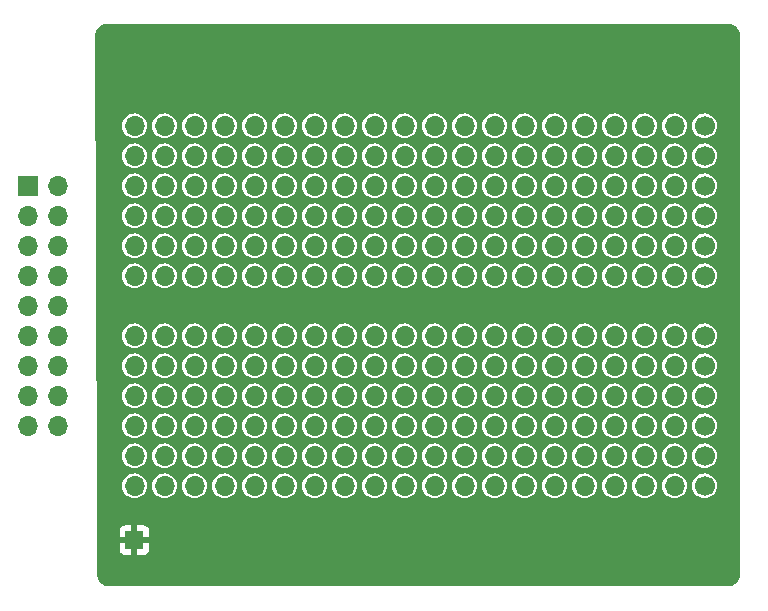
<source format=gbl>
G04 #@! TF.GenerationSoftware,KiCad,Pcbnew,8.0.8*
G04 #@! TF.CreationDate,2025-02-19T14:00:37-05:00*
G04 #@! TF.ProjectId,plot_gerbers,706c6f74-5f67-4657-9262-6572732e6b69,rev?*
G04 #@! TF.SameCoordinates,Original*
G04 #@! TF.FileFunction,Copper,L2,Bot*
G04 #@! TF.FilePolarity,Positive*
%FSLAX46Y46*%
G04 Gerber Fmt 4.6, Leading zero omitted, Abs format (unit mm)*
G04 Created by KiCad (PCBNEW 8.0.8) date 2025-02-19 14:00:37*
%MOMM*%
%LPD*%
G01*
G04 APERTURE LIST*
G04 #@! TA.AperFunction,ComponentPad*
%ADD10C,1.700000*%
G04 #@! TD*
G04 #@! TA.AperFunction,ComponentPad*
%ADD11O,1.700000X1.700000*%
G04 #@! TD*
G04 #@! TA.AperFunction,ComponentPad*
%ADD12R,1.500000X1.500000*%
G04 #@! TD*
G04 #@! TA.AperFunction,ComponentPad*
%ADD13R,1.700000X1.700000*%
G04 #@! TD*
G04 APERTURE END LIST*
D10*
X169300000Y-80560000D03*
X169300000Y-83100000D03*
X169300000Y-85640000D03*
X169300000Y-88180000D03*
X169300000Y-90720000D03*
X169300000Y-93260000D03*
D11*
X166760000Y-80560000D03*
X166760000Y-83100000D03*
X166760000Y-85640000D03*
X166760000Y-88180000D03*
X166760000Y-90720000D03*
X166760000Y-93260000D03*
X164220000Y-80560000D03*
X164220000Y-83100000D03*
X164220000Y-85640000D03*
X164220000Y-88180000D03*
X164220000Y-90720000D03*
X164220000Y-93260000D03*
X161680000Y-80560000D03*
X161680000Y-83100000D03*
X161680000Y-85640000D03*
X161680000Y-88180000D03*
X161680000Y-90720000D03*
X161680000Y-93260000D03*
X159140000Y-80560000D03*
X159140000Y-83100000D03*
X159140000Y-85640000D03*
X159140000Y-88180000D03*
X159140000Y-90720000D03*
X159140000Y-93260000D03*
X156600000Y-80560000D03*
X156600000Y-83100000D03*
X156600000Y-85640000D03*
X156600000Y-88180000D03*
X156600000Y-90720000D03*
X156600000Y-93260000D03*
X154060000Y-80560000D03*
X154060000Y-83100000D03*
X154060000Y-85640000D03*
X154060000Y-88180000D03*
X154060000Y-90720000D03*
X154060000Y-93260000D03*
X151520000Y-80560000D03*
X151520000Y-83100000D03*
X151520000Y-85640000D03*
X151520000Y-88180000D03*
X151520000Y-90720000D03*
X151520000Y-93260000D03*
X148980000Y-80560000D03*
X148980000Y-83100000D03*
X148980000Y-85640000D03*
X148980000Y-88180000D03*
X148980000Y-90720000D03*
X148980000Y-93260000D03*
X146440000Y-80560000D03*
X146440000Y-83100000D03*
X146440000Y-85640000D03*
X146440000Y-88180000D03*
X146440000Y-90720000D03*
X146440000Y-93260000D03*
X143900000Y-80560000D03*
X143900000Y-83100000D03*
X143900000Y-85640000D03*
X143900000Y-88180000D03*
X143900000Y-90720000D03*
X143900000Y-93260000D03*
X141360000Y-80560000D03*
X141360000Y-83100000D03*
X141360000Y-85640000D03*
X141360000Y-88180000D03*
X141360000Y-90720000D03*
X141360000Y-93260000D03*
X138820000Y-80560000D03*
X138820000Y-83100000D03*
X138820000Y-85640000D03*
X138820000Y-88180000D03*
X138820000Y-90720000D03*
X138820000Y-93260000D03*
X136280000Y-80560000D03*
X136280000Y-83100000D03*
X136280000Y-85640000D03*
X136280000Y-88180000D03*
X136280000Y-90720000D03*
X136280000Y-93260000D03*
X133740000Y-80560000D03*
X133740000Y-83100000D03*
X133740000Y-85640000D03*
X133740000Y-88180000D03*
X133740000Y-90720000D03*
X133740000Y-93260000D03*
X131200000Y-80560000D03*
X131200000Y-83100000D03*
X131200000Y-85640000D03*
X131200000Y-88180000D03*
X131200000Y-90720000D03*
X131200000Y-93260000D03*
X128660000Y-80560000D03*
X128660000Y-83100000D03*
X128660000Y-85640000D03*
X128660000Y-88180000D03*
X128660000Y-90720000D03*
X128660000Y-93260000D03*
X126120000Y-80560000D03*
X126120000Y-83100000D03*
X126120000Y-85640000D03*
X126120000Y-88180000D03*
X126120000Y-90720000D03*
X126120000Y-93260000D03*
X123580000Y-80560000D03*
X123580000Y-83100000D03*
X123580000Y-85640000D03*
X123580000Y-88180000D03*
X123580000Y-90720000D03*
X123580000Y-93260000D03*
X121040000Y-80560000D03*
X121040000Y-83100000D03*
X121040000Y-85640000D03*
X121040000Y-88180000D03*
X121040000Y-90720000D03*
X121040000Y-93260000D03*
D10*
X169300000Y-98340000D03*
X169300000Y-100880000D03*
X169300000Y-103420000D03*
X169300000Y-105960000D03*
X169300000Y-108500000D03*
X169300000Y-111040000D03*
D11*
X166760000Y-98340000D03*
X166760000Y-100880000D03*
X166760000Y-103420000D03*
X166760000Y-105960000D03*
X166760000Y-108500000D03*
X166760000Y-111040000D03*
X164220000Y-98340000D03*
X164220000Y-100880000D03*
X164220000Y-103420000D03*
X164220000Y-105960000D03*
X164220000Y-108500000D03*
X164220000Y-111040000D03*
X161680000Y-98340000D03*
X161680000Y-100880000D03*
X161680000Y-103420000D03*
X161680000Y-105960000D03*
X161680000Y-108500000D03*
X161680000Y-111040000D03*
X159140000Y-98340000D03*
X159140000Y-100880000D03*
X159140000Y-103420000D03*
X159140000Y-105960000D03*
X159140000Y-108500000D03*
X159140000Y-111040000D03*
X156600000Y-98340000D03*
X156600000Y-100880000D03*
X156600000Y-103420000D03*
X156600000Y-105960000D03*
X156600000Y-108500000D03*
X156600000Y-111040000D03*
X154060000Y-98340000D03*
X154060000Y-100880000D03*
X154060000Y-103420000D03*
X154060000Y-105960000D03*
X154060000Y-108500000D03*
X154060000Y-111040000D03*
X151520000Y-98340000D03*
X151520000Y-100880000D03*
X151520000Y-103420000D03*
X151520000Y-105960000D03*
X151520000Y-108500000D03*
X151520000Y-111040000D03*
X148980000Y-98340000D03*
X148980000Y-100880000D03*
X148980000Y-103420000D03*
X148980000Y-105960000D03*
X148980000Y-108500000D03*
X148980000Y-111040000D03*
X146440000Y-98340000D03*
X146440000Y-100880000D03*
X146440000Y-103420000D03*
X146440000Y-105960000D03*
X146440000Y-108500000D03*
X146440000Y-111040000D03*
X143900000Y-98340000D03*
X143900000Y-100880000D03*
X143900000Y-103420000D03*
X143900000Y-105960000D03*
X143900000Y-108500000D03*
X143900000Y-111040000D03*
X141360000Y-98340000D03*
X141360000Y-100880000D03*
X141360000Y-103420000D03*
X141360000Y-105960000D03*
X141360000Y-108500000D03*
X141360000Y-111040000D03*
X138820000Y-98340000D03*
X138820000Y-100880000D03*
X138820000Y-103420000D03*
X138820000Y-105960000D03*
X138820000Y-108500000D03*
X138820000Y-111040000D03*
X136280000Y-98340000D03*
X136280000Y-100880000D03*
X136280000Y-103420000D03*
X136280000Y-105960000D03*
X136280000Y-108500000D03*
X136280000Y-111040000D03*
X133740000Y-98340000D03*
X133740000Y-100880000D03*
X133740000Y-103420000D03*
X133740000Y-105960000D03*
X133740000Y-108500000D03*
X133740000Y-111040000D03*
X131200000Y-98340000D03*
X131200000Y-100880000D03*
X131200000Y-103420000D03*
X131200000Y-105960000D03*
X131200000Y-108500000D03*
X131200000Y-111040000D03*
X128660000Y-98340000D03*
X128660000Y-100880000D03*
X128660000Y-103420000D03*
X128660000Y-105960000D03*
X128660000Y-108500000D03*
X128660000Y-111040000D03*
X126120000Y-98340000D03*
X126120000Y-100880000D03*
X126120000Y-103420000D03*
X126120000Y-105960000D03*
X126120000Y-108500000D03*
X126120000Y-111040000D03*
X123580000Y-98340000D03*
X123580000Y-100880000D03*
X123580000Y-103420000D03*
X123580000Y-105960000D03*
X123580000Y-108500000D03*
X123580000Y-111040000D03*
X121040000Y-98340000D03*
X121040000Y-100880000D03*
X121040000Y-103420000D03*
X121040000Y-105960000D03*
X121040000Y-108500000D03*
X121040000Y-111040000D03*
D12*
X121030000Y-115640000D03*
D13*
X112050000Y-85650000D03*
D11*
X114590000Y-85650000D03*
X112050000Y-88190000D03*
X114590000Y-88190000D03*
X112050000Y-90730000D03*
X114590000Y-90730000D03*
X112050000Y-93270000D03*
X114590000Y-93270000D03*
X112050000Y-95810000D03*
X114590000Y-95810000D03*
X112050000Y-98350000D03*
X114590000Y-98350000D03*
X112050000Y-100890000D03*
X114590000Y-100890000D03*
X112050000Y-103430000D03*
X114590000Y-103430000D03*
X112050000Y-105970000D03*
X114590000Y-105970000D03*
G04 #@! TA.AperFunction,Conductor*
G36*
X171326061Y-71940597D02*
G01*
X171334025Y-71941381D01*
X171502941Y-71958018D01*
X171526769Y-71962757D01*
X171691001Y-72012576D01*
X171713453Y-72021877D01*
X171714262Y-72022309D01*
X171864798Y-72102772D01*
X171885008Y-72116276D01*
X172007684Y-72216953D01*
X172017666Y-72225145D01*
X172034854Y-72242333D01*
X172143722Y-72374989D01*
X172157227Y-72395201D01*
X172238121Y-72546543D01*
X172247424Y-72569001D01*
X172297240Y-72733224D01*
X172301982Y-72757065D01*
X172319403Y-72933938D01*
X172320000Y-72946092D01*
X172320000Y-118543907D01*
X172319403Y-118556061D01*
X172301982Y-118732934D01*
X172297240Y-118756775D01*
X172247424Y-118920998D01*
X172238121Y-118943456D01*
X172157227Y-119094798D01*
X172143722Y-119115010D01*
X172034854Y-119247666D01*
X172017666Y-119264854D01*
X171885010Y-119373722D01*
X171864798Y-119387227D01*
X171713456Y-119468121D01*
X171690998Y-119477424D01*
X171526775Y-119527240D01*
X171502934Y-119531982D01*
X171326061Y-119549403D01*
X171313907Y-119550000D01*
X118892119Y-119550000D01*
X118879998Y-119549406D01*
X118865432Y-119547975D01*
X118703592Y-119532078D01*
X118679813Y-119527361D01*
X118515989Y-119477807D01*
X118493587Y-119468556D01*
X118342531Y-119388069D01*
X118322354Y-119374633D01*
X118189854Y-119266299D01*
X118172676Y-119249193D01*
X118063787Y-119117149D01*
X118050265Y-119097027D01*
X118049065Y-119094798D01*
X117969146Y-118946312D01*
X117959800Y-118923948D01*
X117909558Y-118760335D01*
X117904741Y-118736575D01*
X117886673Y-118560246D01*
X117886028Y-118548127D01*
X117877163Y-116437844D01*
X119780000Y-116437844D01*
X119786401Y-116497372D01*
X119786403Y-116497379D01*
X119836645Y-116632086D01*
X119836649Y-116632093D01*
X119922809Y-116747187D01*
X119922812Y-116747190D01*
X120037906Y-116833350D01*
X120037913Y-116833354D01*
X120172620Y-116883596D01*
X120172627Y-116883598D01*
X120232155Y-116889999D01*
X120232172Y-116890000D01*
X120780000Y-116890000D01*
X121280000Y-116890000D01*
X121827828Y-116890000D01*
X121827844Y-116889999D01*
X121887372Y-116883598D01*
X121887379Y-116883596D01*
X122022086Y-116833354D01*
X122022093Y-116833350D01*
X122137187Y-116747190D01*
X122137190Y-116747187D01*
X122223350Y-116632093D01*
X122223354Y-116632086D01*
X122273596Y-116497379D01*
X122273598Y-116497372D01*
X122279999Y-116437844D01*
X122280000Y-116437827D01*
X122280000Y-115890000D01*
X121280000Y-115890000D01*
X121280000Y-116890000D01*
X120780000Y-116890000D01*
X120780000Y-115890000D01*
X119780000Y-115890000D01*
X119780000Y-116437844D01*
X117877163Y-116437844D01*
X117873618Y-115593922D01*
X120680000Y-115593922D01*
X120680000Y-115686078D01*
X120703852Y-115775095D01*
X120749930Y-115854905D01*
X120815095Y-115920070D01*
X120894905Y-115966148D01*
X120983922Y-115990000D01*
X121076078Y-115990000D01*
X121165095Y-115966148D01*
X121244905Y-115920070D01*
X121310070Y-115854905D01*
X121356148Y-115775095D01*
X121380000Y-115686078D01*
X121380000Y-115593922D01*
X121356148Y-115504905D01*
X121310070Y-115425095D01*
X121274975Y-115390000D01*
X121280000Y-115390000D01*
X122280000Y-115390000D01*
X122280000Y-114842172D01*
X122279999Y-114842155D01*
X122273598Y-114782627D01*
X122273596Y-114782620D01*
X122223354Y-114647913D01*
X122223350Y-114647906D01*
X122137190Y-114532812D01*
X122137187Y-114532809D01*
X122022093Y-114446649D01*
X122022086Y-114446645D01*
X121887379Y-114396403D01*
X121887372Y-114396401D01*
X121827844Y-114390000D01*
X121280000Y-114390000D01*
X121280000Y-115390000D01*
X121274975Y-115390000D01*
X121244905Y-115359930D01*
X121165095Y-115313852D01*
X121076078Y-115290000D01*
X120983922Y-115290000D01*
X120894905Y-115313852D01*
X120815095Y-115359930D01*
X120749930Y-115425095D01*
X120703852Y-115504905D01*
X120680000Y-115593922D01*
X117873618Y-115593922D01*
X117870460Y-114842155D01*
X119780000Y-114842155D01*
X119780000Y-115390000D01*
X120780000Y-115390000D01*
X120780000Y-114390000D01*
X120232155Y-114390000D01*
X120172627Y-114396401D01*
X120172620Y-114396403D01*
X120037913Y-114446645D01*
X120037906Y-114446649D01*
X119922812Y-114532809D01*
X119922809Y-114532812D01*
X119836649Y-114647906D01*
X119836645Y-114647913D01*
X119786403Y-114782620D01*
X119786401Y-114782627D01*
X119780000Y-114842155D01*
X117870460Y-114842155D01*
X117854487Y-111040000D01*
X119984417Y-111040000D01*
X120004699Y-111245932D01*
X120004700Y-111245934D01*
X120064768Y-111443954D01*
X120162315Y-111626450D01*
X120162317Y-111626452D01*
X120293589Y-111786410D01*
X120390209Y-111865702D01*
X120453550Y-111917685D01*
X120636046Y-112015232D01*
X120834066Y-112075300D01*
X120834065Y-112075300D01*
X120852529Y-112077118D01*
X121040000Y-112095583D01*
X121245934Y-112075300D01*
X121443954Y-112015232D01*
X121626450Y-111917685D01*
X121786410Y-111786410D01*
X121917685Y-111626450D01*
X122015232Y-111443954D01*
X122075300Y-111245934D01*
X122095583Y-111040000D01*
X122524417Y-111040000D01*
X122544699Y-111245932D01*
X122544700Y-111245934D01*
X122604768Y-111443954D01*
X122702315Y-111626450D01*
X122702317Y-111626452D01*
X122833589Y-111786410D01*
X122930209Y-111865702D01*
X122993550Y-111917685D01*
X123176046Y-112015232D01*
X123374066Y-112075300D01*
X123374065Y-112075300D01*
X123392529Y-112077118D01*
X123580000Y-112095583D01*
X123785934Y-112075300D01*
X123983954Y-112015232D01*
X124166450Y-111917685D01*
X124326410Y-111786410D01*
X124457685Y-111626450D01*
X124555232Y-111443954D01*
X124615300Y-111245934D01*
X124635583Y-111040000D01*
X125064417Y-111040000D01*
X125084699Y-111245932D01*
X125084700Y-111245934D01*
X125144768Y-111443954D01*
X125242315Y-111626450D01*
X125242317Y-111626452D01*
X125373589Y-111786410D01*
X125470209Y-111865702D01*
X125533550Y-111917685D01*
X125716046Y-112015232D01*
X125914066Y-112075300D01*
X125914065Y-112075300D01*
X125932529Y-112077118D01*
X126120000Y-112095583D01*
X126325934Y-112075300D01*
X126523954Y-112015232D01*
X126706450Y-111917685D01*
X126866410Y-111786410D01*
X126997685Y-111626450D01*
X127095232Y-111443954D01*
X127155300Y-111245934D01*
X127175583Y-111040000D01*
X127604417Y-111040000D01*
X127624699Y-111245932D01*
X127624700Y-111245934D01*
X127684768Y-111443954D01*
X127782315Y-111626450D01*
X127782317Y-111626452D01*
X127913589Y-111786410D01*
X128010209Y-111865702D01*
X128073550Y-111917685D01*
X128256046Y-112015232D01*
X128454066Y-112075300D01*
X128454065Y-112075300D01*
X128472529Y-112077118D01*
X128660000Y-112095583D01*
X128865934Y-112075300D01*
X129063954Y-112015232D01*
X129246450Y-111917685D01*
X129406410Y-111786410D01*
X129537685Y-111626450D01*
X129635232Y-111443954D01*
X129695300Y-111245934D01*
X129715583Y-111040000D01*
X130144417Y-111040000D01*
X130164699Y-111245932D01*
X130164700Y-111245934D01*
X130224768Y-111443954D01*
X130322315Y-111626450D01*
X130322317Y-111626452D01*
X130453589Y-111786410D01*
X130550209Y-111865702D01*
X130613550Y-111917685D01*
X130796046Y-112015232D01*
X130994066Y-112075300D01*
X130994065Y-112075300D01*
X131012529Y-112077118D01*
X131200000Y-112095583D01*
X131405934Y-112075300D01*
X131603954Y-112015232D01*
X131786450Y-111917685D01*
X131946410Y-111786410D01*
X132077685Y-111626450D01*
X132175232Y-111443954D01*
X132235300Y-111245934D01*
X132255583Y-111040000D01*
X132684417Y-111040000D01*
X132704699Y-111245932D01*
X132704700Y-111245934D01*
X132764768Y-111443954D01*
X132862315Y-111626450D01*
X132862317Y-111626452D01*
X132993589Y-111786410D01*
X133090209Y-111865702D01*
X133153550Y-111917685D01*
X133336046Y-112015232D01*
X133534066Y-112075300D01*
X133534065Y-112075300D01*
X133552529Y-112077118D01*
X133740000Y-112095583D01*
X133945934Y-112075300D01*
X134143954Y-112015232D01*
X134326450Y-111917685D01*
X134486410Y-111786410D01*
X134617685Y-111626450D01*
X134715232Y-111443954D01*
X134775300Y-111245934D01*
X134795583Y-111040000D01*
X135224417Y-111040000D01*
X135244699Y-111245932D01*
X135244700Y-111245934D01*
X135304768Y-111443954D01*
X135402315Y-111626450D01*
X135402317Y-111626452D01*
X135533589Y-111786410D01*
X135630209Y-111865702D01*
X135693550Y-111917685D01*
X135876046Y-112015232D01*
X136074066Y-112075300D01*
X136074065Y-112075300D01*
X136092529Y-112077118D01*
X136280000Y-112095583D01*
X136485934Y-112075300D01*
X136683954Y-112015232D01*
X136866450Y-111917685D01*
X137026410Y-111786410D01*
X137157685Y-111626450D01*
X137255232Y-111443954D01*
X137315300Y-111245934D01*
X137335583Y-111040000D01*
X137764417Y-111040000D01*
X137784699Y-111245932D01*
X137784700Y-111245934D01*
X137844768Y-111443954D01*
X137942315Y-111626450D01*
X137942317Y-111626452D01*
X138073589Y-111786410D01*
X138170209Y-111865702D01*
X138233550Y-111917685D01*
X138416046Y-112015232D01*
X138614066Y-112075300D01*
X138614065Y-112075300D01*
X138632529Y-112077118D01*
X138820000Y-112095583D01*
X139025934Y-112075300D01*
X139223954Y-112015232D01*
X139406450Y-111917685D01*
X139566410Y-111786410D01*
X139697685Y-111626450D01*
X139795232Y-111443954D01*
X139855300Y-111245934D01*
X139875583Y-111040000D01*
X140304417Y-111040000D01*
X140324699Y-111245932D01*
X140324700Y-111245934D01*
X140384768Y-111443954D01*
X140482315Y-111626450D01*
X140482317Y-111626452D01*
X140613589Y-111786410D01*
X140710209Y-111865702D01*
X140773550Y-111917685D01*
X140956046Y-112015232D01*
X141154066Y-112075300D01*
X141154065Y-112075300D01*
X141172529Y-112077118D01*
X141360000Y-112095583D01*
X141565934Y-112075300D01*
X141763954Y-112015232D01*
X141946450Y-111917685D01*
X142106410Y-111786410D01*
X142237685Y-111626450D01*
X142335232Y-111443954D01*
X142395300Y-111245934D01*
X142415583Y-111040000D01*
X142844417Y-111040000D01*
X142864699Y-111245932D01*
X142864700Y-111245934D01*
X142924768Y-111443954D01*
X143022315Y-111626450D01*
X143022317Y-111626452D01*
X143153589Y-111786410D01*
X143250209Y-111865702D01*
X143313550Y-111917685D01*
X143496046Y-112015232D01*
X143694066Y-112075300D01*
X143694065Y-112075300D01*
X143712529Y-112077118D01*
X143900000Y-112095583D01*
X144105934Y-112075300D01*
X144303954Y-112015232D01*
X144486450Y-111917685D01*
X144646410Y-111786410D01*
X144777685Y-111626450D01*
X144875232Y-111443954D01*
X144935300Y-111245934D01*
X144955583Y-111040000D01*
X145384417Y-111040000D01*
X145404699Y-111245932D01*
X145404700Y-111245934D01*
X145464768Y-111443954D01*
X145562315Y-111626450D01*
X145562317Y-111626452D01*
X145693589Y-111786410D01*
X145790209Y-111865702D01*
X145853550Y-111917685D01*
X146036046Y-112015232D01*
X146234066Y-112075300D01*
X146234065Y-112075300D01*
X146252529Y-112077118D01*
X146440000Y-112095583D01*
X146645934Y-112075300D01*
X146843954Y-112015232D01*
X147026450Y-111917685D01*
X147186410Y-111786410D01*
X147317685Y-111626450D01*
X147415232Y-111443954D01*
X147475300Y-111245934D01*
X147495583Y-111040000D01*
X147924417Y-111040000D01*
X147944699Y-111245932D01*
X147944700Y-111245934D01*
X148004768Y-111443954D01*
X148102315Y-111626450D01*
X148102317Y-111626452D01*
X148233589Y-111786410D01*
X148330209Y-111865702D01*
X148393550Y-111917685D01*
X148576046Y-112015232D01*
X148774066Y-112075300D01*
X148774065Y-112075300D01*
X148792529Y-112077118D01*
X148980000Y-112095583D01*
X149185934Y-112075300D01*
X149383954Y-112015232D01*
X149566450Y-111917685D01*
X149726410Y-111786410D01*
X149857685Y-111626450D01*
X149955232Y-111443954D01*
X150015300Y-111245934D01*
X150035583Y-111040000D01*
X150464417Y-111040000D01*
X150484699Y-111245932D01*
X150484700Y-111245934D01*
X150544768Y-111443954D01*
X150642315Y-111626450D01*
X150642317Y-111626452D01*
X150773589Y-111786410D01*
X150870209Y-111865702D01*
X150933550Y-111917685D01*
X151116046Y-112015232D01*
X151314066Y-112075300D01*
X151314065Y-112075300D01*
X151332529Y-112077118D01*
X151520000Y-112095583D01*
X151725934Y-112075300D01*
X151923954Y-112015232D01*
X152106450Y-111917685D01*
X152266410Y-111786410D01*
X152397685Y-111626450D01*
X152495232Y-111443954D01*
X152555300Y-111245934D01*
X152575583Y-111040000D01*
X153004417Y-111040000D01*
X153024699Y-111245932D01*
X153024700Y-111245934D01*
X153084768Y-111443954D01*
X153182315Y-111626450D01*
X153182317Y-111626452D01*
X153313589Y-111786410D01*
X153410209Y-111865702D01*
X153473550Y-111917685D01*
X153656046Y-112015232D01*
X153854066Y-112075300D01*
X153854065Y-112075300D01*
X153872529Y-112077118D01*
X154060000Y-112095583D01*
X154265934Y-112075300D01*
X154463954Y-112015232D01*
X154646450Y-111917685D01*
X154806410Y-111786410D01*
X154937685Y-111626450D01*
X155035232Y-111443954D01*
X155095300Y-111245934D01*
X155115583Y-111040000D01*
X155544417Y-111040000D01*
X155564699Y-111245932D01*
X155564700Y-111245934D01*
X155624768Y-111443954D01*
X155722315Y-111626450D01*
X155722317Y-111626452D01*
X155853589Y-111786410D01*
X155950209Y-111865702D01*
X156013550Y-111917685D01*
X156196046Y-112015232D01*
X156394066Y-112075300D01*
X156394065Y-112075300D01*
X156412529Y-112077118D01*
X156600000Y-112095583D01*
X156805934Y-112075300D01*
X157003954Y-112015232D01*
X157186450Y-111917685D01*
X157346410Y-111786410D01*
X157477685Y-111626450D01*
X157575232Y-111443954D01*
X157635300Y-111245934D01*
X157655583Y-111040000D01*
X158084417Y-111040000D01*
X158104699Y-111245932D01*
X158104700Y-111245934D01*
X158164768Y-111443954D01*
X158262315Y-111626450D01*
X158262317Y-111626452D01*
X158393589Y-111786410D01*
X158490209Y-111865702D01*
X158553550Y-111917685D01*
X158736046Y-112015232D01*
X158934066Y-112075300D01*
X158934065Y-112075300D01*
X158952529Y-112077118D01*
X159140000Y-112095583D01*
X159345934Y-112075300D01*
X159543954Y-112015232D01*
X159726450Y-111917685D01*
X159886410Y-111786410D01*
X160017685Y-111626450D01*
X160115232Y-111443954D01*
X160175300Y-111245934D01*
X160195583Y-111040000D01*
X160624417Y-111040000D01*
X160644699Y-111245932D01*
X160644700Y-111245934D01*
X160704768Y-111443954D01*
X160802315Y-111626450D01*
X160802317Y-111626452D01*
X160933589Y-111786410D01*
X161030209Y-111865702D01*
X161093550Y-111917685D01*
X161276046Y-112015232D01*
X161474066Y-112075300D01*
X161474065Y-112075300D01*
X161492529Y-112077118D01*
X161680000Y-112095583D01*
X161885934Y-112075300D01*
X162083954Y-112015232D01*
X162266450Y-111917685D01*
X162426410Y-111786410D01*
X162557685Y-111626450D01*
X162655232Y-111443954D01*
X162715300Y-111245934D01*
X162735583Y-111040000D01*
X163164417Y-111040000D01*
X163184699Y-111245932D01*
X163184700Y-111245934D01*
X163244768Y-111443954D01*
X163342315Y-111626450D01*
X163342317Y-111626452D01*
X163473589Y-111786410D01*
X163570209Y-111865702D01*
X163633550Y-111917685D01*
X163816046Y-112015232D01*
X164014066Y-112075300D01*
X164014065Y-112075300D01*
X164032529Y-112077118D01*
X164220000Y-112095583D01*
X164425934Y-112075300D01*
X164623954Y-112015232D01*
X164806450Y-111917685D01*
X164966410Y-111786410D01*
X165097685Y-111626450D01*
X165195232Y-111443954D01*
X165255300Y-111245934D01*
X165275583Y-111040000D01*
X165704417Y-111040000D01*
X165724699Y-111245932D01*
X165724700Y-111245934D01*
X165784768Y-111443954D01*
X165882315Y-111626450D01*
X165882317Y-111626452D01*
X166013589Y-111786410D01*
X166110209Y-111865702D01*
X166173550Y-111917685D01*
X166356046Y-112015232D01*
X166554066Y-112075300D01*
X166554065Y-112075300D01*
X166572529Y-112077118D01*
X166760000Y-112095583D01*
X166965934Y-112075300D01*
X167163954Y-112015232D01*
X167346450Y-111917685D01*
X167506410Y-111786410D01*
X167637685Y-111626450D01*
X167735232Y-111443954D01*
X167795300Y-111245934D01*
X167815583Y-111040000D01*
X168244417Y-111040000D01*
X168264699Y-111245932D01*
X168264700Y-111245934D01*
X168324768Y-111443954D01*
X168422315Y-111626450D01*
X168422317Y-111626452D01*
X168553589Y-111786410D01*
X168650209Y-111865702D01*
X168713550Y-111917685D01*
X168896046Y-112015232D01*
X169094066Y-112075300D01*
X169094065Y-112075300D01*
X169112529Y-112077118D01*
X169300000Y-112095583D01*
X169505934Y-112075300D01*
X169703954Y-112015232D01*
X169886450Y-111917685D01*
X170046410Y-111786410D01*
X170177685Y-111626450D01*
X170275232Y-111443954D01*
X170335300Y-111245934D01*
X170355583Y-111040000D01*
X170335300Y-110834066D01*
X170275232Y-110636046D01*
X170177685Y-110453550D01*
X170125702Y-110390209D01*
X170046410Y-110293589D01*
X169886452Y-110162317D01*
X169886453Y-110162317D01*
X169886450Y-110162315D01*
X169703954Y-110064768D01*
X169505934Y-110004700D01*
X169505932Y-110004699D01*
X169505934Y-110004699D01*
X169300000Y-109984417D01*
X169094067Y-110004699D01*
X168896043Y-110064769D01*
X168785898Y-110123643D01*
X168713550Y-110162315D01*
X168713548Y-110162316D01*
X168713547Y-110162317D01*
X168553589Y-110293589D01*
X168422317Y-110453547D01*
X168324769Y-110636043D01*
X168264699Y-110834067D01*
X168244417Y-111040000D01*
X167815583Y-111040000D01*
X167795300Y-110834066D01*
X167735232Y-110636046D01*
X167637685Y-110453550D01*
X167585702Y-110390209D01*
X167506410Y-110293589D01*
X167346452Y-110162317D01*
X167346453Y-110162317D01*
X167346450Y-110162315D01*
X167163954Y-110064768D01*
X166965934Y-110004700D01*
X166965932Y-110004699D01*
X166965934Y-110004699D01*
X166760000Y-109984417D01*
X166554067Y-110004699D01*
X166356043Y-110064769D01*
X166245898Y-110123643D01*
X166173550Y-110162315D01*
X166173548Y-110162316D01*
X166173547Y-110162317D01*
X166013589Y-110293589D01*
X165882317Y-110453547D01*
X165784769Y-110636043D01*
X165724699Y-110834067D01*
X165704417Y-111040000D01*
X165275583Y-111040000D01*
X165255300Y-110834066D01*
X165195232Y-110636046D01*
X165097685Y-110453550D01*
X165045702Y-110390209D01*
X164966410Y-110293589D01*
X164806452Y-110162317D01*
X164806453Y-110162317D01*
X164806450Y-110162315D01*
X164623954Y-110064768D01*
X164425934Y-110004700D01*
X164425932Y-110004699D01*
X164425934Y-110004699D01*
X164220000Y-109984417D01*
X164014067Y-110004699D01*
X163816043Y-110064769D01*
X163705898Y-110123643D01*
X163633550Y-110162315D01*
X163633548Y-110162316D01*
X163633547Y-110162317D01*
X163473589Y-110293589D01*
X163342317Y-110453547D01*
X163244769Y-110636043D01*
X163184699Y-110834067D01*
X163164417Y-111040000D01*
X162735583Y-111040000D01*
X162715300Y-110834066D01*
X162655232Y-110636046D01*
X162557685Y-110453550D01*
X162505702Y-110390209D01*
X162426410Y-110293589D01*
X162266452Y-110162317D01*
X162266453Y-110162317D01*
X162266450Y-110162315D01*
X162083954Y-110064768D01*
X161885934Y-110004700D01*
X161885932Y-110004699D01*
X161885934Y-110004699D01*
X161680000Y-109984417D01*
X161474067Y-110004699D01*
X161276043Y-110064769D01*
X161165898Y-110123643D01*
X161093550Y-110162315D01*
X161093548Y-110162316D01*
X161093547Y-110162317D01*
X160933589Y-110293589D01*
X160802317Y-110453547D01*
X160704769Y-110636043D01*
X160644699Y-110834067D01*
X160624417Y-111040000D01*
X160195583Y-111040000D01*
X160175300Y-110834066D01*
X160115232Y-110636046D01*
X160017685Y-110453550D01*
X159965702Y-110390209D01*
X159886410Y-110293589D01*
X159726452Y-110162317D01*
X159726453Y-110162317D01*
X159726450Y-110162315D01*
X159543954Y-110064768D01*
X159345934Y-110004700D01*
X159345932Y-110004699D01*
X159345934Y-110004699D01*
X159140000Y-109984417D01*
X158934067Y-110004699D01*
X158736043Y-110064769D01*
X158625898Y-110123643D01*
X158553550Y-110162315D01*
X158553548Y-110162316D01*
X158553547Y-110162317D01*
X158393589Y-110293589D01*
X158262317Y-110453547D01*
X158164769Y-110636043D01*
X158104699Y-110834067D01*
X158084417Y-111040000D01*
X157655583Y-111040000D01*
X157635300Y-110834066D01*
X157575232Y-110636046D01*
X157477685Y-110453550D01*
X157425702Y-110390209D01*
X157346410Y-110293589D01*
X157186452Y-110162317D01*
X157186453Y-110162317D01*
X157186450Y-110162315D01*
X157003954Y-110064768D01*
X156805934Y-110004700D01*
X156805932Y-110004699D01*
X156805934Y-110004699D01*
X156600000Y-109984417D01*
X156394067Y-110004699D01*
X156196043Y-110064769D01*
X156085898Y-110123643D01*
X156013550Y-110162315D01*
X156013548Y-110162316D01*
X156013547Y-110162317D01*
X155853589Y-110293589D01*
X155722317Y-110453547D01*
X155624769Y-110636043D01*
X155564699Y-110834067D01*
X155544417Y-111040000D01*
X155115583Y-111040000D01*
X155095300Y-110834066D01*
X155035232Y-110636046D01*
X154937685Y-110453550D01*
X154885702Y-110390209D01*
X154806410Y-110293589D01*
X154646452Y-110162317D01*
X154646453Y-110162317D01*
X154646450Y-110162315D01*
X154463954Y-110064768D01*
X154265934Y-110004700D01*
X154265932Y-110004699D01*
X154265934Y-110004699D01*
X154060000Y-109984417D01*
X153854067Y-110004699D01*
X153656043Y-110064769D01*
X153545898Y-110123643D01*
X153473550Y-110162315D01*
X153473548Y-110162316D01*
X153473547Y-110162317D01*
X153313589Y-110293589D01*
X153182317Y-110453547D01*
X153084769Y-110636043D01*
X153024699Y-110834067D01*
X153004417Y-111040000D01*
X152575583Y-111040000D01*
X152555300Y-110834066D01*
X152495232Y-110636046D01*
X152397685Y-110453550D01*
X152345702Y-110390209D01*
X152266410Y-110293589D01*
X152106452Y-110162317D01*
X152106453Y-110162317D01*
X152106450Y-110162315D01*
X151923954Y-110064768D01*
X151725934Y-110004700D01*
X151725932Y-110004699D01*
X151725934Y-110004699D01*
X151520000Y-109984417D01*
X151314067Y-110004699D01*
X151116043Y-110064769D01*
X151005898Y-110123643D01*
X150933550Y-110162315D01*
X150933548Y-110162316D01*
X150933547Y-110162317D01*
X150773589Y-110293589D01*
X150642317Y-110453547D01*
X150544769Y-110636043D01*
X150484699Y-110834067D01*
X150464417Y-111040000D01*
X150035583Y-111040000D01*
X150015300Y-110834066D01*
X149955232Y-110636046D01*
X149857685Y-110453550D01*
X149805702Y-110390209D01*
X149726410Y-110293589D01*
X149566452Y-110162317D01*
X149566453Y-110162317D01*
X149566450Y-110162315D01*
X149383954Y-110064768D01*
X149185934Y-110004700D01*
X149185932Y-110004699D01*
X149185934Y-110004699D01*
X148980000Y-109984417D01*
X148774067Y-110004699D01*
X148576043Y-110064769D01*
X148465898Y-110123643D01*
X148393550Y-110162315D01*
X148393548Y-110162316D01*
X148393547Y-110162317D01*
X148233589Y-110293589D01*
X148102317Y-110453547D01*
X148004769Y-110636043D01*
X147944699Y-110834067D01*
X147924417Y-111040000D01*
X147495583Y-111040000D01*
X147475300Y-110834066D01*
X147415232Y-110636046D01*
X147317685Y-110453550D01*
X147265702Y-110390209D01*
X147186410Y-110293589D01*
X147026452Y-110162317D01*
X147026453Y-110162317D01*
X147026450Y-110162315D01*
X146843954Y-110064768D01*
X146645934Y-110004700D01*
X146645932Y-110004699D01*
X146645934Y-110004699D01*
X146440000Y-109984417D01*
X146234067Y-110004699D01*
X146036043Y-110064769D01*
X145925898Y-110123643D01*
X145853550Y-110162315D01*
X145853548Y-110162316D01*
X145853547Y-110162317D01*
X145693589Y-110293589D01*
X145562317Y-110453547D01*
X145464769Y-110636043D01*
X145404699Y-110834067D01*
X145384417Y-111040000D01*
X144955583Y-111040000D01*
X144935300Y-110834066D01*
X144875232Y-110636046D01*
X144777685Y-110453550D01*
X144725702Y-110390209D01*
X144646410Y-110293589D01*
X144486452Y-110162317D01*
X144486453Y-110162317D01*
X144486450Y-110162315D01*
X144303954Y-110064768D01*
X144105934Y-110004700D01*
X144105932Y-110004699D01*
X144105934Y-110004699D01*
X143900000Y-109984417D01*
X143694067Y-110004699D01*
X143496043Y-110064769D01*
X143385898Y-110123643D01*
X143313550Y-110162315D01*
X143313548Y-110162316D01*
X143313547Y-110162317D01*
X143153589Y-110293589D01*
X143022317Y-110453547D01*
X142924769Y-110636043D01*
X142864699Y-110834067D01*
X142844417Y-111040000D01*
X142415583Y-111040000D01*
X142395300Y-110834066D01*
X142335232Y-110636046D01*
X142237685Y-110453550D01*
X142185702Y-110390209D01*
X142106410Y-110293589D01*
X141946452Y-110162317D01*
X141946453Y-110162317D01*
X141946450Y-110162315D01*
X141763954Y-110064768D01*
X141565934Y-110004700D01*
X141565932Y-110004699D01*
X141565934Y-110004699D01*
X141360000Y-109984417D01*
X141154067Y-110004699D01*
X140956043Y-110064769D01*
X140845898Y-110123643D01*
X140773550Y-110162315D01*
X140773548Y-110162316D01*
X140773547Y-110162317D01*
X140613589Y-110293589D01*
X140482317Y-110453547D01*
X140384769Y-110636043D01*
X140324699Y-110834067D01*
X140304417Y-111040000D01*
X139875583Y-111040000D01*
X139855300Y-110834066D01*
X139795232Y-110636046D01*
X139697685Y-110453550D01*
X139645702Y-110390209D01*
X139566410Y-110293589D01*
X139406452Y-110162317D01*
X139406453Y-110162317D01*
X139406450Y-110162315D01*
X139223954Y-110064768D01*
X139025934Y-110004700D01*
X139025932Y-110004699D01*
X139025934Y-110004699D01*
X138820000Y-109984417D01*
X138614067Y-110004699D01*
X138416043Y-110064769D01*
X138305898Y-110123643D01*
X138233550Y-110162315D01*
X138233548Y-110162316D01*
X138233547Y-110162317D01*
X138073589Y-110293589D01*
X137942317Y-110453547D01*
X137844769Y-110636043D01*
X137784699Y-110834067D01*
X137764417Y-111040000D01*
X137335583Y-111040000D01*
X137315300Y-110834066D01*
X137255232Y-110636046D01*
X137157685Y-110453550D01*
X137105702Y-110390209D01*
X137026410Y-110293589D01*
X136866452Y-110162317D01*
X136866453Y-110162317D01*
X136866450Y-110162315D01*
X136683954Y-110064768D01*
X136485934Y-110004700D01*
X136485932Y-110004699D01*
X136485934Y-110004699D01*
X136280000Y-109984417D01*
X136074067Y-110004699D01*
X135876043Y-110064769D01*
X135765898Y-110123643D01*
X135693550Y-110162315D01*
X135693548Y-110162316D01*
X135693547Y-110162317D01*
X135533589Y-110293589D01*
X135402317Y-110453547D01*
X135304769Y-110636043D01*
X135244699Y-110834067D01*
X135224417Y-111040000D01*
X134795583Y-111040000D01*
X134775300Y-110834066D01*
X134715232Y-110636046D01*
X134617685Y-110453550D01*
X134565702Y-110390209D01*
X134486410Y-110293589D01*
X134326452Y-110162317D01*
X134326453Y-110162317D01*
X134326450Y-110162315D01*
X134143954Y-110064768D01*
X133945934Y-110004700D01*
X133945932Y-110004699D01*
X133945934Y-110004699D01*
X133740000Y-109984417D01*
X133534067Y-110004699D01*
X133336043Y-110064769D01*
X133225898Y-110123643D01*
X133153550Y-110162315D01*
X133153548Y-110162316D01*
X133153547Y-110162317D01*
X132993589Y-110293589D01*
X132862317Y-110453547D01*
X132764769Y-110636043D01*
X132704699Y-110834067D01*
X132684417Y-111040000D01*
X132255583Y-111040000D01*
X132235300Y-110834066D01*
X132175232Y-110636046D01*
X132077685Y-110453550D01*
X132025702Y-110390209D01*
X131946410Y-110293589D01*
X131786452Y-110162317D01*
X131786453Y-110162317D01*
X131786450Y-110162315D01*
X131603954Y-110064768D01*
X131405934Y-110004700D01*
X131405932Y-110004699D01*
X131405934Y-110004699D01*
X131200000Y-109984417D01*
X130994067Y-110004699D01*
X130796043Y-110064769D01*
X130685898Y-110123643D01*
X130613550Y-110162315D01*
X130613548Y-110162316D01*
X130613547Y-110162317D01*
X130453589Y-110293589D01*
X130322317Y-110453547D01*
X130224769Y-110636043D01*
X130164699Y-110834067D01*
X130144417Y-111040000D01*
X129715583Y-111040000D01*
X129695300Y-110834066D01*
X129635232Y-110636046D01*
X129537685Y-110453550D01*
X129485702Y-110390209D01*
X129406410Y-110293589D01*
X129246452Y-110162317D01*
X129246453Y-110162317D01*
X129246450Y-110162315D01*
X129063954Y-110064768D01*
X128865934Y-110004700D01*
X128865932Y-110004699D01*
X128865934Y-110004699D01*
X128660000Y-109984417D01*
X128454067Y-110004699D01*
X128256043Y-110064769D01*
X128145898Y-110123643D01*
X128073550Y-110162315D01*
X128073548Y-110162316D01*
X128073547Y-110162317D01*
X127913589Y-110293589D01*
X127782317Y-110453547D01*
X127684769Y-110636043D01*
X127624699Y-110834067D01*
X127604417Y-111040000D01*
X127175583Y-111040000D01*
X127155300Y-110834066D01*
X127095232Y-110636046D01*
X126997685Y-110453550D01*
X126945702Y-110390209D01*
X126866410Y-110293589D01*
X126706452Y-110162317D01*
X126706453Y-110162317D01*
X126706450Y-110162315D01*
X126523954Y-110064768D01*
X126325934Y-110004700D01*
X126325932Y-110004699D01*
X126325934Y-110004699D01*
X126120000Y-109984417D01*
X125914067Y-110004699D01*
X125716043Y-110064769D01*
X125605898Y-110123643D01*
X125533550Y-110162315D01*
X125533548Y-110162316D01*
X125533547Y-110162317D01*
X125373589Y-110293589D01*
X125242317Y-110453547D01*
X125144769Y-110636043D01*
X125084699Y-110834067D01*
X125064417Y-111040000D01*
X124635583Y-111040000D01*
X124615300Y-110834066D01*
X124555232Y-110636046D01*
X124457685Y-110453550D01*
X124405702Y-110390209D01*
X124326410Y-110293589D01*
X124166452Y-110162317D01*
X124166453Y-110162317D01*
X124166450Y-110162315D01*
X123983954Y-110064768D01*
X123785934Y-110004700D01*
X123785932Y-110004699D01*
X123785934Y-110004699D01*
X123580000Y-109984417D01*
X123374067Y-110004699D01*
X123176043Y-110064769D01*
X123065898Y-110123643D01*
X122993550Y-110162315D01*
X122993548Y-110162316D01*
X122993547Y-110162317D01*
X122833589Y-110293589D01*
X122702317Y-110453547D01*
X122604769Y-110636043D01*
X122544699Y-110834067D01*
X122524417Y-111040000D01*
X122095583Y-111040000D01*
X122075300Y-110834066D01*
X122015232Y-110636046D01*
X121917685Y-110453550D01*
X121865702Y-110390209D01*
X121786410Y-110293589D01*
X121626452Y-110162317D01*
X121626453Y-110162317D01*
X121626450Y-110162315D01*
X121443954Y-110064768D01*
X121245934Y-110004700D01*
X121245932Y-110004699D01*
X121245934Y-110004699D01*
X121040000Y-109984417D01*
X120834067Y-110004699D01*
X120636043Y-110064769D01*
X120525898Y-110123643D01*
X120453550Y-110162315D01*
X120453548Y-110162316D01*
X120453547Y-110162317D01*
X120293589Y-110293589D01*
X120162317Y-110453547D01*
X120064769Y-110636043D01*
X120004699Y-110834067D01*
X119984417Y-111040000D01*
X117854487Y-111040000D01*
X117843817Y-108500000D01*
X119984417Y-108500000D01*
X120004699Y-108705932D01*
X120004700Y-108705934D01*
X120064768Y-108903954D01*
X120162315Y-109086450D01*
X120162317Y-109086452D01*
X120293589Y-109246410D01*
X120390209Y-109325702D01*
X120453550Y-109377685D01*
X120636046Y-109475232D01*
X120834066Y-109535300D01*
X120834065Y-109535300D01*
X120852529Y-109537118D01*
X121040000Y-109555583D01*
X121245934Y-109535300D01*
X121443954Y-109475232D01*
X121626450Y-109377685D01*
X121786410Y-109246410D01*
X121917685Y-109086450D01*
X122015232Y-108903954D01*
X122075300Y-108705934D01*
X122095583Y-108500000D01*
X122524417Y-108500000D01*
X122544699Y-108705932D01*
X122544700Y-108705934D01*
X122604768Y-108903954D01*
X122702315Y-109086450D01*
X122702317Y-109086452D01*
X122833589Y-109246410D01*
X122930209Y-109325702D01*
X122993550Y-109377685D01*
X123176046Y-109475232D01*
X123374066Y-109535300D01*
X123374065Y-109535300D01*
X123392529Y-109537118D01*
X123580000Y-109555583D01*
X123785934Y-109535300D01*
X123983954Y-109475232D01*
X124166450Y-109377685D01*
X124326410Y-109246410D01*
X124457685Y-109086450D01*
X124555232Y-108903954D01*
X124615300Y-108705934D01*
X124635583Y-108500000D01*
X125064417Y-108500000D01*
X125084699Y-108705932D01*
X125084700Y-108705934D01*
X125144768Y-108903954D01*
X125242315Y-109086450D01*
X125242317Y-109086452D01*
X125373589Y-109246410D01*
X125470209Y-109325702D01*
X125533550Y-109377685D01*
X125716046Y-109475232D01*
X125914066Y-109535300D01*
X125914065Y-109535300D01*
X125932529Y-109537118D01*
X126120000Y-109555583D01*
X126325934Y-109535300D01*
X126523954Y-109475232D01*
X126706450Y-109377685D01*
X126866410Y-109246410D01*
X126997685Y-109086450D01*
X127095232Y-108903954D01*
X127155300Y-108705934D01*
X127175583Y-108500000D01*
X127604417Y-108500000D01*
X127624699Y-108705932D01*
X127624700Y-108705934D01*
X127684768Y-108903954D01*
X127782315Y-109086450D01*
X127782317Y-109086452D01*
X127913589Y-109246410D01*
X128010209Y-109325702D01*
X128073550Y-109377685D01*
X128256046Y-109475232D01*
X128454066Y-109535300D01*
X128454065Y-109535300D01*
X128472529Y-109537118D01*
X128660000Y-109555583D01*
X128865934Y-109535300D01*
X129063954Y-109475232D01*
X129246450Y-109377685D01*
X129406410Y-109246410D01*
X129537685Y-109086450D01*
X129635232Y-108903954D01*
X129695300Y-108705934D01*
X129715583Y-108500000D01*
X130144417Y-108500000D01*
X130164699Y-108705932D01*
X130164700Y-108705934D01*
X130224768Y-108903954D01*
X130322315Y-109086450D01*
X130322317Y-109086452D01*
X130453589Y-109246410D01*
X130550209Y-109325702D01*
X130613550Y-109377685D01*
X130796046Y-109475232D01*
X130994066Y-109535300D01*
X130994065Y-109535300D01*
X131012529Y-109537118D01*
X131200000Y-109555583D01*
X131405934Y-109535300D01*
X131603954Y-109475232D01*
X131786450Y-109377685D01*
X131946410Y-109246410D01*
X132077685Y-109086450D01*
X132175232Y-108903954D01*
X132235300Y-108705934D01*
X132255583Y-108500000D01*
X132684417Y-108500000D01*
X132704699Y-108705932D01*
X132704700Y-108705934D01*
X132764768Y-108903954D01*
X132862315Y-109086450D01*
X132862317Y-109086452D01*
X132993589Y-109246410D01*
X133090209Y-109325702D01*
X133153550Y-109377685D01*
X133336046Y-109475232D01*
X133534066Y-109535300D01*
X133534065Y-109535300D01*
X133552529Y-109537118D01*
X133740000Y-109555583D01*
X133945934Y-109535300D01*
X134143954Y-109475232D01*
X134326450Y-109377685D01*
X134486410Y-109246410D01*
X134617685Y-109086450D01*
X134715232Y-108903954D01*
X134775300Y-108705934D01*
X134795583Y-108500000D01*
X135224417Y-108500000D01*
X135244699Y-108705932D01*
X135244700Y-108705934D01*
X135304768Y-108903954D01*
X135402315Y-109086450D01*
X135402317Y-109086452D01*
X135533589Y-109246410D01*
X135630209Y-109325702D01*
X135693550Y-109377685D01*
X135876046Y-109475232D01*
X136074066Y-109535300D01*
X136074065Y-109535300D01*
X136092529Y-109537118D01*
X136280000Y-109555583D01*
X136485934Y-109535300D01*
X136683954Y-109475232D01*
X136866450Y-109377685D01*
X137026410Y-109246410D01*
X137157685Y-109086450D01*
X137255232Y-108903954D01*
X137315300Y-108705934D01*
X137335583Y-108500000D01*
X137764417Y-108500000D01*
X137784699Y-108705932D01*
X137784700Y-108705934D01*
X137844768Y-108903954D01*
X137942315Y-109086450D01*
X137942317Y-109086452D01*
X138073589Y-109246410D01*
X138170209Y-109325702D01*
X138233550Y-109377685D01*
X138416046Y-109475232D01*
X138614066Y-109535300D01*
X138614065Y-109535300D01*
X138632529Y-109537118D01*
X138820000Y-109555583D01*
X139025934Y-109535300D01*
X139223954Y-109475232D01*
X139406450Y-109377685D01*
X139566410Y-109246410D01*
X139697685Y-109086450D01*
X139795232Y-108903954D01*
X139855300Y-108705934D01*
X139875583Y-108500000D01*
X140304417Y-108500000D01*
X140324699Y-108705932D01*
X140324700Y-108705934D01*
X140384768Y-108903954D01*
X140482315Y-109086450D01*
X140482317Y-109086452D01*
X140613589Y-109246410D01*
X140710209Y-109325702D01*
X140773550Y-109377685D01*
X140956046Y-109475232D01*
X141154066Y-109535300D01*
X141154065Y-109535300D01*
X141172529Y-109537118D01*
X141360000Y-109555583D01*
X141565934Y-109535300D01*
X141763954Y-109475232D01*
X141946450Y-109377685D01*
X142106410Y-109246410D01*
X142237685Y-109086450D01*
X142335232Y-108903954D01*
X142395300Y-108705934D01*
X142415583Y-108500000D01*
X142844417Y-108500000D01*
X142864699Y-108705932D01*
X142864700Y-108705934D01*
X142924768Y-108903954D01*
X143022315Y-109086450D01*
X143022317Y-109086452D01*
X143153589Y-109246410D01*
X143250209Y-109325702D01*
X143313550Y-109377685D01*
X143496046Y-109475232D01*
X143694066Y-109535300D01*
X143694065Y-109535300D01*
X143712529Y-109537118D01*
X143900000Y-109555583D01*
X144105934Y-109535300D01*
X144303954Y-109475232D01*
X144486450Y-109377685D01*
X144646410Y-109246410D01*
X144777685Y-109086450D01*
X144875232Y-108903954D01*
X144935300Y-108705934D01*
X144955583Y-108500000D01*
X145384417Y-108500000D01*
X145404699Y-108705932D01*
X145404700Y-108705934D01*
X145464768Y-108903954D01*
X145562315Y-109086450D01*
X145562317Y-109086452D01*
X145693589Y-109246410D01*
X145790209Y-109325702D01*
X145853550Y-109377685D01*
X146036046Y-109475232D01*
X146234066Y-109535300D01*
X146234065Y-109535300D01*
X146252529Y-109537118D01*
X146440000Y-109555583D01*
X146645934Y-109535300D01*
X146843954Y-109475232D01*
X147026450Y-109377685D01*
X147186410Y-109246410D01*
X147317685Y-109086450D01*
X147415232Y-108903954D01*
X147475300Y-108705934D01*
X147495583Y-108500000D01*
X147924417Y-108500000D01*
X147944699Y-108705932D01*
X147944700Y-108705934D01*
X148004768Y-108903954D01*
X148102315Y-109086450D01*
X148102317Y-109086452D01*
X148233589Y-109246410D01*
X148330209Y-109325702D01*
X148393550Y-109377685D01*
X148576046Y-109475232D01*
X148774066Y-109535300D01*
X148774065Y-109535300D01*
X148792529Y-109537118D01*
X148980000Y-109555583D01*
X149185934Y-109535300D01*
X149383954Y-109475232D01*
X149566450Y-109377685D01*
X149726410Y-109246410D01*
X149857685Y-109086450D01*
X149955232Y-108903954D01*
X150015300Y-108705934D01*
X150035583Y-108500000D01*
X150464417Y-108500000D01*
X150484699Y-108705932D01*
X150484700Y-108705934D01*
X150544768Y-108903954D01*
X150642315Y-109086450D01*
X150642317Y-109086452D01*
X150773589Y-109246410D01*
X150870209Y-109325702D01*
X150933550Y-109377685D01*
X151116046Y-109475232D01*
X151314066Y-109535300D01*
X151314065Y-109535300D01*
X151332529Y-109537118D01*
X151520000Y-109555583D01*
X151725934Y-109535300D01*
X151923954Y-109475232D01*
X152106450Y-109377685D01*
X152266410Y-109246410D01*
X152397685Y-109086450D01*
X152495232Y-108903954D01*
X152555300Y-108705934D01*
X152575583Y-108500000D01*
X153004417Y-108500000D01*
X153024699Y-108705932D01*
X153024700Y-108705934D01*
X153084768Y-108903954D01*
X153182315Y-109086450D01*
X153182317Y-109086452D01*
X153313589Y-109246410D01*
X153410209Y-109325702D01*
X153473550Y-109377685D01*
X153656046Y-109475232D01*
X153854066Y-109535300D01*
X153854065Y-109535300D01*
X153872529Y-109537118D01*
X154060000Y-109555583D01*
X154265934Y-109535300D01*
X154463954Y-109475232D01*
X154646450Y-109377685D01*
X154806410Y-109246410D01*
X154937685Y-109086450D01*
X155035232Y-108903954D01*
X155095300Y-108705934D01*
X155115583Y-108500000D01*
X155544417Y-108500000D01*
X155564699Y-108705932D01*
X155564700Y-108705934D01*
X155624768Y-108903954D01*
X155722315Y-109086450D01*
X155722317Y-109086452D01*
X155853589Y-109246410D01*
X155950209Y-109325702D01*
X156013550Y-109377685D01*
X156196046Y-109475232D01*
X156394066Y-109535300D01*
X156394065Y-109535300D01*
X156412529Y-109537118D01*
X156600000Y-109555583D01*
X156805934Y-109535300D01*
X157003954Y-109475232D01*
X157186450Y-109377685D01*
X157346410Y-109246410D01*
X157477685Y-109086450D01*
X157575232Y-108903954D01*
X157635300Y-108705934D01*
X157655583Y-108500000D01*
X158084417Y-108500000D01*
X158104699Y-108705932D01*
X158104700Y-108705934D01*
X158164768Y-108903954D01*
X158262315Y-109086450D01*
X158262317Y-109086452D01*
X158393589Y-109246410D01*
X158490209Y-109325702D01*
X158553550Y-109377685D01*
X158736046Y-109475232D01*
X158934066Y-109535300D01*
X158934065Y-109535300D01*
X158952529Y-109537118D01*
X159140000Y-109555583D01*
X159345934Y-109535300D01*
X159543954Y-109475232D01*
X159726450Y-109377685D01*
X159886410Y-109246410D01*
X160017685Y-109086450D01*
X160115232Y-108903954D01*
X160175300Y-108705934D01*
X160195583Y-108500000D01*
X160624417Y-108500000D01*
X160644699Y-108705932D01*
X160644700Y-108705934D01*
X160704768Y-108903954D01*
X160802315Y-109086450D01*
X160802317Y-109086452D01*
X160933589Y-109246410D01*
X161030209Y-109325702D01*
X161093550Y-109377685D01*
X161276046Y-109475232D01*
X161474066Y-109535300D01*
X161474065Y-109535300D01*
X161492529Y-109537118D01*
X161680000Y-109555583D01*
X161885934Y-109535300D01*
X162083954Y-109475232D01*
X162266450Y-109377685D01*
X162426410Y-109246410D01*
X162557685Y-109086450D01*
X162655232Y-108903954D01*
X162715300Y-108705934D01*
X162735583Y-108500000D01*
X163164417Y-108500000D01*
X163184699Y-108705932D01*
X163184700Y-108705934D01*
X163244768Y-108903954D01*
X163342315Y-109086450D01*
X163342317Y-109086452D01*
X163473589Y-109246410D01*
X163570209Y-109325702D01*
X163633550Y-109377685D01*
X163816046Y-109475232D01*
X164014066Y-109535300D01*
X164014065Y-109535300D01*
X164032529Y-109537118D01*
X164220000Y-109555583D01*
X164425934Y-109535300D01*
X164623954Y-109475232D01*
X164806450Y-109377685D01*
X164966410Y-109246410D01*
X165097685Y-109086450D01*
X165195232Y-108903954D01*
X165255300Y-108705934D01*
X165275583Y-108500000D01*
X165704417Y-108500000D01*
X165724699Y-108705932D01*
X165724700Y-108705934D01*
X165784768Y-108903954D01*
X165882315Y-109086450D01*
X165882317Y-109086452D01*
X166013589Y-109246410D01*
X166110209Y-109325702D01*
X166173550Y-109377685D01*
X166356046Y-109475232D01*
X166554066Y-109535300D01*
X166554065Y-109535300D01*
X166572529Y-109537118D01*
X166760000Y-109555583D01*
X166965934Y-109535300D01*
X167163954Y-109475232D01*
X167346450Y-109377685D01*
X167506410Y-109246410D01*
X167637685Y-109086450D01*
X167735232Y-108903954D01*
X167795300Y-108705934D01*
X167815583Y-108500000D01*
X168244417Y-108500000D01*
X168264699Y-108705932D01*
X168264700Y-108705934D01*
X168324768Y-108903954D01*
X168422315Y-109086450D01*
X168422317Y-109086452D01*
X168553589Y-109246410D01*
X168650209Y-109325702D01*
X168713550Y-109377685D01*
X168896046Y-109475232D01*
X169094066Y-109535300D01*
X169094065Y-109535300D01*
X169112529Y-109537118D01*
X169300000Y-109555583D01*
X169505934Y-109535300D01*
X169703954Y-109475232D01*
X169886450Y-109377685D01*
X170046410Y-109246410D01*
X170177685Y-109086450D01*
X170275232Y-108903954D01*
X170335300Y-108705934D01*
X170355583Y-108500000D01*
X170335300Y-108294066D01*
X170275232Y-108096046D01*
X170177685Y-107913550D01*
X170125702Y-107850209D01*
X170046410Y-107753589D01*
X169886452Y-107622317D01*
X169886453Y-107622317D01*
X169886450Y-107622315D01*
X169703954Y-107524768D01*
X169505934Y-107464700D01*
X169505932Y-107464699D01*
X169505934Y-107464699D01*
X169300000Y-107444417D01*
X169094067Y-107464699D01*
X168896043Y-107524769D01*
X168785898Y-107583643D01*
X168713550Y-107622315D01*
X168713548Y-107622316D01*
X168713547Y-107622317D01*
X168553589Y-107753589D01*
X168422317Y-107913547D01*
X168324769Y-108096043D01*
X168264699Y-108294067D01*
X168244417Y-108500000D01*
X167815583Y-108500000D01*
X167795300Y-108294066D01*
X167735232Y-108096046D01*
X167637685Y-107913550D01*
X167585702Y-107850209D01*
X167506410Y-107753589D01*
X167346452Y-107622317D01*
X167346453Y-107622317D01*
X167346450Y-107622315D01*
X167163954Y-107524768D01*
X166965934Y-107464700D01*
X166965932Y-107464699D01*
X166965934Y-107464699D01*
X166760000Y-107444417D01*
X166554067Y-107464699D01*
X166356043Y-107524769D01*
X166245898Y-107583643D01*
X166173550Y-107622315D01*
X166173548Y-107622316D01*
X166173547Y-107622317D01*
X166013589Y-107753589D01*
X165882317Y-107913547D01*
X165784769Y-108096043D01*
X165724699Y-108294067D01*
X165704417Y-108500000D01*
X165275583Y-108500000D01*
X165255300Y-108294066D01*
X165195232Y-108096046D01*
X165097685Y-107913550D01*
X165045702Y-107850209D01*
X164966410Y-107753589D01*
X164806452Y-107622317D01*
X164806453Y-107622317D01*
X164806450Y-107622315D01*
X164623954Y-107524768D01*
X164425934Y-107464700D01*
X164425932Y-107464699D01*
X164425934Y-107464699D01*
X164220000Y-107444417D01*
X164014067Y-107464699D01*
X163816043Y-107524769D01*
X163705898Y-107583643D01*
X163633550Y-107622315D01*
X163633548Y-107622316D01*
X163633547Y-107622317D01*
X163473589Y-107753589D01*
X163342317Y-107913547D01*
X163244769Y-108096043D01*
X163184699Y-108294067D01*
X163164417Y-108500000D01*
X162735583Y-108500000D01*
X162715300Y-108294066D01*
X162655232Y-108096046D01*
X162557685Y-107913550D01*
X162505702Y-107850209D01*
X162426410Y-107753589D01*
X162266452Y-107622317D01*
X162266453Y-107622317D01*
X162266450Y-107622315D01*
X162083954Y-107524768D01*
X161885934Y-107464700D01*
X161885932Y-107464699D01*
X161885934Y-107464699D01*
X161680000Y-107444417D01*
X161474067Y-107464699D01*
X161276043Y-107524769D01*
X161165898Y-107583643D01*
X161093550Y-107622315D01*
X161093548Y-107622316D01*
X161093547Y-107622317D01*
X160933589Y-107753589D01*
X160802317Y-107913547D01*
X160704769Y-108096043D01*
X160644699Y-108294067D01*
X160624417Y-108500000D01*
X160195583Y-108500000D01*
X160175300Y-108294066D01*
X160115232Y-108096046D01*
X160017685Y-107913550D01*
X159965702Y-107850209D01*
X159886410Y-107753589D01*
X159726452Y-107622317D01*
X159726453Y-107622317D01*
X159726450Y-107622315D01*
X159543954Y-107524768D01*
X159345934Y-107464700D01*
X159345932Y-107464699D01*
X159345934Y-107464699D01*
X159140000Y-107444417D01*
X158934067Y-107464699D01*
X158736043Y-107524769D01*
X158625898Y-107583643D01*
X158553550Y-107622315D01*
X158553548Y-107622316D01*
X158553547Y-107622317D01*
X158393589Y-107753589D01*
X158262317Y-107913547D01*
X158164769Y-108096043D01*
X158104699Y-108294067D01*
X158084417Y-108500000D01*
X157655583Y-108500000D01*
X157635300Y-108294066D01*
X157575232Y-108096046D01*
X157477685Y-107913550D01*
X157425702Y-107850209D01*
X157346410Y-107753589D01*
X157186452Y-107622317D01*
X157186453Y-107622317D01*
X157186450Y-107622315D01*
X157003954Y-107524768D01*
X156805934Y-107464700D01*
X156805932Y-107464699D01*
X156805934Y-107464699D01*
X156600000Y-107444417D01*
X156394067Y-107464699D01*
X156196043Y-107524769D01*
X156085898Y-107583643D01*
X156013550Y-107622315D01*
X156013548Y-107622316D01*
X156013547Y-107622317D01*
X155853589Y-107753589D01*
X155722317Y-107913547D01*
X155624769Y-108096043D01*
X155564699Y-108294067D01*
X155544417Y-108500000D01*
X155115583Y-108500000D01*
X155095300Y-108294066D01*
X155035232Y-108096046D01*
X154937685Y-107913550D01*
X154885702Y-107850209D01*
X154806410Y-107753589D01*
X154646452Y-107622317D01*
X154646453Y-107622317D01*
X154646450Y-107622315D01*
X154463954Y-107524768D01*
X154265934Y-107464700D01*
X154265932Y-107464699D01*
X154265934Y-107464699D01*
X154060000Y-107444417D01*
X153854067Y-107464699D01*
X153656043Y-107524769D01*
X153545898Y-107583643D01*
X153473550Y-107622315D01*
X153473548Y-107622316D01*
X153473547Y-107622317D01*
X153313589Y-107753589D01*
X153182317Y-107913547D01*
X153084769Y-108096043D01*
X153024699Y-108294067D01*
X153004417Y-108500000D01*
X152575583Y-108500000D01*
X152555300Y-108294066D01*
X152495232Y-108096046D01*
X152397685Y-107913550D01*
X152345702Y-107850209D01*
X152266410Y-107753589D01*
X152106452Y-107622317D01*
X152106453Y-107622317D01*
X152106450Y-107622315D01*
X151923954Y-107524768D01*
X151725934Y-107464700D01*
X151725932Y-107464699D01*
X151725934Y-107464699D01*
X151520000Y-107444417D01*
X151314067Y-107464699D01*
X151116043Y-107524769D01*
X151005898Y-107583643D01*
X150933550Y-107622315D01*
X150933548Y-107622316D01*
X150933547Y-107622317D01*
X150773589Y-107753589D01*
X150642317Y-107913547D01*
X150544769Y-108096043D01*
X150484699Y-108294067D01*
X150464417Y-108500000D01*
X150035583Y-108500000D01*
X150015300Y-108294066D01*
X149955232Y-108096046D01*
X149857685Y-107913550D01*
X149805702Y-107850209D01*
X149726410Y-107753589D01*
X149566452Y-107622317D01*
X149566453Y-107622317D01*
X149566450Y-107622315D01*
X149383954Y-107524768D01*
X149185934Y-107464700D01*
X149185932Y-107464699D01*
X149185934Y-107464699D01*
X148980000Y-107444417D01*
X148774067Y-107464699D01*
X148576043Y-107524769D01*
X148465898Y-107583643D01*
X148393550Y-107622315D01*
X148393548Y-107622316D01*
X148393547Y-107622317D01*
X148233589Y-107753589D01*
X148102317Y-107913547D01*
X148004769Y-108096043D01*
X147944699Y-108294067D01*
X147924417Y-108500000D01*
X147495583Y-108500000D01*
X147475300Y-108294066D01*
X147415232Y-108096046D01*
X147317685Y-107913550D01*
X147265702Y-107850209D01*
X147186410Y-107753589D01*
X147026452Y-107622317D01*
X147026453Y-107622317D01*
X147026450Y-107622315D01*
X146843954Y-107524768D01*
X146645934Y-107464700D01*
X146645932Y-107464699D01*
X146645934Y-107464699D01*
X146440000Y-107444417D01*
X146234067Y-107464699D01*
X146036043Y-107524769D01*
X145925898Y-107583643D01*
X145853550Y-107622315D01*
X145853548Y-107622316D01*
X145853547Y-107622317D01*
X145693589Y-107753589D01*
X145562317Y-107913547D01*
X145464769Y-108096043D01*
X145404699Y-108294067D01*
X145384417Y-108500000D01*
X144955583Y-108500000D01*
X144935300Y-108294066D01*
X144875232Y-108096046D01*
X144777685Y-107913550D01*
X144725702Y-107850209D01*
X144646410Y-107753589D01*
X144486452Y-107622317D01*
X144486453Y-107622317D01*
X144486450Y-107622315D01*
X144303954Y-107524768D01*
X144105934Y-107464700D01*
X144105932Y-107464699D01*
X144105934Y-107464699D01*
X143900000Y-107444417D01*
X143694067Y-107464699D01*
X143496043Y-107524769D01*
X143385898Y-107583643D01*
X143313550Y-107622315D01*
X143313548Y-107622316D01*
X143313547Y-107622317D01*
X143153589Y-107753589D01*
X143022317Y-107913547D01*
X142924769Y-108096043D01*
X142864699Y-108294067D01*
X142844417Y-108500000D01*
X142415583Y-108500000D01*
X142395300Y-108294066D01*
X142335232Y-108096046D01*
X142237685Y-107913550D01*
X142185702Y-107850209D01*
X142106410Y-107753589D01*
X141946452Y-107622317D01*
X141946453Y-107622317D01*
X141946450Y-107622315D01*
X141763954Y-107524768D01*
X141565934Y-107464700D01*
X141565932Y-107464699D01*
X141565934Y-107464699D01*
X141360000Y-107444417D01*
X141154067Y-107464699D01*
X140956043Y-107524769D01*
X140845898Y-107583643D01*
X140773550Y-107622315D01*
X140773548Y-107622316D01*
X140773547Y-107622317D01*
X140613589Y-107753589D01*
X140482317Y-107913547D01*
X140384769Y-108096043D01*
X140324699Y-108294067D01*
X140304417Y-108500000D01*
X139875583Y-108500000D01*
X139855300Y-108294066D01*
X139795232Y-108096046D01*
X139697685Y-107913550D01*
X139645702Y-107850209D01*
X139566410Y-107753589D01*
X139406452Y-107622317D01*
X139406453Y-107622317D01*
X139406450Y-107622315D01*
X139223954Y-107524768D01*
X139025934Y-107464700D01*
X139025932Y-107464699D01*
X139025934Y-107464699D01*
X138820000Y-107444417D01*
X138614067Y-107464699D01*
X138416043Y-107524769D01*
X138305898Y-107583643D01*
X138233550Y-107622315D01*
X138233548Y-107622316D01*
X138233547Y-107622317D01*
X138073589Y-107753589D01*
X137942317Y-107913547D01*
X137844769Y-108096043D01*
X137784699Y-108294067D01*
X137764417Y-108500000D01*
X137335583Y-108500000D01*
X137315300Y-108294066D01*
X137255232Y-108096046D01*
X137157685Y-107913550D01*
X137105702Y-107850209D01*
X137026410Y-107753589D01*
X136866452Y-107622317D01*
X136866453Y-107622317D01*
X136866450Y-107622315D01*
X136683954Y-107524768D01*
X136485934Y-107464700D01*
X136485932Y-107464699D01*
X136485934Y-107464699D01*
X136280000Y-107444417D01*
X136074067Y-107464699D01*
X135876043Y-107524769D01*
X135765898Y-107583643D01*
X135693550Y-107622315D01*
X135693548Y-107622316D01*
X135693547Y-107622317D01*
X135533589Y-107753589D01*
X135402317Y-107913547D01*
X135304769Y-108096043D01*
X135244699Y-108294067D01*
X135224417Y-108500000D01*
X134795583Y-108500000D01*
X134775300Y-108294066D01*
X134715232Y-108096046D01*
X134617685Y-107913550D01*
X134565702Y-107850209D01*
X134486410Y-107753589D01*
X134326452Y-107622317D01*
X134326453Y-107622317D01*
X134326450Y-107622315D01*
X134143954Y-107524768D01*
X133945934Y-107464700D01*
X133945932Y-107464699D01*
X133945934Y-107464699D01*
X133740000Y-107444417D01*
X133534067Y-107464699D01*
X133336043Y-107524769D01*
X133225898Y-107583643D01*
X133153550Y-107622315D01*
X133153548Y-107622316D01*
X133153547Y-107622317D01*
X132993589Y-107753589D01*
X132862317Y-107913547D01*
X132764769Y-108096043D01*
X132704699Y-108294067D01*
X132684417Y-108500000D01*
X132255583Y-108500000D01*
X132235300Y-108294066D01*
X132175232Y-108096046D01*
X132077685Y-107913550D01*
X132025702Y-107850209D01*
X131946410Y-107753589D01*
X131786452Y-107622317D01*
X131786453Y-107622317D01*
X131786450Y-107622315D01*
X131603954Y-107524768D01*
X131405934Y-107464700D01*
X131405932Y-107464699D01*
X131405934Y-107464699D01*
X131200000Y-107444417D01*
X130994067Y-107464699D01*
X130796043Y-107524769D01*
X130685898Y-107583643D01*
X130613550Y-107622315D01*
X130613548Y-107622316D01*
X130613547Y-107622317D01*
X130453589Y-107753589D01*
X130322317Y-107913547D01*
X130224769Y-108096043D01*
X130164699Y-108294067D01*
X130144417Y-108500000D01*
X129715583Y-108500000D01*
X129695300Y-108294066D01*
X129635232Y-108096046D01*
X129537685Y-107913550D01*
X129485702Y-107850209D01*
X129406410Y-107753589D01*
X129246452Y-107622317D01*
X129246453Y-107622317D01*
X129246450Y-107622315D01*
X129063954Y-107524768D01*
X128865934Y-107464700D01*
X128865932Y-107464699D01*
X128865934Y-107464699D01*
X128660000Y-107444417D01*
X128454067Y-107464699D01*
X128256043Y-107524769D01*
X128145898Y-107583643D01*
X128073550Y-107622315D01*
X128073548Y-107622316D01*
X128073547Y-107622317D01*
X127913589Y-107753589D01*
X127782317Y-107913547D01*
X127684769Y-108096043D01*
X127624699Y-108294067D01*
X127604417Y-108500000D01*
X127175583Y-108500000D01*
X127155300Y-108294066D01*
X127095232Y-108096046D01*
X126997685Y-107913550D01*
X126945702Y-107850209D01*
X126866410Y-107753589D01*
X126706452Y-107622317D01*
X126706453Y-107622317D01*
X126706450Y-107622315D01*
X126523954Y-107524768D01*
X126325934Y-107464700D01*
X126325932Y-107464699D01*
X126325934Y-107464699D01*
X126120000Y-107444417D01*
X125914067Y-107464699D01*
X125716043Y-107524769D01*
X125605898Y-107583643D01*
X125533550Y-107622315D01*
X125533548Y-107622316D01*
X125533547Y-107622317D01*
X125373589Y-107753589D01*
X125242317Y-107913547D01*
X125144769Y-108096043D01*
X125084699Y-108294067D01*
X125064417Y-108500000D01*
X124635583Y-108500000D01*
X124615300Y-108294066D01*
X124555232Y-108096046D01*
X124457685Y-107913550D01*
X124405702Y-107850209D01*
X124326410Y-107753589D01*
X124166452Y-107622317D01*
X124166453Y-107622317D01*
X124166450Y-107622315D01*
X123983954Y-107524768D01*
X123785934Y-107464700D01*
X123785932Y-107464699D01*
X123785934Y-107464699D01*
X123580000Y-107444417D01*
X123374067Y-107464699D01*
X123176043Y-107524769D01*
X123065898Y-107583643D01*
X122993550Y-107622315D01*
X122993548Y-107622316D01*
X122993547Y-107622317D01*
X122833589Y-107753589D01*
X122702317Y-107913547D01*
X122604769Y-108096043D01*
X122544699Y-108294067D01*
X122524417Y-108500000D01*
X122095583Y-108500000D01*
X122075300Y-108294066D01*
X122015232Y-108096046D01*
X121917685Y-107913550D01*
X121865702Y-107850209D01*
X121786410Y-107753589D01*
X121626452Y-107622317D01*
X121626453Y-107622317D01*
X121626450Y-107622315D01*
X121443954Y-107524768D01*
X121245934Y-107464700D01*
X121245932Y-107464699D01*
X121245934Y-107464699D01*
X121040000Y-107444417D01*
X120834067Y-107464699D01*
X120636043Y-107524769D01*
X120525898Y-107583643D01*
X120453550Y-107622315D01*
X120453548Y-107622316D01*
X120453547Y-107622317D01*
X120293589Y-107753589D01*
X120162317Y-107913547D01*
X120064769Y-108096043D01*
X120004699Y-108294067D01*
X119984417Y-108500000D01*
X117843817Y-108500000D01*
X117833147Y-105960000D01*
X119984417Y-105960000D01*
X120004699Y-106165932D01*
X120004700Y-106165934D01*
X120064768Y-106363954D01*
X120162315Y-106546450D01*
X120162317Y-106546452D01*
X120293589Y-106706410D01*
X120390209Y-106785702D01*
X120453550Y-106837685D01*
X120636046Y-106935232D01*
X120834066Y-106995300D01*
X120834065Y-106995300D01*
X120852529Y-106997118D01*
X121040000Y-107015583D01*
X121245934Y-106995300D01*
X121443954Y-106935232D01*
X121626450Y-106837685D01*
X121786410Y-106706410D01*
X121917685Y-106546450D01*
X122015232Y-106363954D01*
X122075300Y-106165934D01*
X122095583Y-105960000D01*
X122524417Y-105960000D01*
X122544699Y-106165932D01*
X122544700Y-106165934D01*
X122604768Y-106363954D01*
X122702315Y-106546450D01*
X122702317Y-106546452D01*
X122833589Y-106706410D01*
X122930209Y-106785702D01*
X122993550Y-106837685D01*
X123176046Y-106935232D01*
X123374066Y-106995300D01*
X123374065Y-106995300D01*
X123392529Y-106997118D01*
X123580000Y-107015583D01*
X123785934Y-106995300D01*
X123983954Y-106935232D01*
X124166450Y-106837685D01*
X124326410Y-106706410D01*
X124457685Y-106546450D01*
X124555232Y-106363954D01*
X124615300Y-106165934D01*
X124635583Y-105960000D01*
X125064417Y-105960000D01*
X125084699Y-106165932D01*
X125084700Y-106165934D01*
X125144768Y-106363954D01*
X125242315Y-106546450D01*
X125242317Y-106546452D01*
X125373589Y-106706410D01*
X125470209Y-106785702D01*
X125533550Y-106837685D01*
X125716046Y-106935232D01*
X125914066Y-106995300D01*
X125914065Y-106995300D01*
X125932529Y-106997118D01*
X126120000Y-107015583D01*
X126325934Y-106995300D01*
X126523954Y-106935232D01*
X126706450Y-106837685D01*
X126866410Y-106706410D01*
X126997685Y-106546450D01*
X127095232Y-106363954D01*
X127155300Y-106165934D01*
X127175583Y-105960000D01*
X127604417Y-105960000D01*
X127624699Y-106165932D01*
X127624700Y-106165934D01*
X127684768Y-106363954D01*
X127782315Y-106546450D01*
X127782317Y-106546452D01*
X127913589Y-106706410D01*
X128010209Y-106785702D01*
X128073550Y-106837685D01*
X128256046Y-106935232D01*
X128454066Y-106995300D01*
X128454065Y-106995300D01*
X128472529Y-106997118D01*
X128660000Y-107015583D01*
X128865934Y-106995300D01*
X129063954Y-106935232D01*
X129246450Y-106837685D01*
X129406410Y-106706410D01*
X129537685Y-106546450D01*
X129635232Y-106363954D01*
X129695300Y-106165934D01*
X129715583Y-105960000D01*
X130144417Y-105960000D01*
X130164699Y-106165932D01*
X130164700Y-106165934D01*
X130224768Y-106363954D01*
X130322315Y-106546450D01*
X130322317Y-106546452D01*
X130453589Y-106706410D01*
X130550209Y-106785702D01*
X130613550Y-106837685D01*
X130796046Y-106935232D01*
X130994066Y-106995300D01*
X130994065Y-106995300D01*
X131012529Y-106997118D01*
X131200000Y-107015583D01*
X131405934Y-106995300D01*
X131603954Y-106935232D01*
X131786450Y-106837685D01*
X131946410Y-106706410D01*
X132077685Y-106546450D01*
X132175232Y-106363954D01*
X132235300Y-106165934D01*
X132255583Y-105960000D01*
X132684417Y-105960000D01*
X132704699Y-106165932D01*
X132704700Y-106165934D01*
X132764768Y-106363954D01*
X132862315Y-106546450D01*
X132862317Y-106546452D01*
X132993589Y-106706410D01*
X133090209Y-106785702D01*
X133153550Y-106837685D01*
X133336046Y-106935232D01*
X133534066Y-106995300D01*
X133534065Y-106995300D01*
X133552529Y-106997118D01*
X133740000Y-107015583D01*
X133945934Y-106995300D01*
X134143954Y-106935232D01*
X134326450Y-106837685D01*
X134486410Y-106706410D01*
X134617685Y-106546450D01*
X134715232Y-106363954D01*
X134775300Y-106165934D01*
X134795583Y-105960000D01*
X135224417Y-105960000D01*
X135244699Y-106165932D01*
X135244700Y-106165934D01*
X135304768Y-106363954D01*
X135402315Y-106546450D01*
X135402317Y-106546452D01*
X135533589Y-106706410D01*
X135630209Y-106785702D01*
X135693550Y-106837685D01*
X135876046Y-106935232D01*
X136074066Y-106995300D01*
X136074065Y-106995300D01*
X136092529Y-106997118D01*
X136280000Y-107015583D01*
X136485934Y-106995300D01*
X136683954Y-106935232D01*
X136866450Y-106837685D01*
X137026410Y-106706410D01*
X137157685Y-106546450D01*
X137255232Y-106363954D01*
X137315300Y-106165934D01*
X137335583Y-105960000D01*
X137764417Y-105960000D01*
X137784699Y-106165932D01*
X137784700Y-106165934D01*
X137844768Y-106363954D01*
X137942315Y-106546450D01*
X137942317Y-106546452D01*
X138073589Y-106706410D01*
X138170209Y-106785702D01*
X138233550Y-106837685D01*
X138416046Y-106935232D01*
X138614066Y-106995300D01*
X138614065Y-106995300D01*
X138632529Y-106997118D01*
X138820000Y-107015583D01*
X139025934Y-106995300D01*
X139223954Y-106935232D01*
X139406450Y-106837685D01*
X139566410Y-106706410D01*
X139697685Y-106546450D01*
X139795232Y-106363954D01*
X139855300Y-106165934D01*
X139875583Y-105960000D01*
X140304417Y-105960000D01*
X140324699Y-106165932D01*
X140324700Y-106165934D01*
X140384768Y-106363954D01*
X140482315Y-106546450D01*
X140482317Y-106546452D01*
X140613589Y-106706410D01*
X140710209Y-106785702D01*
X140773550Y-106837685D01*
X140956046Y-106935232D01*
X141154066Y-106995300D01*
X141154065Y-106995300D01*
X141172529Y-106997118D01*
X141360000Y-107015583D01*
X141565934Y-106995300D01*
X141763954Y-106935232D01*
X141946450Y-106837685D01*
X142106410Y-106706410D01*
X142237685Y-106546450D01*
X142335232Y-106363954D01*
X142395300Y-106165934D01*
X142415583Y-105960000D01*
X142844417Y-105960000D01*
X142864699Y-106165932D01*
X142864700Y-106165934D01*
X142924768Y-106363954D01*
X143022315Y-106546450D01*
X143022317Y-106546452D01*
X143153589Y-106706410D01*
X143250209Y-106785702D01*
X143313550Y-106837685D01*
X143496046Y-106935232D01*
X143694066Y-106995300D01*
X143694065Y-106995300D01*
X143712529Y-106997118D01*
X143900000Y-107015583D01*
X144105934Y-106995300D01*
X144303954Y-106935232D01*
X144486450Y-106837685D01*
X144646410Y-106706410D01*
X144777685Y-106546450D01*
X144875232Y-106363954D01*
X144935300Y-106165934D01*
X144955583Y-105960000D01*
X145384417Y-105960000D01*
X145404699Y-106165932D01*
X145404700Y-106165934D01*
X145464768Y-106363954D01*
X145562315Y-106546450D01*
X145562317Y-106546452D01*
X145693589Y-106706410D01*
X145790209Y-106785702D01*
X145853550Y-106837685D01*
X146036046Y-106935232D01*
X146234066Y-106995300D01*
X146234065Y-106995300D01*
X146252529Y-106997118D01*
X146440000Y-107015583D01*
X146645934Y-106995300D01*
X146843954Y-106935232D01*
X147026450Y-106837685D01*
X147186410Y-106706410D01*
X147317685Y-106546450D01*
X147415232Y-106363954D01*
X147475300Y-106165934D01*
X147495583Y-105960000D01*
X147924417Y-105960000D01*
X147944699Y-106165932D01*
X147944700Y-106165934D01*
X148004768Y-106363954D01*
X148102315Y-106546450D01*
X148102317Y-106546452D01*
X148233589Y-106706410D01*
X148330209Y-106785702D01*
X148393550Y-106837685D01*
X148576046Y-106935232D01*
X148774066Y-106995300D01*
X148774065Y-106995300D01*
X148792529Y-106997118D01*
X148980000Y-107015583D01*
X149185934Y-106995300D01*
X149383954Y-106935232D01*
X149566450Y-106837685D01*
X149726410Y-106706410D01*
X149857685Y-106546450D01*
X149955232Y-106363954D01*
X150015300Y-106165934D01*
X150035583Y-105960000D01*
X150464417Y-105960000D01*
X150484699Y-106165932D01*
X150484700Y-106165934D01*
X150544768Y-106363954D01*
X150642315Y-106546450D01*
X150642317Y-106546452D01*
X150773589Y-106706410D01*
X150870209Y-106785702D01*
X150933550Y-106837685D01*
X151116046Y-106935232D01*
X151314066Y-106995300D01*
X151314065Y-106995300D01*
X151332529Y-106997118D01*
X151520000Y-107015583D01*
X151725934Y-106995300D01*
X151923954Y-106935232D01*
X152106450Y-106837685D01*
X152266410Y-106706410D01*
X152397685Y-106546450D01*
X152495232Y-106363954D01*
X152555300Y-106165934D01*
X152575583Y-105960000D01*
X153004417Y-105960000D01*
X153024699Y-106165932D01*
X153024700Y-106165934D01*
X153084768Y-106363954D01*
X153182315Y-106546450D01*
X153182317Y-106546452D01*
X153313589Y-106706410D01*
X153410209Y-106785702D01*
X153473550Y-106837685D01*
X153656046Y-106935232D01*
X153854066Y-106995300D01*
X153854065Y-106995300D01*
X153872529Y-106997118D01*
X154060000Y-107015583D01*
X154265934Y-106995300D01*
X154463954Y-106935232D01*
X154646450Y-106837685D01*
X154806410Y-106706410D01*
X154937685Y-106546450D01*
X155035232Y-106363954D01*
X155095300Y-106165934D01*
X155115583Y-105960000D01*
X155544417Y-105960000D01*
X155564699Y-106165932D01*
X155564700Y-106165934D01*
X155624768Y-106363954D01*
X155722315Y-106546450D01*
X155722317Y-106546452D01*
X155853589Y-106706410D01*
X155950209Y-106785702D01*
X156013550Y-106837685D01*
X156196046Y-106935232D01*
X156394066Y-106995300D01*
X156394065Y-106995300D01*
X156412529Y-106997118D01*
X156600000Y-107015583D01*
X156805934Y-106995300D01*
X157003954Y-106935232D01*
X157186450Y-106837685D01*
X157346410Y-106706410D01*
X157477685Y-106546450D01*
X157575232Y-106363954D01*
X157635300Y-106165934D01*
X157655583Y-105960000D01*
X158084417Y-105960000D01*
X158104699Y-106165932D01*
X158104700Y-106165934D01*
X158164768Y-106363954D01*
X158262315Y-106546450D01*
X158262317Y-106546452D01*
X158393589Y-106706410D01*
X158490209Y-106785702D01*
X158553550Y-106837685D01*
X158736046Y-106935232D01*
X158934066Y-106995300D01*
X158934065Y-106995300D01*
X158952529Y-106997118D01*
X159140000Y-107015583D01*
X159345934Y-106995300D01*
X159543954Y-106935232D01*
X159726450Y-106837685D01*
X159886410Y-106706410D01*
X160017685Y-106546450D01*
X160115232Y-106363954D01*
X160175300Y-106165934D01*
X160195583Y-105960000D01*
X160624417Y-105960000D01*
X160644699Y-106165932D01*
X160644700Y-106165934D01*
X160704768Y-106363954D01*
X160802315Y-106546450D01*
X160802317Y-106546452D01*
X160933589Y-106706410D01*
X161030209Y-106785702D01*
X161093550Y-106837685D01*
X161276046Y-106935232D01*
X161474066Y-106995300D01*
X161474065Y-106995300D01*
X161492529Y-106997118D01*
X161680000Y-107015583D01*
X161885934Y-106995300D01*
X162083954Y-106935232D01*
X162266450Y-106837685D01*
X162426410Y-106706410D01*
X162557685Y-106546450D01*
X162655232Y-106363954D01*
X162715300Y-106165934D01*
X162735583Y-105960000D01*
X163164417Y-105960000D01*
X163184699Y-106165932D01*
X163184700Y-106165934D01*
X163244768Y-106363954D01*
X163342315Y-106546450D01*
X163342317Y-106546452D01*
X163473589Y-106706410D01*
X163570209Y-106785702D01*
X163633550Y-106837685D01*
X163816046Y-106935232D01*
X164014066Y-106995300D01*
X164014065Y-106995300D01*
X164032529Y-106997118D01*
X164220000Y-107015583D01*
X164425934Y-106995300D01*
X164623954Y-106935232D01*
X164806450Y-106837685D01*
X164966410Y-106706410D01*
X165097685Y-106546450D01*
X165195232Y-106363954D01*
X165255300Y-106165934D01*
X165275583Y-105960000D01*
X165704417Y-105960000D01*
X165724699Y-106165932D01*
X165724700Y-106165934D01*
X165784768Y-106363954D01*
X165882315Y-106546450D01*
X165882317Y-106546452D01*
X166013589Y-106706410D01*
X166110209Y-106785702D01*
X166173550Y-106837685D01*
X166356046Y-106935232D01*
X166554066Y-106995300D01*
X166554065Y-106995300D01*
X166572529Y-106997118D01*
X166760000Y-107015583D01*
X166965934Y-106995300D01*
X167163954Y-106935232D01*
X167346450Y-106837685D01*
X167506410Y-106706410D01*
X167637685Y-106546450D01*
X167735232Y-106363954D01*
X167795300Y-106165934D01*
X167815583Y-105960000D01*
X168244417Y-105960000D01*
X168264699Y-106165932D01*
X168264700Y-106165934D01*
X168324768Y-106363954D01*
X168422315Y-106546450D01*
X168422317Y-106546452D01*
X168553589Y-106706410D01*
X168650209Y-106785702D01*
X168713550Y-106837685D01*
X168896046Y-106935232D01*
X169094066Y-106995300D01*
X169094065Y-106995300D01*
X169112529Y-106997118D01*
X169300000Y-107015583D01*
X169505934Y-106995300D01*
X169703954Y-106935232D01*
X169886450Y-106837685D01*
X170046410Y-106706410D01*
X170177685Y-106546450D01*
X170275232Y-106363954D01*
X170335300Y-106165934D01*
X170355583Y-105960000D01*
X170335300Y-105754066D01*
X170275232Y-105556046D01*
X170177685Y-105373550D01*
X170125702Y-105310209D01*
X170046410Y-105213589D01*
X169886452Y-105082317D01*
X169886453Y-105082317D01*
X169886450Y-105082315D01*
X169703954Y-104984768D01*
X169505934Y-104924700D01*
X169505932Y-104924699D01*
X169505934Y-104924699D01*
X169300000Y-104904417D01*
X169094067Y-104924699D01*
X168896043Y-104984769D01*
X168785898Y-105043643D01*
X168713550Y-105082315D01*
X168713548Y-105082316D01*
X168713547Y-105082317D01*
X168553589Y-105213589D01*
X168422317Y-105373547D01*
X168324769Y-105556043D01*
X168264699Y-105754067D01*
X168244417Y-105960000D01*
X167815583Y-105960000D01*
X167795300Y-105754066D01*
X167735232Y-105556046D01*
X167637685Y-105373550D01*
X167585702Y-105310209D01*
X167506410Y-105213589D01*
X167346452Y-105082317D01*
X167346453Y-105082317D01*
X167346450Y-105082315D01*
X167163954Y-104984768D01*
X166965934Y-104924700D01*
X166965932Y-104924699D01*
X166965934Y-104924699D01*
X166760000Y-104904417D01*
X166554067Y-104924699D01*
X166356043Y-104984769D01*
X166245898Y-105043643D01*
X166173550Y-105082315D01*
X166173548Y-105082316D01*
X166173547Y-105082317D01*
X166013589Y-105213589D01*
X165882317Y-105373547D01*
X165784769Y-105556043D01*
X165724699Y-105754067D01*
X165704417Y-105960000D01*
X165275583Y-105960000D01*
X165255300Y-105754066D01*
X165195232Y-105556046D01*
X165097685Y-105373550D01*
X165045702Y-105310209D01*
X164966410Y-105213589D01*
X164806452Y-105082317D01*
X164806453Y-105082317D01*
X164806450Y-105082315D01*
X164623954Y-104984768D01*
X164425934Y-104924700D01*
X164425932Y-104924699D01*
X164425934Y-104924699D01*
X164220000Y-104904417D01*
X164014067Y-104924699D01*
X163816043Y-104984769D01*
X163705898Y-105043643D01*
X163633550Y-105082315D01*
X163633548Y-105082316D01*
X163633547Y-105082317D01*
X163473589Y-105213589D01*
X163342317Y-105373547D01*
X163244769Y-105556043D01*
X163184699Y-105754067D01*
X163164417Y-105960000D01*
X162735583Y-105960000D01*
X162715300Y-105754066D01*
X162655232Y-105556046D01*
X162557685Y-105373550D01*
X162505702Y-105310209D01*
X162426410Y-105213589D01*
X162266452Y-105082317D01*
X162266453Y-105082317D01*
X162266450Y-105082315D01*
X162083954Y-104984768D01*
X161885934Y-104924700D01*
X161885932Y-104924699D01*
X161885934Y-104924699D01*
X161680000Y-104904417D01*
X161474067Y-104924699D01*
X161276043Y-104984769D01*
X161165898Y-105043643D01*
X161093550Y-105082315D01*
X161093548Y-105082316D01*
X161093547Y-105082317D01*
X160933589Y-105213589D01*
X160802317Y-105373547D01*
X160704769Y-105556043D01*
X160644699Y-105754067D01*
X160624417Y-105960000D01*
X160195583Y-105960000D01*
X160175300Y-105754066D01*
X160115232Y-105556046D01*
X160017685Y-105373550D01*
X159965702Y-105310209D01*
X159886410Y-105213589D01*
X159726452Y-105082317D01*
X159726453Y-105082317D01*
X159726450Y-105082315D01*
X159543954Y-104984768D01*
X159345934Y-104924700D01*
X159345932Y-104924699D01*
X159345934Y-104924699D01*
X159140000Y-104904417D01*
X158934067Y-104924699D01*
X158736043Y-104984769D01*
X158625898Y-105043643D01*
X158553550Y-105082315D01*
X158553548Y-105082316D01*
X158553547Y-105082317D01*
X158393589Y-105213589D01*
X158262317Y-105373547D01*
X158164769Y-105556043D01*
X158104699Y-105754067D01*
X158084417Y-105960000D01*
X157655583Y-105960000D01*
X157635300Y-105754066D01*
X157575232Y-105556046D01*
X157477685Y-105373550D01*
X157425702Y-105310209D01*
X157346410Y-105213589D01*
X157186452Y-105082317D01*
X157186453Y-105082317D01*
X157186450Y-105082315D01*
X157003954Y-104984768D01*
X156805934Y-104924700D01*
X156805932Y-104924699D01*
X156805934Y-104924699D01*
X156600000Y-104904417D01*
X156394067Y-104924699D01*
X156196043Y-104984769D01*
X156085898Y-105043643D01*
X156013550Y-105082315D01*
X156013548Y-105082316D01*
X156013547Y-105082317D01*
X155853589Y-105213589D01*
X155722317Y-105373547D01*
X155624769Y-105556043D01*
X155564699Y-105754067D01*
X155544417Y-105960000D01*
X155115583Y-105960000D01*
X155095300Y-105754066D01*
X155035232Y-105556046D01*
X154937685Y-105373550D01*
X154885702Y-105310209D01*
X154806410Y-105213589D01*
X154646452Y-105082317D01*
X154646453Y-105082317D01*
X154646450Y-105082315D01*
X154463954Y-104984768D01*
X154265934Y-104924700D01*
X154265932Y-104924699D01*
X154265934Y-104924699D01*
X154060000Y-104904417D01*
X153854067Y-104924699D01*
X153656043Y-104984769D01*
X153545898Y-105043643D01*
X153473550Y-105082315D01*
X153473548Y-105082316D01*
X153473547Y-105082317D01*
X153313589Y-105213589D01*
X153182317Y-105373547D01*
X153084769Y-105556043D01*
X153024699Y-105754067D01*
X153004417Y-105960000D01*
X152575583Y-105960000D01*
X152555300Y-105754066D01*
X152495232Y-105556046D01*
X152397685Y-105373550D01*
X152345702Y-105310209D01*
X152266410Y-105213589D01*
X152106452Y-105082317D01*
X152106453Y-105082317D01*
X152106450Y-105082315D01*
X151923954Y-104984768D01*
X151725934Y-104924700D01*
X151725932Y-104924699D01*
X151725934Y-104924699D01*
X151520000Y-104904417D01*
X151314067Y-104924699D01*
X151116043Y-104984769D01*
X151005898Y-105043643D01*
X150933550Y-105082315D01*
X150933548Y-105082316D01*
X150933547Y-105082317D01*
X150773589Y-105213589D01*
X150642317Y-105373547D01*
X150544769Y-105556043D01*
X150484699Y-105754067D01*
X150464417Y-105960000D01*
X150035583Y-105960000D01*
X150015300Y-105754066D01*
X149955232Y-105556046D01*
X149857685Y-105373550D01*
X149805702Y-105310209D01*
X149726410Y-105213589D01*
X149566452Y-105082317D01*
X149566453Y-105082317D01*
X149566450Y-105082315D01*
X149383954Y-104984768D01*
X149185934Y-104924700D01*
X149185932Y-104924699D01*
X149185934Y-104924699D01*
X148980000Y-104904417D01*
X148774067Y-104924699D01*
X148576043Y-104984769D01*
X148465898Y-105043643D01*
X148393550Y-105082315D01*
X148393548Y-105082316D01*
X148393547Y-105082317D01*
X148233589Y-105213589D01*
X148102317Y-105373547D01*
X148004769Y-105556043D01*
X147944699Y-105754067D01*
X147924417Y-105960000D01*
X147495583Y-105960000D01*
X147475300Y-105754066D01*
X147415232Y-105556046D01*
X147317685Y-105373550D01*
X147265702Y-105310209D01*
X147186410Y-105213589D01*
X147026452Y-105082317D01*
X147026453Y-105082317D01*
X147026450Y-105082315D01*
X146843954Y-104984768D01*
X146645934Y-104924700D01*
X146645932Y-104924699D01*
X146645934Y-104924699D01*
X146440000Y-104904417D01*
X146234067Y-104924699D01*
X146036043Y-104984769D01*
X145925898Y-105043643D01*
X145853550Y-105082315D01*
X145853548Y-105082316D01*
X145853547Y-105082317D01*
X145693589Y-105213589D01*
X145562317Y-105373547D01*
X145464769Y-105556043D01*
X145404699Y-105754067D01*
X145384417Y-105960000D01*
X144955583Y-105960000D01*
X144935300Y-105754066D01*
X144875232Y-105556046D01*
X144777685Y-105373550D01*
X144725702Y-105310209D01*
X144646410Y-105213589D01*
X144486452Y-105082317D01*
X144486453Y-105082317D01*
X144486450Y-105082315D01*
X144303954Y-104984768D01*
X144105934Y-104924700D01*
X144105932Y-104924699D01*
X144105934Y-104924699D01*
X143900000Y-104904417D01*
X143694067Y-104924699D01*
X143496043Y-104984769D01*
X143385898Y-105043643D01*
X143313550Y-105082315D01*
X143313548Y-105082316D01*
X143313547Y-105082317D01*
X143153589Y-105213589D01*
X143022317Y-105373547D01*
X142924769Y-105556043D01*
X142864699Y-105754067D01*
X142844417Y-105960000D01*
X142415583Y-105960000D01*
X142395300Y-105754066D01*
X142335232Y-105556046D01*
X142237685Y-105373550D01*
X142185702Y-105310209D01*
X142106410Y-105213589D01*
X141946452Y-105082317D01*
X141946453Y-105082317D01*
X141946450Y-105082315D01*
X141763954Y-104984768D01*
X141565934Y-104924700D01*
X141565932Y-104924699D01*
X141565934Y-104924699D01*
X141360000Y-104904417D01*
X141154067Y-104924699D01*
X140956043Y-104984769D01*
X140845898Y-105043643D01*
X140773550Y-105082315D01*
X140773548Y-105082316D01*
X140773547Y-105082317D01*
X140613589Y-105213589D01*
X140482317Y-105373547D01*
X140384769Y-105556043D01*
X140324699Y-105754067D01*
X140304417Y-105960000D01*
X139875583Y-105960000D01*
X139855300Y-105754066D01*
X139795232Y-105556046D01*
X139697685Y-105373550D01*
X139645702Y-105310209D01*
X139566410Y-105213589D01*
X139406452Y-105082317D01*
X139406453Y-105082317D01*
X139406450Y-105082315D01*
X139223954Y-104984768D01*
X139025934Y-104924700D01*
X139025932Y-104924699D01*
X139025934Y-104924699D01*
X138820000Y-104904417D01*
X138614067Y-104924699D01*
X138416043Y-104984769D01*
X138305898Y-105043643D01*
X138233550Y-105082315D01*
X138233548Y-105082316D01*
X138233547Y-105082317D01*
X138073589Y-105213589D01*
X137942317Y-105373547D01*
X137844769Y-105556043D01*
X137784699Y-105754067D01*
X137764417Y-105960000D01*
X137335583Y-105960000D01*
X137315300Y-105754066D01*
X137255232Y-105556046D01*
X137157685Y-105373550D01*
X137105702Y-105310209D01*
X137026410Y-105213589D01*
X136866452Y-105082317D01*
X136866453Y-105082317D01*
X136866450Y-105082315D01*
X136683954Y-104984768D01*
X136485934Y-104924700D01*
X136485932Y-104924699D01*
X136485934Y-104924699D01*
X136280000Y-104904417D01*
X136074067Y-104924699D01*
X135876043Y-104984769D01*
X135765898Y-105043643D01*
X135693550Y-105082315D01*
X135693548Y-105082316D01*
X135693547Y-105082317D01*
X135533589Y-105213589D01*
X135402317Y-105373547D01*
X135304769Y-105556043D01*
X135244699Y-105754067D01*
X135224417Y-105960000D01*
X134795583Y-105960000D01*
X134775300Y-105754066D01*
X134715232Y-105556046D01*
X134617685Y-105373550D01*
X134565702Y-105310209D01*
X134486410Y-105213589D01*
X134326452Y-105082317D01*
X134326453Y-105082317D01*
X134326450Y-105082315D01*
X134143954Y-104984768D01*
X133945934Y-104924700D01*
X133945932Y-104924699D01*
X133945934Y-104924699D01*
X133740000Y-104904417D01*
X133534067Y-104924699D01*
X133336043Y-104984769D01*
X133225898Y-105043643D01*
X133153550Y-105082315D01*
X133153548Y-105082316D01*
X133153547Y-105082317D01*
X132993589Y-105213589D01*
X132862317Y-105373547D01*
X132764769Y-105556043D01*
X132704699Y-105754067D01*
X132684417Y-105960000D01*
X132255583Y-105960000D01*
X132235300Y-105754066D01*
X132175232Y-105556046D01*
X132077685Y-105373550D01*
X132025702Y-105310209D01*
X131946410Y-105213589D01*
X131786452Y-105082317D01*
X131786453Y-105082317D01*
X131786450Y-105082315D01*
X131603954Y-104984768D01*
X131405934Y-104924700D01*
X131405932Y-104924699D01*
X131405934Y-104924699D01*
X131200000Y-104904417D01*
X130994067Y-104924699D01*
X130796043Y-104984769D01*
X130685898Y-105043643D01*
X130613550Y-105082315D01*
X130613548Y-105082316D01*
X130613547Y-105082317D01*
X130453589Y-105213589D01*
X130322317Y-105373547D01*
X130224769Y-105556043D01*
X130164699Y-105754067D01*
X130144417Y-105960000D01*
X129715583Y-105960000D01*
X129695300Y-105754066D01*
X129635232Y-105556046D01*
X129537685Y-105373550D01*
X129485702Y-105310209D01*
X129406410Y-105213589D01*
X129246452Y-105082317D01*
X129246453Y-105082317D01*
X129246450Y-105082315D01*
X129063954Y-104984768D01*
X128865934Y-104924700D01*
X128865932Y-104924699D01*
X128865934Y-104924699D01*
X128660000Y-104904417D01*
X128454067Y-104924699D01*
X128256043Y-104984769D01*
X128145898Y-105043643D01*
X128073550Y-105082315D01*
X128073548Y-105082316D01*
X128073547Y-105082317D01*
X127913589Y-105213589D01*
X127782317Y-105373547D01*
X127684769Y-105556043D01*
X127624699Y-105754067D01*
X127604417Y-105960000D01*
X127175583Y-105960000D01*
X127155300Y-105754066D01*
X127095232Y-105556046D01*
X126997685Y-105373550D01*
X126945702Y-105310209D01*
X126866410Y-105213589D01*
X126706452Y-105082317D01*
X126706453Y-105082317D01*
X126706450Y-105082315D01*
X126523954Y-104984768D01*
X126325934Y-104924700D01*
X126325932Y-104924699D01*
X126325934Y-104924699D01*
X126120000Y-104904417D01*
X125914067Y-104924699D01*
X125716043Y-104984769D01*
X125605898Y-105043643D01*
X125533550Y-105082315D01*
X125533548Y-105082316D01*
X125533547Y-105082317D01*
X125373589Y-105213589D01*
X125242317Y-105373547D01*
X125144769Y-105556043D01*
X125084699Y-105754067D01*
X125064417Y-105960000D01*
X124635583Y-105960000D01*
X124615300Y-105754066D01*
X124555232Y-105556046D01*
X124457685Y-105373550D01*
X124405702Y-105310209D01*
X124326410Y-105213589D01*
X124166452Y-105082317D01*
X124166453Y-105082317D01*
X124166450Y-105082315D01*
X123983954Y-104984768D01*
X123785934Y-104924700D01*
X123785932Y-104924699D01*
X123785934Y-104924699D01*
X123580000Y-104904417D01*
X123374067Y-104924699D01*
X123176043Y-104984769D01*
X123065898Y-105043643D01*
X122993550Y-105082315D01*
X122993548Y-105082316D01*
X122993547Y-105082317D01*
X122833589Y-105213589D01*
X122702317Y-105373547D01*
X122604769Y-105556043D01*
X122544699Y-105754067D01*
X122524417Y-105960000D01*
X122095583Y-105960000D01*
X122075300Y-105754066D01*
X122015232Y-105556046D01*
X121917685Y-105373550D01*
X121865702Y-105310209D01*
X121786410Y-105213589D01*
X121626452Y-105082317D01*
X121626453Y-105082317D01*
X121626450Y-105082315D01*
X121443954Y-104984768D01*
X121245934Y-104924700D01*
X121245932Y-104924699D01*
X121245934Y-104924699D01*
X121040000Y-104904417D01*
X120834067Y-104924699D01*
X120636043Y-104984769D01*
X120525898Y-105043643D01*
X120453550Y-105082315D01*
X120453548Y-105082316D01*
X120453547Y-105082317D01*
X120293589Y-105213589D01*
X120162317Y-105373547D01*
X120064769Y-105556043D01*
X120004699Y-105754067D01*
X119984417Y-105960000D01*
X117833147Y-105960000D01*
X117822477Y-103420000D01*
X119984417Y-103420000D01*
X120004699Y-103625932D01*
X120004700Y-103625934D01*
X120064768Y-103823954D01*
X120162315Y-104006450D01*
X120162317Y-104006452D01*
X120293589Y-104166410D01*
X120390209Y-104245702D01*
X120453550Y-104297685D01*
X120636046Y-104395232D01*
X120834066Y-104455300D01*
X120834065Y-104455300D01*
X120852529Y-104457118D01*
X121040000Y-104475583D01*
X121245934Y-104455300D01*
X121443954Y-104395232D01*
X121626450Y-104297685D01*
X121786410Y-104166410D01*
X121917685Y-104006450D01*
X122015232Y-103823954D01*
X122075300Y-103625934D01*
X122095583Y-103420000D01*
X122524417Y-103420000D01*
X122544699Y-103625932D01*
X122544700Y-103625934D01*
X122604768Y-103823954D01*
X122702315Y-104006450D01*
X122702317Y-104006452D01*
X122833589Y-104166410D01*
X122930209Y-104245702D01*
X122993550Y-104297685D01*
X123176046Y-104395232D01*
X123374066Y-104455300D01*
X123374065Y-104455300D01*
X123392529Y-104457118D01*
X123580000Y-104475583D01*
X123785934Y-104455300D01*
X123983954Y-104395232D01*
X124166450Y-104297685D01*
X124326410Y-104166410D01*
X124457685Y-104006450D01*
X124555232Y-103823954D01*
X124615300Y-103625934D01*
X124635583Y-103420000D01*
X125064417Y-103420000D01*
X125084699Y-103625932D01*
X125084700Y-103625934D01*
X125144768Y-103823954D01*
X125242315Y-104006450D01*
X125242317Y-104006452D01*
X125373589Y-104166410D01*
X125470209Y-104245702D01*
X125533550Y-104297685D01*
X125716046Y-104395232D01*
X125914066Y-104455300D01*
X125914065Y-104455300D01*
X125932529Y-104457118D01*
X126120000Y-104475583D01*
X126325934Y-104455300D01*
X126523954Y-104395232D01*
X126706450Y-104297685D01*
X126866410Y-104166410D01*
X126997685Y-104006450D01*
X127095232Y-103823954D01*
X127155300Y-103625934D01*
X127175583Y-103420000D01*
X127604417Y-103420000D01*
X127624699Y-103625932D01*
X127624700Y-103625934D01*
X127684768Y-103823954D01*
X127782315Y-104006450D01*
X127782317Y-104006452D01*
X127913589Y-104166410D01*
X128010209Y-104245702D01*
X128073550Y-104297685D01*
X128256046Y-104395232D01*
X128454066Y-104455300D01*
X128454065Y-104455300D01*
X128472529Y-104457118D01*
X128660000Y-104475583D01*
X128865934Y-104455300D01*
X129063954Y-104395232D01*
X129246450Y-104297685D01*
X129406410Y-104166410D01*
X129537685Y-104006450D01*
X129635232Y-103823954D01*
X129695300Y-103625934D01*
X129715583Y-103420000D01*
X130144417Y-103420000D01*
X130164699Y-103625932D01*
X130164700Y-103625934D01*
X130224768Y-103823954D01*
X130322315Y-104006450D01*
X130322317Y-104006452D01*
X130453589Y-104166410D01*
X130550209Y-104245702D01*
X130613550Y-104297685D01*
X130796046Y-104395232D01*
X130994066Y-104455300D01*
X130994065Y-104455300D01*
X131012529Y-104457118D01*
X131200000Y-104475583D01*
X131405934Y-104455300D01*
X131603954Y-104395232D01*
X131786450Y-104297685D01*
X131946410Y-104166410D01*
X132077685Y-104006450D01*
X132175232Y-103823954D01*
X132235300Y-103625934D01*
X132255583Y-103420000D01*
X132684417Y-103420000D01*
X132704699Y-103625932D01*
X132704700Y-103625934D01*
X132764768Y-103823954D01*
X132862315Y-104006450D01*
X132862317Y-104006452D01*
X132993589Y-104166410D01*
X133090209Y-104245702D01*
X133153550Y-104297685D01*
X133336046Y-104395232D01*
X133534066Y-104455300D01*
X133534065Y-104455300D01*
X133552529Y-104457118D01*
X133740000Y-104475583D01*
X133945934Y-104455300D01*
X134143954Y-104395232D01*
X134326450Y-104297685D01*
X134486410Y-104166410D01*
X134617685Y-104006450D01*
X134715232Y-103823954D01*
X134775300Y-103625934D01*
X134795583Y-103420000D01*
X135224417Y-103420000D01*
X135244699Y-103625932D01*
X135244700Y-103625934D01*
X135304768Y-103823954D01*
X135402315Y-104006450D01*
X135402317Y-104006452D01*
X135533589Y-104166410D01*
X135630209Y-104245702D01*
X135693550Y-104297685D01*
X135876046Y-104395232D01*
X136074066Y-104455300D01*
X136074065Y-104455300D01*
X136092529Y-104457118D01*
X136280000Y-104475583D01*
X136485934Y-104455300D01*
X136683954Y-104395232D01*
X136866450Y-104297685D01*
X137026410Y-104166410D01*
X137157685Y-104006450D01*
X137255232Y-103823954D01*
X137315300Y-103625934D01*
X137335583Y-103420000D01*
X137764417Y-103420000D01*
X137784699Y-103625932D01*
X137784700Y-103625934D01*
X137844768Y-103823954D01*
X137942315Y-104006450D01*
X137942317Y-104006452D01*
X138073589Y-104166410D01*
X138170209Y-104245702D01*
X138233550Y-104297685D01*
X138416046Y-104395232D01*
X138614066Y-104455300D01*
X138614065Y-104455300D01*
X138632529Y-104457118D01*
X138820000Y-104475583D01*
X139025934Y-104455300D01*
X139223954Y-104395232D01*
X139406450Y-104297685D01*
X139566410Y-104166410D01*
X139697685Y-104006450D01*
X139795232Y-103823954D01*
X139855300Y-103625934D01*
X139875583Y-103420000D01*
X140304417Y-103420000D01*
X140324699Y-103625932D01*
X140324700Y-103625934D01*
X140384768Y-103823954D01*
X140482315Y-104006450D01*
X140482317Y-104006452D01*
X140613589Y-104166410D01*
X140710209Y-104245702D01*
X140773550Y-104297685D01*
X140956046Y-104395232D01*
X141154066Y-104455300D01*
X141154065Y-104455300D01*
X141172529Y-104457118D01*
X141360000Y-104475583D01*
X141565934Y-104455300D01*
X141763954Y-104395232D01*
X141946450Y-104297685D01*
X142106410Y-104166410D01*
X142237685Y-104006450D01*
X142335232Y-103823954D01*
X142395300Y-103625934D01*
X142415583Y-103420000D01*
X142844417Y-103420000D01*
X142864699Y-103625932D01*
X142864700Y-103625934D01*
X142924768Y-103823954D01*
X143022315Y-104006450D01*
X143022317Y-104006452D01*
X143153589Y-104166410D01*
X143250209Y-104245702D01*
X143313550Y-104297685D01*
X143496046Y-104395232D01*
X143694066Y-104455300D01*
X143694065Y-104455300D01*
X143712529Y-104457118D01*
X143900000Y-104475583D01*
X144105934Y-104455300D01*
X144303954Y-104395232D01*
X144486450Y-104297685D01*
X144646410Y-104166410D01*
X144777685Y-104006450D01*
X144875232Y-103823954D01*
X144935300Y-103625934D01*
X144955583Y-103420000D01*
X145384417Y-103420000D01*
X145404699Y-103625932D01*
X145404700Y-103625934D01*
X145464768Y-103823954D01*
X145562315Y-104006450D01*
X145562317Y-104006452D01*
X145693589Y-104166410D01*
X145790209Y-104245702D01*
X145853550Y-104297685D01*
X146036046Y-104395232D01*
X146234066Y-104455300D01*
X146234065Y-104455300D01*
X146252529Y-104457118D01*
X146440000Y-104475583D01*
X146645934Y-104455300D01*
X146843954Y-104395232D01*
X147026450Y-104297685D01*
X147186410Y-104166410D01*
X147317685Y-104006450D01*
X147415232Y-103823954D01*
X147475300Y-103625934D01*
X147495583Y-103420000D01*
X147924417Y-103420000D01*
X147944699Y-103625932D01*
X147944700Y-103625934D01*
X148004768Y-103823954D01*
X148102315Y-104006450D01*
X148102317Y-104006452D01*
X148233589Y-104166410D01*
X148330209Y-104245702D01*
X148393550Y-104297685D01*
X148576046Y-104395232D01*
X148774066Y-104455300D01*
X148774065Y-104455300D01*
X148792529Y-104457118D01*
X148980000Y-104475583D01*
X149185934Y-104455300D01*
X149383954Y-104395232D01*
X149566450Y-104297685D01*
X149726410Y-104166410D01*
X149857685Y-104006450D01*
X149955232Y-103823954D01*
X150015300Y-103625934D01*
X150035583Y-103420000D01*
X150464417Y-103420000D01*
X150484699Y-103625932D01*
X150484700Y-103625934D01*
X150544768Y-103823954D01*
X150642315Y-104006450D01*
X150642317Y-104006452D01*
X150773589Y-104166410D01*
X150870209Y-104245702D01*
X150933550Y-104297685D01*
X151116046Y-104395232D01*
X151314066Y-104455300D01*
X151314065Y-104455300D01*
X151332529Y-104457118D01*
X151520000Y-104475583D01*
X151725934Y-104455300D01*
X151923954Y-104395232D01*
X152106450Y-104297685D01*
X152266410Y-104166410D01*
X152397685Y-104006450D01*
X152495232Y-103823954D01*
X152555300Y-103625934D01*
X152575583Y-103420000D01*
X153004417Y-103420000D01*
X153024699Y-103625932D01*
X153024700Y-103625934D01*
X153084768Y-103823954D01*
X153182315Y-104006450D01*
X153182317Y-104006452D01*
X153313589Y-104166410D01*
X153410209Y-104245702D01*
X153473550Y-104297685D01*
X153656046Y-104395232D01*
X153854066Y-104455300D01*
X153854065Y-104455300D01*
X153872529Y-104457118D01*
X154060000Y-104475583D01*
X154265934Y-104455300D01*
X154463954Y-104395232D01*
X154646450Y-104297685D01*
X154806410Y-104166410D01*
X154937685Y-104006450D01*
X155035232Y-103823954D01*
X155095300Y-103625934D01*
X155115583Y-103420000D01*
X155544417Y-103420000D01*
X155564699Y-103625932D01*
X155564700Y-103625934D01*
X155624768Y-103823954D01*
X155722315Y-104006450D01*
X155722317Y-104006452D01*
X155853589Y-104166410D01*
X155950209Y-104245702D01*
X156013550Y-104297685D01*
X156196046Y-104395232D01*
X156394066Y-104455300D01*
X156394065Y-104455300D01*
X156412529Y-104457118D01*
X156600000Y-104475583D01*
X156805934Y-104455300D01*
X157003954Y-104395232D01*
X157186450Y-104297685D01*
X157346410Y-104166410D01*
X157477685Y-104006450D01*
X157575232Y-103823954D01*
X157635300Y-103625934D01*
X157655583Y-103420000D01*
X158084417Y-103420000D01*
X158104699Y-103625932D01*
X158104700Y-103625934D01*
X158164768Y-103823954D01*
X158262315Y-104006450D01*
X158262317Y-104006452D01*
X158393589Y-104166410D01*
X158490209Y-104245702D01*
X158553550Y-104297685D01*
X158736046Y-104395232D01*
X158934066Y-104455300D01*
X158934065Y-104455300D01*
X158952529Y-104457118D01*
X159140000Y-104475583D01*
X159345934Y-104455300D01*
X159543954Y-104395232D01*
X159726450Y-104297685D01*
X159886410Y-104166410D01*
X160017685Y-104006450D01*
X160115232Y-103823954D01*
X160175300Y-103625934D01*
X160195583Y-103420000D01*
X160624417Y-103420000D01*
X160644699Y-103625932D01*
X160644700Y-103625934D01*
X160704768Y-103823954D01*
X160802315Y-104006450D01*
X160802317Y-104006452D01*
X160933589Y-104166410D01*
X161030209Y-104245702D01*
X161093550Y-104297685D01*
X161276046Y-104395232D01*
X161474066Y-104455300D01*
X161474065Y-104455300D01*
X161492529Y-104457118D01*
X161680000Y-104475583D01*
X161885934Y-104455300D01*
X162083954Y-104395232D01*
X162266450Y-104297685D01*
X162426410Y-104166410D01*
X162557685Y-104006450D01*
X162655232Y-103823954D01*
X162715300Y-103625934D01*
X162735583Y-103420000D01*
X163164417Y-103420000D01*
X163184699Y-103625932D01*
X163184700Y-103625934D01*
X163244768Y-103823954D01*
X163342315Y-104006450D01*
X163342317Y-104006452D01*
X163473589Y-104166410D01*
X163570209Y-104245702D01*
X163633550Y-104297685D01*
X163816046Y-104395232D01*
X164014066Y-104455300D01*
X164014065Y-104455300D01*
X164032529Y-104457118D01*
X164220000Y-104475583D01*
X164425934Y-104455300D01*
X164623954Y-104395232D01*
X164806450Y-104297685D01*
X164966410Y-104166410D01*
X165097685Y-104006450D01*
X165195232Y-103823954D01*
X165255300Y-103625934D01*
X165275583Y-103420000D01*
X165704417Y-103420000D01*
X165724699Y-103625932D01*
X165724700Y-103625934D01*
X165784768Y-103823954D01*
X165882315Y-104006450D01*
X165882317Y-104006452D01*
X166013589Y-104166410D01*
X166110209Y-104245702D01*
X166173550Y-104297685D01*
X166356046Y-104395232D01*
X166554066Y-104455300D01*
X166554065Y-104455300D01*
X166572529Y-104457118D01*
X166760000Y-104475583D01*
X166965934Y-104455300D01*
X167163954Y-104395232D01*
X167346450Y-104297685D01*
X167506410Y-104166410D01*
X167637685Y-104006450D01*
X167735232Y-103823954D01*
X167795300Y-103625934D01*
X167815583Y-103420000D01*
X168244417Y-103420000D01*
X168264699Y-103625932D01*
X168264700Y-103625934D01*
X168324768Y-103823954D01*
X168422315Y-104006450D01*
X168422317Y-104006452D01*
X168553589Y-104166410D01*
X168650209Y-104245702D01*
X168713550Y-104297685D01*
X168896046Y-104395232D01*
X169094066Y-104455300D01*
X169094065Y-104455300D01*
X169112529Y-104457118D01*
X169300000Y-104475583D01*
X169505934Y-104455300D01*
X169703954Y-104395232D01*
X169886450Y-104297685D01*
X170046410Y-104166410D01*
X170177685Y-104006450D01*
X170275232Y-103823954D01*
X170335300Y-103625934D01*
X170355583Y-103420000D01*
X170335300Y-103214066D01*
X170275232Y-103016046D01*
X170177685Y-102833550D01*
X170125702Y-102770209D01*
X170046410Y-102673589D01*
X169886452Y-102542317D01*
X169886453Y-102542317D01*
X169886450Y-102542315D01*
X169703954Y-102444768D01*
X169505934Y-102384700D01*
X169505932Y-102384699D01*
X169505934Y-102384699D01*
X169300000Y-102364417D01*
X169094067Y-102384699D01*
X168896043Y-102444769D01*
X168785898Y-102503643D01*
X168713550Y-102542315D01*
X168713548Y-102542316D01*
X168713547Y-102542317D01*
X168553589Y-102673589D01*
X168422317Y-102833547D01*
X168324769Y-103016043D01*
X168264699Y-103214067D01*
X168244417Y-103420000D01*
X167815583Y-103420000D01*
X167795300Y-103214066D01*
X167735232Y-103016046D01*
X167637685Y-102833550D01*
X167585702Y-102770209D01*
X167506410Y-102673589D01*
X167346452Y-102542317D01*
X167346453Y-102542317D01*
X167346450Y-102542315D01*
X167163954Y-102444768D01*
X166965934Y-102384700D01*
X166965932Y-102384699D01*
X166965934Y-102384699D01*
X166760000Y-102364417D01*
X166554067Y-102384699D01*
X166356043Y-102444769D01*
X166245898Y-102503643D01*
X166173550Y-102542315D01*
X166173548Y-102542316D01*
X166173547Y-102542317D01*
X166013589Y-102673589D01*
X165882317Y-102833547D01*
X165784769Y-103016043D01*
X165724699Y-103214067D01*
X165704417Y-103420000D01*
X165275583Y-103420000D01*
X165255300Y-103214066D01*
X165195232Y-103016046D01*
X165097685Y-102833550D01*
X165045702Y-102770209D01*
X164966410Y-102673589D01*
X164806452Y-102542317D01*
X164806453Y-102542317D01*
X164806450Y-102542315D01*
X164623954Y-102444768D01*
X164425934Y-102384700D01*
X164425932Y-102384699D01*
X164425934Y-102384699D01*
X164220000Y-102364417D01*
X164014067Y-102384699D01*
X163816043Y-102444769D01*
X163705898Y-102503643D01*
X163633550Y-102542315D01*
X163633548Y-102542316D01*
X163633547Y-102542317D01*
X163473589Y-102673589D01*
X163342317Y-102833547D01*
X163244769Y-103016043D01*
X163184699Y-103214067D01*
X163164417Y-103420000D01*
X162735583Y-103420000D01*
X162715300Y-103214066D01*
X162655232Y-103016046D01*
X162557685Y-102833550D01*
X162505702Y-102770209D01*
X162426410Y-102673589D01*
X162266452Y-102542317D01*
X162266453Y-102542317D01*
X162266450Y-102542315D01*
X162083954Y-102444768D01*
X161885934Y-102384700D01*
X161885932Y-102384699D01*
X161885934Y-102384699D01*
X161680000Y-102364417D01*
X161474067Y-102384699D01*
X161276043Y-102444769D01*
X161165898Y-102503643D01*
X161093550Y-102542315D01*
X161093548Y-102542316D01*
X161093547Y-102542317D01*
X160933589Y-102673589D01*
X160802317Y-102833547D01*
X160704769Y-103016043D01*
X160644699Y-103214067D01*
X160624417Y-103420000D01*
X160195583Y-103420000D01*
X160175300Y-103214066D01*
X160115232Y-103016046D01*
X160017685Y-102833550D01*
X159965702Y-102770209D01*
X159886410Y-102673589D01*
X159726452Y-102542317D01*
X159726453Y-102542317D01*
X159726450Y-102542315D01*
X159543954Y-102444768D01*
X159345934Y-102384700D01*
X159345932Y-102384699D01*
X159345934Y-102384699D01*
X159140000Y-102364417D01*
X158934067Y-102384699D01*
X158736043Y-102444769D01*
X158625898Y-102503643D01*
X158553550Y-102542315D01*
X158553548Y-102542316D01*
X158553547Y-102542317D01*
X158393589Y-102673589D01*
X158262317Y-102833547D01*
X158164769Y-103016043D01*
X158104699Y-103214067D01*
X158084417Y-103420000D01*
X157655583Y-103420000D01*
X157635300Y-103214066D01*
X157575232Y-103016046D01*
X157477685Y-102833550D01*
X157425702Y-102770209D01*
X157346410Y-102673589D01*
X157186452Y-102542317D01*
X157186453Y-102542317D01*
X157186450Y-102542315D01*
X157003954Y-102444768D01*
X156805934Y-102384700D01*
X156805932Y-102384699D01*
X156805934Y-102384699D01*
X156600000Y-102364417D01*
X156394067Y-102384699D01*
X156196043Y-102444769D01*
X156085898Y-102503643D01*
X156013550Y-102542315D01*
X156013548Y-102542316D01*
X156013547Y-102542317D01*
X155853589Y-102673589D01*
X155722317Y-102833547D01*
X155624769Y-103016043D01*
X155564699Y-103214067D01*
X155544417Y-103420000D01*
X155115583Y-103420000D01*
X155095300Y-103214066D01*
X155035232Y-103016046D01*
X154937685Y-102833550D01*
X154885702Y-102770209D01*
X154806410Y-102673589D01*
X154646452Y-102542317D01*
X154646453Y-102542317D01*
X154646450Y-102542315D01*
X154463954Y-102444768D01*
X154265934Y-102384700D01*
X154265932Y-102384699D01*
X154265934Y-102384699D01*
X154060000Y-102364417D01*
X153854067Y-102384699D01*
X153656043Y-102444769D01*
X153545898Y-102503643D01*
X153473550Y-102542315D01*
X153473548Y-102542316D01*
X153473547Y-102542317D01*
X153313589Y-102673589D01*
X153182317Y-102833547D01*
X153084769Y-103016043D01*
X153024699Y-103214067D01*
X153004417Y-103420000D01*
X152575583Y-103420000D01*
X152555300Y-103214066D01*
X152495232Y-103016046D01*
X152397685Y-102833550D01*
X152345702Y-102770209D01*
X152266410Y-102673589D01*
X152106452Y-102542317D01*
X152106453Y-102542317D01*
X152106450Y-102542315D01*
X151923954Y-102444768D01*
X151725934Y-102384700D01*
X151725932Y-102384699D01*
X151725934Y-102384699D01*
X151520000Y-102364417D01*
X151314067Y-102384699D01*
X151116043Y-102444769D01*
X151005898Y-102503643D01*
X150933550Y-102542315D01*
X150933548Y-102542316D01*
X150933547Y-102542317D01*
X150773589Y-102673589D01*
X150642317Y-102833547D01*
X150544769Y-103016043D01*
X150484699Y-103214067D01*
X150464417Y-103420000D01*
X150035583Y-103420000D01*
X150015300Y-103214066D01*
X149955232Y-103016046D01*
X149857685Y-102833550D01*
X149805702Y-102770209D01*
X149726410Y-102673589D01*
X149566452Y-102542317D01*
X149566453Y-102542317D01*
X149566450Y-102542315D01*
X149383954Y-102444768D01*
X149185934Y-102384700D01*
X149185932Y-102384699D01*
X149185934Y-102384699D01*
X148980000Y-102364417D01*
X148774067Y-102384699D01*
X148576043Y-102444769D01*
X148465898Y-102503643D01*
X148393550Y-102542315D01*
X148393548Y-102542316D01*
X148393547Y-102542317D01*
X148233589Y-102673589D01*
X148102317Y-102833547D01*
X148004769Y-103016043D01*
X147944699Y-103214067D01*
X147924417Y-103420000D01*
X147495583Y-103420000D01*
X147475300Y-103214066D01*
X147415232Y-103016046D01*
X147317685Y-102833550D01*
X147265702Y-102770209D01*
X147186410Y-102673589D01*
X147026452Y-102542317D01*
X147026453Y-102542317D01*
X147026450Y-102542315D01*
X146843954Y-102444768D01*
X146645934Y-102384700D01*
X146645932Y-102384699D01*
X146645934Y-102384699D01*
X146440000Y-102364417D01*
X146234067Y-102384699D01*
X146036043Y-102444769D01*
X145925898Y-102503643D01*
X145853550Y-102542315D01*
X145853548Y-102542316D01*
X145853547Y-102542317D01*
X145693589Y-102673589D01*
X145562317Y-102833547D01*
X145464769Y-103016043D01*
X145404699Y-103214067D01*
X145384417Y-103420000D01*
X144955583Y-103420000D01*
X144935300Y-103214066D01*
X144875232Y-103016046D01*
X144777685Y-102833550D01*
X144725702Y-102770209D01*
X144646410Y-102673589D01*
X144486452Y-102542317D01*
X144486453Y-102542317D01*
X144486450Y-102542315D01*
X144303954Y-102444768D01*
X144105934Y-102384700D01*
X144105932Y-102384699D01*
X144105934Y-102384699D01*
X143900000Y-102364417D01*
X143694067Y-102384699D01*
X143496043Y-102444769D01*
X143385898Y-102503643D01*
X143313550Y-102542315D01*
X143313548Y-102542316D01*
X143313547Y-102542317D01*
X143153589Y-102673589D01*
X143022317Y-102833547D01*
X142924769Y-103016043D01*
X142864699Y-103214067D01*
X142844417Y-103420000D01*
X142415583Y-103420000D01*
X142395300Y-103214066D01*
X142335232Y-103016046D01*
X142237685Y-102833550D01*
X142185702Y-102770209D01*
X142106410Y-102673589D01*
X141946452Y-102542317D01*
X141946453Y-102542317D01*
X141946450Y-102542315D01*
X141763954Y-102444768D01*
X141565934Y-102384700D01*
X141565932Y-102384699D01*
X141565934Y-102384699D01*
X141360000Y-102364417D01*
X141154067Y-102384699D01*
X140956043Y-102444769D01*
X140845898Y-102503643D01*
X140773550Y-102542315D01*
X140773548Y-102542316D01*
X140773547Y-102542317D01*
X140613589Y-102673589D01*
X140482317Y-102833547D01*
X140384769Y-103016043D01*
X140324699Y-103214067D01*
X140304417Y-103420000D01*
X139875583Y-103420000D01*
X139855300Y-103214066D01*
X139795232Y-103016046D01*
X139697685Y-102833550D01*
X139645702Y-102770209D01*
X139566410Y-102673589D01*
X139406452Y-102542317D01*
X139406453Y-102542317D01*
X139406450Y-102542315D01*
X139223954Y-102444768D01*
X139025934Y-102384700D01*
X139025932Y-102384699D01*
X139025934Y-102384699D01*
X138820000Y-102364417D01*
X138614067Y-102384699D01*
X138416043Y-102444769D01*
X138305898Y-102503643D01*
X138233550Y-102542315D01*
X138233548Y-102542316D01*
X138233547Y-102542317D01*
X138073589Y-102673589D01*
X137942317Y-102833547D01*
X137844769Y-103016043D01*
X137784699Y-103214067D01*
X137764417Y-103420000D01*
X137335583Y-103420000D01*
X137315300Y-103214066D01*
X137255232Y-103016046D01*
X137157685Y-102833550D01*
X137105702Y-102770209D01*
X137026410Y-102673589D01*
X136866452Y-102542317D01*
X136866453Y-102542317D01*
X136866450Y-102542315D01*
X136683954Y-102444768D01*
X136485934Y-102384700D01*
X136485932Y-102384699D01*
X136485934Y-102384699D01*
X136280000Y-102364417D01*
X136074067Y-102384699D01*
X135876043Y-102444769D01*
X135765898Y-102503643D01*
X135693550Y-102542315D01*
X135693548Y-102542316D01*
X135693547Y-102542317D01*
X135533589Y-102673589D01*
X135402317Y-102833547D01*
X135304769Y-103016043D01*
X135244699Y-103214067D01*
X135224417Y-103420000D01*
X134795583Y-103420000D01*
X134775300Y-103214066D01*
X134715232Y-103016046D01*
X134617685Y-102833550D01*
X134565702Y-102770209D01*
X134486410Y-102673589D01*
X134326452Y-102542317D01*
X134326453Y-102542317D01*
X134326450Y-102542315D01*
X134143954Y-102444768D01*
X133945934Y-102384700D01*
X133945932Y-102384699D01*
X133945934Y-102384699D01*
X133740000Y-102364417D01*
X133534067Y-102384699D01*
X133336043Y-102444769D01*
X133225898Y-102503643D01*
X133153550Y-102542315D01*
X133153548Y-102542316D01*
X133153547Y-102542317D01*
X132993589Y-102673589D01*
X132862317Y-102833547D01*
X132764769Y-103016043D01*
X132704699Y-103214067D01*
X132684417Y-103420000D01*
X132255583Y-103420000D01*
X132235300Y-103214066D01*
X132175232Y-103016046D01*
X132077685Y-102833550D01*
X132025702Y-102770209D01*
X131946410Y-102673589D01*
X131786452Y-102542317D01*
X131786453Y-102542317D01*
X131786450Y-102542315D01*
X131603954Y-102444768D01*
X131405934Y-102384700D01*
X131405932Y-102384699D01*
X131405934Y-102384699D01*
X131200000Y-102364417D01*
X130994067Y-102384699D01*
X130796043Y-102444769D01*
X130685898Y-102503643D01*
X130613550Y-102542315D01*
X130613548Y-102542316D01*
X130613547Y-102542317D01*
X130453589Y-102673589D01*
X130322317Y-102833547D01*
X130224769Y-103016043D01*
X130164699Y-103214067D01*
X130144417Y-103420000D01*
X129715583Y-103420000D01*
X129695300Y-103214066D01*
X129635232Y-103016046D01*
X129537685Y-102833550D01*
X129485702Y-102770209D01*
X129406410Y-102673589D01*
X129246452Y-102542317D01*
X129246453Y-102542317D01*
X129246450Y-102542315D01*
X129063954Y-102444768D01*
X128865934Y-102384700D01*
X128865932Y-102384699D01*
X128865934Y-102384699D01*
X128660000Y-102364417D01*
X128454067Y-102384699D01*
X128256043Y-102444769D01*
X128145898Y-102503643D01*
X128073550Y-102542315D01*
X128073548Y-102542316D01*
X128073547Y-102542317D01*
X127913589Y-102673589D01*
X127782317Y-102833547D01*
X127684769Y-103016043D01*
X127624699Y-103214067D01*
X127604417Y-103420000D01*
X127175583Y-103420000D01*
X127155300Y-103214066D01*
X127095232Y-103016046D01*
X126997685Y-102833550D01*
X126945702Y-102770209D01*
X126866410Y-102673589D01*
X126706452Y-102542317D01*
X126706453Y-102542317D01*
X126706450Y-102542315D01*
X126523954Y-102444768D01*
X126325934Y-102384700D01*
X126325932Y-102384699D01*
X126325934Y-102384699D01*
X126120000Y-102364417D01*
X125914067Y-102384699D01*
X125716043Y-102444769D01*
X125605898Y-102503643D01*
X125533550Y-102542315D01*
X125533548Y-102542316D01*
X125533547Y-102542317D01*
X125373589Y-102673589D01*
X125242317Y-102833547D01*
X125144769Y-103016043D01*
X125084699Y-103214067D01*
X125064417Y-103420000D01*
X124635583Y-103420000D01*
X124615300Y-103214066D01*
X124555232Y-103016046D01*
X124457685Y-102833550D01*
X124405702Y-102770209D01*
X124326410Y-102673589D01*
X124166452Y-102542317D01*
X124166453Y-102542317D01*
X124166450Y-102542315D01*
X123983954Y-102444768D01*
X123785934Y-102384700D01*
X123785932Y-102384699D01*
X123785934Y-102384699D01*
X123580000Y-102364417D01*
X123374067Y-102384699D01*
X123176043Y-102444769D01*
X123065898Y-102503643D01*
X122993550Y-102542315D01*
X122993548Y-102542316D01*
X122993547Y-102542317D01*
X122833589Y-102673589D01*
X122702317Y-102833547D01*
X122604769Y-103016043D01*
X122544699Y-103214067D01*
X122524417Y-103420000D01*
X122095583Y-103420000D01*
X122075300Y-103214066D01*
X122015232Y-103016046D01*
X121917685Y-102833550D01*
X121865702Y-102770209D01*
X121786410Y-102673589D01*
X121626452Y-102542317D01*
X121626453Y-102542317D01*
X121626450Y-102542315D01*
X121443954Y-102444768D01*
X121245934Y-102384700D01*
X121245932Y-102384699D01*
X121245934Y-102384699D01*
X121040000Y-102364417D01*
X120834067Y-102384699D01*
X120636043Y-102444769D01*
X120525898Y-102503643D01*
X120453550Y-102542315D01*
X120453548Y-102542316D01*
X120453547Y-102542317D01*
X120293589Y-102673589D01*
X120162317Y-102833547D01*
X120064769Y-103016043D01*
X120004699Y-103214067D01*
X119984417Y-103420000D01*
X117822477Y-103420000D01*
X117811807Y-100880000D01*
X119984417Y-100880000D01*
X120004699Y-101085932D01*
X120004700Y-101085934D01*
X120064768Y-101283954D01*
X120162315Y-101466450D01*
X120162317Y-101466452D01*
X120293589Y-101626410D01*
X120390209Y-101705702D01*
X120453550Y-101757685D01*
X120636046Y-101855232D01*
X120834066Y-101915300D01*
X120834065Y-101915300D01*
X120852529Y-101917118D01*
X121040000Y-101935583D01*
X121245934Y-101915300D01*
X121443954Y-101855232D01*
X121626450Y-101757685D01*
X121786410Y-101626410D01*
X121917685Y-101466450D01*
X122015232Y-101283954D01*
X122075300Y-101085934D01*
X122095583Y-100880000D01*
X122524417Y-100880000D01*
X122544699Y-101085932D01*
X122544700Y-101085934D01*
X122604768Y-101283954D01*
X122702315Y-101466450D01*
X122702317Y-101466452D01*
X122833589Y-101626410D01*
X122930209Y-101705702D01*
X122993550Y-101757685D01*
X123176046Y-101855232D01*
X123374066Y-101915300D01*
X123374065Y-101915300D01*
X123392529Y-101917118D01*
X123580000Y-101935583D01*
X123785934Y-101915300D01*
X123983954Y-101855232D01*
X124166450Y-101757685D01*
X124326410Y-101626410D01*
X124457685Y-101466450D01*
X124555232Y-101283954D01*
X124615300Y-101085934D01*
X124635583Y-100880000D01*
X125064417Y-100880000D01*
X125084699Y-101085932D01*
X125084700Y-101085934D01*
X125144768Y-101283954D01*
X125242315Y-101466450D01*
X125242317Y-101466452D01*
X125373589Y-101626410D01*
X125470209Y-101705702D01*
X125533550Y-101757685D01*
X125716046Y-101855232D01*
X125914066Y-101915300D01*
X125914065Y-101915300D01*
X125932529Y-101917118D01*
X126120000Y-101935583D01*
X126325934Y-101915300D01*
X126523954Y-101855232D01*
X126706450Y-101757685D01*
X126866410Y-101626410D01*
X126997685Y-101466450D01*
X127095232Y-101283954D01*
X127155300Y-101085934D01*
X127175583Y-100880000D01*
X127604417Y-100880000D01*
X127624699Y-101085932D01*
X127624700Y-101085934D01*
X127684768Y-101283954D01*
X127782315Y-101466450D01*
X127782317Y-101466452D01*
X127913589Y-101626410D01*
X128010209Y-101705702D01*
X128073550Y-101757685D01*
X128256046Y-101855232D01*
X128454066Y-101915300D01*
X128454065Y-101915300D01*
X128472529Y-101917118D01*
X128660000Y-101935583D01*
X128865934Y-101915300D01*
X129063954Y-101855232D01*
X129246450Y-101757685D01*
X129406410Y-101626410D01*
X129537685Y-101466450D01*
X129635232Y-101283954D01*
X129695300Y-101085934D01*
X129715583Y-100880000D01*
X130144417Y-100880000D01*
X130164699Y-101085932D01*
X130164700Y-101085934D01*
X130224768Y-101283954D01*
X130322315Y-101466450D01*
X130322317Y-101466452D01*
X130453589Y-101626410D01*
X130550209Y-101705702D01*
X130613550Y-101757685D01*
X130796046Y-101855232D01*
X130994066Y-101915300D01*
X130994065Y-101915300D01*
X131012529Y-101917118D01*
X131200000Y-101935583D01*
X131405934Y-101915300D01*
X131603954Y-101855232D01*
X131786450Y-101757685D01*
X131946410Y-101626410D01*
X132077685Y-101466450D01*
X132175232Y-101283954D01*
X132235300Y-101085934D01*
X132255583Y-100880000D01*
X132684417Y-100880000D01*
X132704699Y-101085932D01*
X132704700Y-101085934D01*
X132764768Y-101283954D01*
X132862315Y-101466450D01*
X132862317Y-101466452D01*
X132993589Y-101626410D01*
X133090209Y-101705702D01*
X133153550Y-101757685D01*
X133336046Y-101855232D01*
X133534066Y-101915300D01*
X133534065Y-101915300D01*
X133552529Y-101917118D01*
X133740000Y-101935583D01*
X133945934Y-101915300D01*
X134143954Y-101855232D01*
X134326450Y-101757685D01*
X134486410Y-101626410D01*
X134617685Y-101466450D01*
X134715232Y-101283954D01*
X134775300Y-101085934D01*
X134795583Y-100880000D01*
X135224417Y-100880000D01*
X135244699Y-101085932D01*
X135244700Y-101085934D01*
X135304768Y-101283954D01*
X135402315Y-101466450D01*
X135402317Y-101466452D01*
X135533589Y-101626410D01*
X135630209Y-101705702D01*
X135693550Y-101757685D01*
X135876046Y-101855232D01*
X136074066Y-101915300D01*
X136074065Y-101915300D01*
X136092529Y-101917118D01*
X136280000Y-101935583D01*
X136485934Y-101915300D01*
X136683954Y-101855232D01*
X136866450Y-101757685D01*
X137026410Y-101626410D01*
X137157685Y-101466450D01*
X137255232Y-101283954D01*
X137315300Y-101085934D01*
X137335583Y-100880000D01*
X137764417Y-100880000D01*
X137784699Y-101085932D01*
X137784700Y-101085934D01*
X137844768Y-101283954D01*
X137942315Y-101466450D01*
X137942317Y-101466452D01*
X138073589Y-101626410D01*
X138170209Y-101705702D01*
X138233550Y-101757685D01*
X138416046Y-101855232D01*
X138614066Y-101915300D01*
X138614065Y-101915300D01*
X138632529Y-101917118D01*
X138820000Y-101935583D01*
X139025934Y-101915300D01*
X139223954Y-101855232D01*
X139406450Y-101757685D01*
X139566410Y-101626410D01*
X139697685Y-101466450D01*
X139795232Y-101283954D01*
X139855300Y-101085934D01*
X139875583Y-100880000D01*
X140304417Y-100880000D01*
X140324699Y-101085932D01*
X140324700Y-101085934D01*
X140384768Y-101283954D01*
X140482315Y-101466450D01*
X140482317Y-101466452D01*
X140613589Y-101626410D01*
X140710209Y-101705702D01*
X140773550Y-101757685D01*
X140956046Y-101855232D01*
X141154066Y-101915300D01*
X141154065Y-101915300D01*
X141172529Y-101917118D01*
X141360000Y-101935583D01*
X141565934Y-101915300D01*
X141763954Y-101855232D01*
X141946450Y-101757685D01*
X142106410Y-101626410D01*
X142237685Y-101466450D01*
X142335232Y-101283954D01*
X142395300Y-101085934D01*
X142415583Y-100880000D01*
X142844417Y-100880000D01*
X142864699Y-101085932D01*
X142864700Y-101085934D01*
X142924768Y-101283954D01*
X143022315Y-101466450D01*
X143022317Y-101466452D01*
X143153589Y-101626410D01*
X143250209Y-101705702D01*
X143313550Y-101757685D01*
X143496046Y-101855232D01*
X143694066Y-101915300D01*
X143694065Y-101915300D01*
X143712529Y-101917118D01*
X143900000Y-101935583D01*
X144105934Y-101915300D01*
X144303954Y-101855232D01*
X144486450Y-101757685D01*
X144646410Y-101626410D01*
X144777685Y-101466450D01*
X144875232Y-101283954D01*
X144935300Y-101085934D01*
X144955583Y-100880000D01*
X145384417Y-100880000D01*
X145404699Y-101085932D01*
X145404700Y-101085934D01*
X145464768Y-101283954D01*
X145562315Y-101466450D01*
X145562317Y-101466452D01*
X145693589Y-101626410D01*
X145790209Y-101705702D01*
X145853550Y-101757685D01*
X146036046Y-101855232D01*
X146234066Y-101915300D01*
X146234065Y-101915300D01*
X146252529Y-101917118D01*
X146440000Y-101935583D01*
X146645934Y-101915300D01*
X146843954Y-101855232D01*
X147026450Y-101757685D01*
X147186410Y-101626410D01*
X147317685Y-101466450D01*
X147415232Y-101283954D01*
X147475300Y-101085934D01*
X147495583Y-100880000D01*
X147924417Y-100880000D01*
X147944699Y-101085932D01*
X147944700Y-101085934D01*
X148004768Y-101283954D01*
X148102315Y-101466450D01*
X148102317Y-101466452D01*
X148233589Y-101626410D01*
X148330209Y-101705702D01*
X148393550Y-101757685D01*
X148576046Y-101855232D01*
X148774066Y-101915300D01*
X148774065Y-101915300D01*
X148792529Y-101917118D01*
X148980000Y-101935583D01*
X149185934Y-101915300D01*
X149383954Y-101855232D01*
X149566450Y-101757685D01*
X149726410Y-101626410D01*
X149857685Y-101466450D01*
X149955232Y-101283954D01*
X150015300Y-101085934D01*
X150035583Y-100880000D01*
X150464417Y-100880000D01*
X150484699Y-101085932D01*
X150484700Y-101085934D01*
X150544768Y-101283954D01*
X150642315Y-101466450D01*
X150642317Y-101466452D01*
X150773589Y-101626410D01*
X150870209Y-101705702D01*
X150933550Y-101757685D01*
X151116046Y-101855232D01*
X151314066Y-101915300D01*
X151314065Y-101915300D01*
X151332529Y-101917118D01*
X151520000Y-101935583D01*
X151725934Y-101915300D01*
X151923954Y-101855232D01*
X152106450Y-101757685D01*
X152266410Y-101626410D01*
X152397685Y-101466450D01*
X152495232Y-101283954D01*
X152555300Y-101085934D01*
X152575583Y-100880000D01*
X153004417Y-100880000D01*
X153024699Y-101085932D01*
X153024700Y-101085934D01*
X153084768Y-101283954D01*
X153182315Y-101466450D01*
X153182317Y-101466452D01*
X153313589Y-101626410D01*
X153410209Y-101705702D01*
X153473550Y-101757685D01*
X153656046Y-101855232D01*
X153854066Y-101915300D01*
X153854065Y-101915300D01*
X153872529Y-101917118D01*
X154060000Y-101935583D01*
X154265934Y-101915300D01*
X154463954Y-101855232D01*
X154646450Y-101757685D01*
X154806410Y-101626410D01*
X154937685Y-101466450D01*
X155035232Y-101283954D01*
X155095300Y-101085934D01*
X155115583Y-100880000D01*
X155544417Y-100880000D01*
X155564699Y-101085932D01*
X155564700Y-101085934D01*
X155624768Y-101283954D01*
X155722315Y-101466450D01*
X155722317Y-101466452D01*
X155853589Y-101626410D01*
X155950209Y-101705702D01*
X156013550Y-101757685D01*
X156196046Y-101855232D01*
X156394066Y-101915300D01*
X156394065Y-101915300D01*
X156412529Y-101917118D01*
X156600000Y-101935583D01*
X156805934Y-101915300D01*
X157003954Y-101855232D01*
X157186450Y-101757685D01*
X157346410Y-101626410D01*
X157477685Y-101466450D01*
X157575232Y-101283954D01*
X157635300Y-101085934D01*
X157655583Y-100880000D01*
X158084417Y-100880000D01*
X158104699Y-101085932D01*
X158104700Y-101085934D01*
X158164768Y-101283954D01*
X158262315Y-101466450D01*
X158262317Y-101466452D01*
X158393589Y-101626410D01*
X158490209Y-101705702D01*
X158553550Y-101757685D01*
X158736046Y-101855232D01*
X158934066Y-101915300D01*
X158934065Y-101915300D01*
X158952529Y-101917118D01*
X159140000Y-101935583D01*
X159345934Y-101915300D01*
X159543954Y-101855232D01*
X159726450Y-101757685D01*
X159886410Y-101626410D01*
X160017685Y-101466450D01*
X160115232Y-101283954D01*
X160175300Y-101085934D01*
X160195583Y-100880000D01*
X160624417Y-100880000D01*
X160644699Y-101085932D01*
X160644700Y-101085934D01*
X160704768Y-101283954D01*
X160802315Y-101466450D01*
X160802317Y-101466452D01*
X160933589Y-101626410D01*
X161030209Y-101705702D01*
X161093550Y-101757685D01*
X161276046Y-101855232D01*
X161474066Y-101915300D01*
X161474065Y-101915300D01*
X161492529Y-101917118D01*
X161680000Y-101935583D01*
X161885934Y-101915300D01*
X162083954Y-101855232D01*
X162266450Y-101757685D01*
X162426410Y-101626410D01*
X162557685Y-101466450D01*
X162655232Y-101283954D01*
X162715300Y-101085934D01*
X162735583Y-100880000D01*
X163164417Y-100880000D01*
X163184699Y-101085932D01*
X163184700Y-101085934D01*
X163244768Y-101283954D01*
X163342315Y-101466450D01*
X163342317Y-101466452D01*
X163473589Y-101626410D01*
X163570209Y-101705702D01*
X163633550Y-101757685D01*
X163816046Y-101855232D01*
X164014066Y-101915300D01*
X164014065Y-101915300D01*
X164032529Y-101917118D01*
X164220000Y-101935583D01*
X164425934Y-101915300D01*
X164623954Y-101855232D01*
X164806450Y-101757685D01*
X164966410Y-101626410D01*
X165097685Y-101466450D01*
X165195232Y-101283954D01*
X165255300Y-101085934D01*
X165275583Y-100880000D01*
X165704417Y-100880000D01*
X165724699Y-101085932D01*
X165724700Y-101085934D01*
X165784768Y-101283954D01*
X165882315Y-101466450D01*
X165882317Y-101466452D01*
X166013589Y-101626410D01*
X166110209Y-101705702D01*
X166173550Y-101757685D01*
X166356046Y-101855232D01*
X166554066Y-101915300D01*
X166554065Y-101915300D01*
X166572529Y-101917118D01*
X166760000Y-101935583D01*
X166965934Y-101915300D01*
X167163954Y-101855232D01*
X167346450Y-101757685D01*
X167506410Y-101626410D01*
X167637685Y-101466450D01*
X167735232Y-101283954D01*
X167795300Y-101085934D01*
X167815583Y-100880000D01*
X168244417Y-100880000D01*
X168264699Y-101085932D01*
X168264700Y-101085934D01*
X168324768Y-101283954D01*
X168422315Y-101466450D01*
X168422317Y-101466452D01*
X168553589Y-101626410D01*
X168650209Y-101705702D01*
X168713550Y-101757685D01*
X168896046Y-101855232D01*
X169094066Y-101915300D01*
X169094065Y-101915300D01*
X169112529Y-101917118D01*
X169300000Y-101935583D01*
X169505934Y-101915300D01*
X169703954Y-101855232D01*
X169886450Y-101757685D01*
X170046410Y-101626410D01*
X170177685Y-101466450D01*
X170275232Y-101283954D01*
X170335300Y-101085934D01*
X170355583Y-100880000D01*
X170335300Y-100674066D01*
X170275232Y-100476046D01*
X170177685Y-100293550D01*
X170125702Y-100230209D01*
X170046410Y-100133589D01*
X169886452Y-100002317D01*
X169886453Y-100002317D01*
X169886450Y-100002315D01*
X169703954Y-99904768D01*
X169505934Y-99844700D01*
X169505932Y-99844699D01*
X169505934Y-99844699D01*
X169300000Y-99824417D01*
X169094067Y-99844699D01*
X168896043Y-99904769D01*
X168785898Y-99963643D01*
X168713550Y-100002315D01*
X168713548Y-100002316D01*
X168713547Y-100002317D01*
X168553589Y-100133589D01*
X168422317Y-100293547D01*
X168324769Y-100476043D01*
X168264699Y-100674067D01*
X168244417Y-100880000D01*
X167815583Y-100880000D01*
X167795300Y-100674066D01*
X167735232Y-100476046D01*
X167637685Y-100293550D01*
X167585702Y-100230209D01*
X167506410Y-100133589D01*
X167346452Y-100002317D01*
X167346453Y-100002317D01*
X167346450Y-100002315D01*
X167163954Y-99904768D01*
X166965934Y-99844700D01*
X166965932Y-99844699D01*
X166965934Y-99844699D01*
X166760000Y-99824417D01*
X166554067Y-99844699D01*
X166356043Y-99904769D01*
X166245898Y-99963643D01*
X166173550Y-100002315D01*
X166173548Y-100002316D01*
X166173547Y-100002317D01*
X166013589Y-100133589D01*
X165882317Y-100293547D01*
X165784769Y-100476043D01*
X165724699Y-100674067D01*
X165704417Y-100880000D01*
X165275583Y-100880000D01*
X165255300Y-100674066D01*
X165195232Y-100476046D01*
X165097685Y-100293550D01*
X165045702Y-100230209D01*
X164966410Y-100133589D01*
X164806452Y-100002317D01*
X164806453Y-100002317D01*
X164806450Y-100002315D01*
X164623954Y-99904768D01*
X164425934Y-99844700D01*
X164425932Y-99844699D01*
X164425934Y-99844699D01*
X164220000Y-99824417D01*
X164014067Y-99844699D01*
X163816043Y-99904769D01*
X163705898Y-99963643D01*
X163633550Y-100002315D01*
X163633548Y-100002316D01*
X163633547Y-100002317D01*
X163473589Y-100133589D01*
X163342317Y-100293547D01*
X163244769Y-100476043D01*
X163184699Y-100674067D01*
X163164417Y-100880000D01*
X162735583Y-100880000D01*
X162715300Y-100674066D01*
X162655232Y-100476046D01*
X162557685Y-100293550D01*
X162505702Y-100230209D01*
X162426410Y-100133589D01*
X162266452Y-100002317D01*
X162266453Y-100002317D01*
X162266450Y-100002315D01*
X162083954Y-99904768D01*
X161885934Y-99844700D01*
X161885932Y-99844699D01*
X161885934Y-99844699D01*
X161680000Y-99824417D01*
X161474067Y-99844699D01*
X161276043Y-99904769D01*
X161165898Y-99963643D01*
X161093550Y-100002315D01*
X161093548Y-100002316D01*
X161093547Y-100002317D01*
X160933589Y-100133589D01*
X160802317Y-100293547D01*
X160704769Y-100476043D01*
X160644699Y-100674067D01*
X160624417Y-100880000D01*
X160195583Y-100880000D01*
X160175300Y-100674066D01*
X160115232Y-100476046D01*
X160017685Y-100293550D01*
X159965702Y-100230209D01*
X159886410Y-100133589D01*
X159726452Y-100002317D01*
X159726453Y-100002317D01*
X159726450Y-100002315D01*
X159543954Y-99904768D01*
X159345934Y-99844700D01*
X159345932Y-99844699D01*
X159345934Y-99844699D01*
X159140000Y-99824417D01*
X158934067Y-99844699D01*
X158736043Y-99904769D01*
X158625898Y-99963643D01*
X158553550Y-100002315D01*
X158553548Y-100002316D01*
X158553547Y-100002317D01*
X158393589Y-100133589D01*
X158262317Y-100293547D01*
X158164769Y-100476043D01*
X158104699Y-100674067D01*
X158084417Y-100880000D01*
X157655583Y-100880000D01*
X157635300Y-100674066D01*
X157575232Y-100476046D01*
X157477685Y-100293550D01*
X157425702Y-100230209D01*
X157346410Y-100133589D01*
X157186452Y-100002317D01*
X157186453Y-100002317D01*
X157186450Y-100002315D01*
X157003954Y-99904768D01*
X156805934Y-99844700D01*
X156805932Y-99844699D01*
X156805934Y-99844699D01*
X156600000Y-99824417D01*
X156394067Y-99844699D01*
X156196043Y-99904769D01*
X156085898Y-99963643D01*
X156013550Y-100002315D01*
X156013548Y-100002316D01*
X156013547Y-100002317D01*
X155853589Y-100133589D01*
X155722317Y-100293547D01*
X155624769Y-100476043D01*
X155564699Y-100674067D01*
X155544417Y-100880000D01*
X155115583Y-100880000D01*
X155095300Y-100674066D01*
X155035232Y-100476046D01*
X154937685Y-100293550D01*
X154885702Y-100230209D01*
X154806410Y-100133589D01*
X154646452Y-100002317D01*
X154646453Y-100002317D01*
X154646450Y-100002315D01*
X154463954Y-99904768D01*
X154265934Y-99844700D01*
X154265932Y-99844699D01*
X154265934Y-99844699D01*
X154060000Y-99824417D01*
X153854067Y-99844699D01*
X153656043Y-99904769D01*
X153545898Y-99963643D01*
X153473550Y-100002315D01*
X153473548Y-100002316D01*
X153473547Y-100002317D01*
X153313589Y-100133589D01*
X153182317Y-100293547D01*
X153084769Y-100476043D01*
X153024699Y-100674067D01*
X153004417Y-100880000D01*
X152575583Y-100880000D01*
X152555300Y-100674066D01*
X152495232Y-100476046D01*
X152397685Y-100293550D01*
X152345702Y-100230209D01*
X152266410Y-100133589D01*
X152106452Y-100002317D01*
X152106453Y-100002317D01*
X152106450Y-100002315D01*
X151923954Y-99904768D01*
X151725934Y-99844700D01*
X151725932Y-99844699D01*
X151725934Y-99844699D01*
X151520000Y-99824417D01*
X151314067Y-99844699D01*
X151116043Y-99904769D01*
X151005898Y-99963643D01*
X150933550Y-100002315D01*
X150933548Y-100002316D01*
X150933547Y-100002317D01*
X150773589Y-100133589D01*
X150642317Y-100293547D01*
X150544769Y-100476043D01*
X150484699Y-100674067D01*
X150464417Y-100880000D01*
X150035583Y-100880000D01*
X150015300Y-100674066D01*
X149955232Y-100476046D01*
X149857685Y-100293550D01*
X149805702Y-100230209D01*
X149726410Y-100133589D01*
X149566452Y-100002317D01*
X149566453Y-100002317D01*
X149566450Y-100002315D01*
X149383954Y-99904768D01*
X149185934Y-99844700D01*
X149185932Y-99844699D01*
X149185934Y-99844699D01*
X148980000Y-99824417D01*
X148774067Y-99844699D01*
X148576043Y-99904769D01*
X148465898Y-99963643D01*
X148393550Y-100002315D01*
X148393548Y-100002316D01*
X148393547Y-100002317D01*
X148233589Y-100133589D01*
X148102317Y-100293547D01*
X148004769Y-100476043D01*
X147944699Y-100674067D01*
X147924417Y-100880000D01*
X147495583Y-100880000D01*
X147475300Y-100674066D01*
X147415232Y-100476046D01*
X147317685Y-100293550D01*
X147265702Y-100230209D01*
X147186410Y-100133589D01*
X147026452Y-100002317D01*
X147026453Y-100002317D01*
X147026450Y-100002315D01*
X146843954Y-99904768D01*
X146645934Y-99844700D01*
X146645932Y-99844699D01*
X146645934Y-99844699D01*
X146440000Y-99824417D01*
X146234067Y-99844699D01*
X146036043Y-99904769D01*
X145925898Y-99963643D01*
X145853550Y-100002315D01*
X145853548Y-100002316D01*
X145853547Y-100002317D01*
X145693589Y-100133589D01*
X145562317Y-100293547D01*
X145464769Y-100476043D01*
X145404699Y-100674067D01*
X145384417Y-100880000D01*
X144955583Y-100880000D01*
X144935300Y-100674066D01*
X144875232Y-100476046D01*
X144777685Y-100293550D01*
X144725702Y-100230209D01*
X144646410Y-100133589D01*
X144486452Y-100002317D01*
X144486453Y-100002317D01*
X144486450Y-100002315D01*
X144303954Y-99904768D01*
X144105934Y-99844700D01*
X144105932Y-99844699D01*
X144105934Y-99844699D01*
X143900000Y-99824417D01*
X143694067Y-99844699D01*
X143496043Y-99904769D01*
X143385898Y-99963643D01*
X143313550Y-100002315D01*
X143313548Y-100002316D01*
X143313547Y-100002317D01*
X143153589Y-100133589D01*
X143022317Y-100293547D01*
X142924769Y-100476043D01*
X142864699Y-100674067D01*
X142844417Y-100880000D01*
X142415583Y-100880000D01*
X142395300Y-100674066D01*
X142335232Y-100476046D01*
X142237685Y-100293550D01*
X142185702Y-100230209D01*
X142106410Y-100133589D01*
X141946452Y-100002317D01*
X141946453Y-100002317D01*
X141946450Y-100002315D01*
X141763954Y-99904768D01*
X141565934Y-99844700D01*
X141565932Y-99844699D01*
X141565934Y-99844699D01*
X141360000Y-99824417D01*
X141154067Y-99844699D01*
X140956043Y-99904769D01*
X140845898Y-99963643D01*
X140773550Y-100002315D01*
X140773548Y-100002316D01*
X140773547Y-100002317D01*
X140613589Y-100133589D01*
X140482317Y-100293547D01*
X140384769Y-100476043D01*
X140324699Y-100674067D01*
X140304417Y-100880000D01*
X139875583Y-100880000D01*
X139855300Y-100674066D01*
X139795232Y-100476046D01*
X139697685Y-100293550D01*
X139645702Y-100230209D01*
X139566410Y-100133589D01*
X139406452Y-100002317D01*
X139406453Y-100002317D01*
X139406450Y-100002315D01*
X139223954Y-99904768D01*
X139025934Y-99844700D01*
X139025932Y-99844699D01*
X139025934Y-99844699D01*
X138820000Y-99824417D01*
X138614067Y-99844699D01*
X138416043Y-99904769D01*
X138305898Y-99963643D01*
X138233550Y-100002315D01*
X138233548Y-100002316D01*
X138233547Y-100002317D01*
X138073589Y-100133589D01*
X137942317Y-100293547D01*
X137844769Y-100476043D01*
X137784699Y-100674067D01*
X137764417Y-100880000D01*
X137335583Y-100880000D01*
X137315300Y-100674066D01*
X137255232Y-100476046D01*
X137157685Y-100293550D01*
X137105702Y-100230209D01*
X137026410Y-100133589D01*
X136866452Y-100002317D01*
X136866453Y-100002317D01*
X136866450Y-100002315D01*
X136683954Y-99904768D01*
X136485934Y-99844700D01*
X136485932Y-99844699D01*
X136485934Y-99844699D01*
X136280000Y-99824417D01*
X136074067Y-99844699D01*
X135876043Y-99904769D01*
X135765898Y-99963643D01*
X135693550Y-100002315D01*
X135693548Y-100002316D01*
X135693547Y-100002317D01*
X135533589Y-100133589D01*
X135402317Y-100293547D01*
X135304769Y-100476043D01*
X135244699Y-100674067D01*
X135224417Y-100880000D01*
X134795583Y-100880000D01*
X134775300Y-100674066D01*
X134715232Y-100476046D01*
X134617685Y-100293550D01*
X134565702Y-100230209D01*
X134486410Y-100133589D01*
X134326452Y-100002317D01*
X134326453Y-100002317D01*
X134326450Y-100002315D01*
X134143954Y-99904768D01*
X133945934Y-99844700D01*
X133945932Y-99844699D01*
X133945934Y-99844699D01*
X133740000Y-99824417D01*
X133534067Y-99844699D01*
X133336043Y-99904769D01*
X133225898Y-99963643D01*
X133153550Y-100002315D01*
X133153548Y-100002316D01*
X133153547Y-100002317D01*
X132993589Y-100133589D01*
X132862317Y-100293547D01*
X132764769Y-100476043D01*
X132704699Y-100674067D01*
X132684417Y-100880000D01*
X132255583Y-100880000D01*
X132235300Y-100674066D01*
X132175232Y-100476046D01*
X132077685Y-100293550D01*
X132025702Y-100230209D01*
X131946410Y-100133589D01*
X131786452Y-100002317D01*
X131786453Y-100002317D01*
X131786450Y-100002315D01*
X131603954Y-99904768D01*
X131405934Y-99844700D01*
X131405932Y-99844699D01*
X131405934Y-99844699D01*
X131200000Y-99824417D01*
X130994067Y-99844699D01*
X130796043Y-99904769D01*
X130685898Y-99963643D01*
X130613550Y-100002315D01*
X130613548Y-100002316D01*
X130613547Y-100002317D01*
X130453589Y-100133589D01*
X130322317Y-100293547D01*
X130224769Y-100476043D01*
X130164699Y-100674067D01*
X130144417Y-100880000D01*
X129715583Y-100880000D01*
X129695300Y-100674066D01*
X129635232Y-100476046D01*
X129537685Y-100293550D01*
X129485702Y-100230209D01*
X129406410Y-100133589D01*
X129246452Y-100002317D01*
X129246453Y-100002317D01*
X129246450Y-100002315D01*
X129063954Y-99904768D01*
X128865934Y-99844700D01*
X128865932Y-99844699D01*
X128865934Y-99844699D01*
X128660000Y-99824417D01*
X128454067Y-99844699D01*
X128256043Y-99904769D01*
X128145898Y-99963643D01*
X128073550Y-100002315D01*
X128073548Y-100002316D01*
X128073547Y-100002317D01*
X127913589Y-100133589D01*
X127782317Y-100293547D01*
X127684769Y-100476043D01*
X127624699Y-100674067D01*
X127604417Y-100880000D01*
X127175583Y-100880000D01*
X127155300Y-100674066D01*
X127095232Y-100476046D01*
X126997685Y-100293550D01*
X126945702Y-100230209D01*
X126866410Y-100133589D01*
X126706452Y-100002317D01*
X126706453Y-100002317D01*
X126706450Y-100002315D01*
X126523954Y-99904768D01*
X126325934Y-99844700D01*
X126325932Y-99844699D01*
X126325934Y-99844699D01*
X126120000Y-99824417D01*
X125914067Y-99844699D01*
X125716043Y-99904769D01*
X125605898Y-99963643D01*
X125533550Y-100002315D01*
X125533548Y-100002316D01*
X125533547Y-100002317D01*
X125373589Y-100133589D01*
X125242317Y-100293547D01*
X125144769Y-100476043D01*
X125084699Y-100674067D01*
X125064417Y-100880000D01*
X124635583Y-100880000D01*
X124615300Y-100674066D01*
X124555232Y-100476046D01*
X124457685Y-100293550D01*
X124405702Y-100230209D01*
X124326410Y-100133589D01*
X124166452Y-100002317D01*
X124166453Y-100002317D01*
X124166450Y-100002315D01*
X123983954Y-99904768D01*
X123785934Y-99844700D01*
X123785932Y-99844699D01*
X123785934Y-99844699D01*
X123580000Y-99824417D01*
X123374067Y-99844699D01*
X123176043Y-99904769D01*
X123065898Y-99963643D01*
X122993550Y-100002315D01*
X122993548Y-100002316D01*
X122993547Y-100002317D01*
X122833589Y-100133589D01*
X122702317Y-100293547D01*
X122604769Y-100476043D01*
X122544699Y-100674067D01*
X122524417Y-100880000D01*
X122095583Y-100880000D01*
X122075300Y-100674066D01*
X122015232Y-100476046D01*
X121917685Y-100293550D01*
X121865702Y-100230209D01*
X121786410Y-100133589D01*
X121626452Y-100002317D01*
X121626453Y-100002317D01*
X121626450Y-100002315D01*
X121443954Y-99904768D01*
X121245934Y-99844700D01*
X121245932Y-99844699D01*
X121245934Y-99844699D01*
X121040000Y-99824417D01*
X120834067Y-99844699D01*
X120636043Y-99904769D01*
X120525898Y-99963643D01*
X120453550Y-100002315D01*
X120453548Y-100002316D01*
X120453547Y-100002317D01*
X120293589Y-100133589D01*
X120162317Y-100293547D01*
X120064769Y-100476043D01*
X120004699Y-100674067D01*
X119984417Y-100880000D01*
X117811807Y-100880000D01*
X117801137Y-98340000D01*
X119984417Y-98340000D01*
X120004699Y-98545932D01*
X120004700Y-98545934D01*
X120064768Y-98743954D01*
X120162315Y-98926450D01*
X120162317Y-98926452D01*
X120293589Y-99086410D01*
X120390209Y-99165702D01*
X120453550Y-99217685D01*
X120636046Y-99315232D01*
X120834066Y-99375300D01*
X120834065Y-99375300D01*
X120852529Y-99377118D01*
X121040000Y-99395583D01*
X121245934Y-99375300D01*
X121443954Y-99315232D01*
X121626450Y-99217685D01*
X121786410Y-99086410D01*
X121917685Y-98926450D01*
X122015232Y-98743954D01*
X122075300Y-98545934D01*
X122095583Y-98340000D01*
X122524417Y-98340000D01*
X122544699Y-98545932D01*
X122544700Y-98545934D01*
X122604768Y-98743954D01*
X122702315Y-98926450D01*
X122702317Y-98926452D01*
X122833589Y-99086410D01*
X122930209Y-99165702D01*
X122993550Y-99217685D01*
X123176046Y-99315232D01*
X123374066Y-99375300D01*
X123374065Y-99375300D01*
X123392529Y-99377118D01*
X123580000Y-99395583D01*
X123785934Y-99375300D01*
X123983954Y-99315232D01*
X124166450Y-99217685D01*
X124326410Y-99086410D01*
X124457685Y-98926450D01*
X124555232Y-98743954D01*
X124615300Y-98545934D01*
X124635583Y-98340000D01*
X125064417Y-98340000D01*
X125084699Y-98545932D01*
X125084700Y-98545934D01*
X125144768Y-98743954D01*
X125242315Y-98926450D01*
X125242317Y-98926452D01*
X125373589Y-99086410D01*
X125470209Y-99165702D01*
X125533550Y-99217685D01*
X125716046Y-99315232D01*
X125914066Y-99375300D01*
X125914065Y-99375300D01*
X125932529Y-99377118D01*
X126120000Y-99395583D01*
X126325934Y-99375300D01*
X126523954Y-99315232D01*
X126706450Y-99217685D01*
X126866410Y-99086410D01*
X126997685Y-98926450D01*
X127095232Y-98743954D01*
X127155300Y-98545934D01*
X127175583Y-98340000D01*
X127604417Y-98340000D01*
X127624699Y-98545932D01*
X127624700Y-98545934D01*
X127684768Y-98743954D01*
X127782315Y-98926450D01*
X127782317Y-98926452D01*
X127913589Y-99086410D01*
X128010209Y-99165702D01*
X128073550Y-99217685D01*
X128256046Y-99315232D01*
X128454066Y-99375300D01*
X128454065Y-99375300D01*
X128472529Y-99377118D01*
X128660000Y-99395583D01*
X128865934Y-99375300D01*
X129063954Y-99315232D01*
X129246450Y-99217685D01*
X129406410Y-99086410D01*
X129537685Y-98926450D01*
X129635232Y-98743954D01*
X129695300Y-98545934D01*
X129715583Y-98340000D01*
X130144417Y-98340000D01*
X130164699Y-98545932D01*
X130164700Y-98545934D01*
X130224768Y-98743954D01*
X130322315Y-98926450D01*
X130322317Y-98926452D01*
X130453589Y-99086410D01*
X130550209Y-99165702D01*
X130613550Y-99217685D01*
X130796046Y-99315232D01*
X130994066Y-99375300D01*
X130994065Y-99375300D01*
X131012529Y-99377118D01*
X131200000Y-99395583D01*
X131405934Y-99375300D01*
X131603954Y-99315232D01*
X131786450Y-99217685D01*
X131946410Y-99086410D01*
X132077685Y-98926450D01*
X132175232Y-98743954D01*
X132235300Y-98545934D01*
X132255583Y-98340000D01*
X132684417Y-98340000D01*
X132704699Y-98545932D01*
X132704700Y-98545934D01*
X132764768Y-98743954D01*
X132862315Y-98926450D01*
X132862317Y-98926452D01*
X132993589Y-99086410D01*
X133090209Y-99165702D01*
X133153550Y-99217685D01*
X133336046Y-99315232D01*
X133534066Y-99375300D01*
X133534065Y-99375300D01*
X133552529Y-99377118D01*
X133740000Y-99395583D01*
X133945934Y-99375300D01*
X134143954Y-99315232D01*
X134326450Y-99217685D01*
X134486410Y-99086410D01*
X134617685Y-98926450D01*
X134715232Y-98743954D01*
X134775300Y-98545934D01*
X134795583Y-98340000D01*
X135224417Y-98340000D01*
X135244699Y-98545932D01*
X135244700Y-98545934D01*
X135304768Y-98743954D01*
X135402315Y-98926450D01*
X135402317Y-98926452D01*
X135533589Y-99086410D01*
X135630209Y-99165702D01*
X135693550Y-99217685D01*
X135876046Y-99315232D01*
X136074066Y-99375300D01*
X136074065Y-99375300D01*
X136092529Y-99377118D01*
X136280000Y-99395583D01*
X136485934Y-99375300D01*
X136683954Y-99315232D01*
X136866450Y-99217685D01*
X137026410Y-99086410D01*
X137157685Y-98926450D01*
X137255232Y-98743954D01*
X137315300Y-98545934D01*
X137335583Y-98340000D01*
X137764417Y-98340000D01*
X137784699Y-98545932D01*
X137784700Y-98545934D01*
X137844768Y-98743954D01*
X137942315Y-98926450D01*
X137942317Y-98926452D01*
X138073589Y-99086410D01*
X138170209Y-99165702D01*
X138233550Y-99217685D01*
X138416046Y-99315232D01*
X138614066Y-99375300D01*
X138614065Y-99375300D01*
X138632529Y-99377118D01*
X138820000Y-99395583D01*
X139025934Y-99375300D01*
X139223954Y-99315232D01*
X139406450Y-99217685D01*
X139566410Y-99086410D01*
X139697685Y-98926450D01*
X139795232Y-98743954D01*
X139855300Y-98545934D01*
X139875583Y-98340000D01*
X140304417Y-98340000D01*
X140324699Y-98545932D01*
X140324700Y-98545934D01*
X140384768Y-98743954D01*
X140482315Y-98926450D01*
X140482317Y-98926452D01*
X140613589Y-99086410D01*
X140710209Y-99165702D01*
X140773550Y-99217685D01*
X140956046Y-99315232D01*
X141154066Y-99375300D01*
X141154065Y-99375300D01*
X141172529Y-99377118D01*
X141360000Y-99395583D01*
X141565934Y-99375300D01*
X141763954Y-99315232D01*
X141946450Y-99217685D01*
X142106410Y-99086410D01*
X142237685Y-98926450D01*
X142335232Y-98743954D01*
X142395300Y-98545934D01*
X142415583Y-98340000D01*
X142844417Y-98340000D01*
X142864699Y-98545932D01*
X142864700Y-98545934D01*
X142924768Y-98743954D01*
X143022315Y-98926450D01*
X143022317Y-98926452D01*
X143153589Y-99086410D01*
X143250209Y-99165702D01*
X143313550Y-99217685D01*
X143496046Y-99315232D01*
X143694066Y-99375300D01*
X143694065Y-99375300D01*
X143712529Y-99377118D01*
X143900000Y-99395583D01*
X144105934Y-99375300D01*
X144303954Y-99315232D01*
X144486450Y-99217685D01*
X144646410Y-99086410D01*
X144777685Y-98926450D01*
X144875232Y-98743954D01*
X144935300Y-98545934D01*
X144955583Y-98340000D01*
X145384417Y-98340000D01*
X145404699Y-98545932D01*
X145404700Y-98545934D01*
X145464768Y-98743954D01*
X145562315Y-98926450D01*
X145562317Y-98926452D01*
X145693589Y-99086410D01*
X145790209Y-99165702D01*
X145853550Y-99217685D01*
X146036046Y-99315232D01*
X146234066Y-99375300D01*
X146234065Y-99375300D01*
X146252529Y-99377118D01*
X146440000Y-99395583D01*
X146645934Y-99375300D01*
X146843954Y-99315232D01*
X147026450Y-99217685D01*
X147186410Y-99086410D01*
X147317685Y-98926450D01*
X147415232Y-98743954D01*
X147475300Y-98545934D01*
X147495583Y-98340000D01*
X147924417Y-98340000D01*
X147944699Y-98545932D01*
X147944700Y-98545934D01*
X148004768Y-98743954D01*
X148102315Y-98926450D01*
X148102317Y-98926452D01*
X148233589Y-99086410D01*
X148330209Y-99165702D01*
X148393550Y-99217685D01*
X148576046Y-99315232D01*
X148774066Y-99375300D01*
X148774065Y-99375300D01*
X148792529Y-99377118D01*
X148980000Y-99395583D01*
X149185934Y-99375300D01*
X149383954Y-99315232D01*
X149566450Y-99217685D01*
X149726410Y-99086410D01*
X149857685Y-98926450D01*
X149955232Y-98743954D01*
X150015300Y-98545934D01*
X150035583Y-98340000D01*
X150464417Y-98340000D01*
X150484699Y-98545932D01*
X150484700Y-98545934D01*
X150544768Y-98743954D01*
X150642315Y-98926450D01*
X150642317Y-98926452D01*
X150773589Y-99086410D01*
X150870209Y-99165702D01*
X150933550Y-99217685D01*
X151116046Y-99315232D01*
X151314066Y-99375300D01*
X151314065Y-99375300D01*
X151332529Y-99377118D01*
X151520000Y-99395583D01*
X151725934Y-99375300D01*
X151923954Y-99315232D01*
X152106450Y-99217685D01*
X152266410Y-99086410D01*
X152397685Y-98926450D01*
X152495232Y-98743954D01*
X152555300Y-98545934D01*
X152575583Y-98340000D01*
X153004417Y-98340000D01*
X153024699Y-98545932D01*
X153024700Y-98545934D01*
X153084768Y-98743954D01*
X153182315Y-98926450D01*
X153182317Y-98926452D01*
X153313589Y-99086410D01*
X153410209Y-99165702D01*
X153473550Y-99217685D01*
X153656046Y-99315232D01*
X153854066Y-99375300D01*
X153854065Y-99375300D01*
X153872529Y-99377118D01*
X154060000Y-99395583D01*
X154265934Y-99375300D01*
X154463954Y-99315232D01*
X154646450Y-99217685D01*
X154806410Y-99086410D01*
X154937685Y-98926450D01*
X155035232Y-98743954D01*
X155095300Y-98545934D01*
X155115583Y-98340000D01*
X155544417Y-98340000D01*
X155564699Y-98545932D01*
X155564700Y-98545934D01*
X155624768Y-98743954D01*
X155722315Y-98926450D01*
X155722317Y-98926452D01*
X155853589Y-99086410D01*
X155950209Y-99165702D01*
X156013550Y-99217685D01*
X156196046Y-99315232D01*
X156394066Y-99375300D01*
X156394065Y-99375300D01*
X156412529Y-99377118D01*
X156600000Y-99395583D01*
X156805934Y-99375300D01*
X157003954Y-99315232D01*
X157186450Y-99217685D01*
X157346410Y-99086410D01*
X157477685Y-98926450D01*
X157575232Y-98743954D01*
X157635300Y-98545934D01*
X157655583Y-98340000D01*
X158084417Y-98340000D01*
X158104699Y-98545932D01*
X158104700Y-98545934D01*
X158164768Y-98743954D01*
X158262315Y-98926450D01*
X158262317Y-98926452D01*
X158393589Y-99086410D01*
X158490209Y-99165702D01*
X158553550Y-99217685D01*
X158736046Y-99315232D01*
X158934066Y-99375300D01*
X158934065Y-99375300D01*
X158952529Y-99377118D01*
X159140000Y-99395583D01*
X159345934Y-99375300D01*
X159543954Y-99315232D01*
X159726450Y-99217685D01*
X159886410Y-99086410D01*
X160017685Y-98926450D01*
X160115232Y-98743954D01*
X160175300Y-98545934D01*
X160195583Y-98340000D01*
X160624417Y-98340000D01*
X160644699Y-98545932D01*
X160644700Y-98545934D01*
X160704768Y-98743954D01*
X160802315Y-98926450D01*
X160802317Y-98926452D01*
X160933589Y-99086410D01*
X161030209Y-99165702D01*
X161093550Y-99217685D01*
X161276046Y-99315232D01*
X161474066Y-99375300D01*
X161474065Y-99375300D01*
X161492529Y-99377118D01*
X161680000Y-99395583D01*
X161885934Y-99375300D01*
X162083954Y-99315232D01*
X162266450Y-99217685D01*
X162426410Y-99086410D01*
X162557685Y-98926450D01*
X162655232Y-98743954D01*
X162715300Y-98545934D01*
X162735583Y-98340000D01*
X163164417Y-98340000D01*
X163184699Y-98545932D01*
X163184700Y-98545934D01*
X163244768Y-98743954D01*
X163342315Y-98926450D01*
X163342317Y-98926452D01*
X163473589Y-99086410D01*
X163570209Y-99165702D01*
X163633550Y-99217685D01*
X163816046Y-99315232D01*
X164014066Y-99375300D01*
X164014065Y-99375300D01*
X164032529Y-99377118D01*
X164220000Y-99395583D01*
X164425934Y-99375300D01*
X164623954Y-99315232D01*
X164806450Y-99217685D01*
X164966410Y-99086410D01*
X165097685Y-98926450D01*
X165195232Y-98743954D01*
X165255300Y-98545934D01*
X165275583Y-98340000D01*
X165704417Y-98340000D01*
X165724699Y-98545932D01*
X165724700Y-98545934D01*
X165784768Y-98743954D01*
X165882315Y-98926450D01*
X165882317Y-98926452D01*
X166013589Y-99086410D01*
X166110209Y-99165702D01*
X166173550Y-99217685D01*
X166356046Y-99315232D01*
X166554066Y-99375300D01*
X166554065Y-99375300D01*
X166572529Y-99377118D01*
X166760000Y-99395583D01*
X166965934Y-99375300D01*
X167163954Y-99315232D01*
X167346450Y-99217685D01*
X167506410Y-99086410D01*
X167637685Y-98926450D01*
X167735232Y-98743954D01*
X167795300Y-98545934D01*
X167815583Y-98340000D01*
X168244417Y-98340000D01*
X168264699Y-98545932D01*
X168264700Y-98545934D01*
X168324768Y-98743954D01*
X168422315Y-98926450D01*
X168422317Y-98926452D01*
X168553589Y-99086410D01*
X168650209Y-99165702D01*
X168713550Y-99217685D01*
X168896046Y-99315232D01*
X169094066Y-99375300D01*
X169094065Y-99375300D01*
X169112529Y-99377118D01*
X169300000Y-99395583D01*
X169505934Y-99375300D01*
X169703954Y-99315232D01*
X169886450Y-99217685D01*
X170046410Y-99086410D01*
X170177685Y-98926450D01*
X170275232Y-98743954D01*
X170335300Y-98545934D01*
X170355583Y-98340000D01*
X170335300Y-98134066D01*
X170275232Y-97936046D01*
X170177685Y-97753550D01*
X170125702Y-97690209D01*
X170046410Y-97593589D01*
X169886452Y-97462317D01*
X169886453Y-97462317D01*
X169886450Y-97462315D01*
X169703954Y-97364768D01*
X169505934Y-97304700D01*
X169505932Y-97304699D01*
X169505934Y-97304699D01*
X169300000Y-97284417D01*
X169094067Y-97304699D01*
X168896043Y-97364769D01*
X168785898Y-97423643D01*
X168713550Y-97462315D01*
X168713548Y-97462316D01*
X168713547Y-97462317D01*
X168553589Y-97593589D01*
X168422317Y-97753547D01*
X168324769Y-97936043D01*
X168264699Y-98134067D01*
X168244417Y-98340000D01*
X167815583Y-98340000D01*
X167795300Y-98134066D01*
X167735232Y-97936046D01*
X167637685Y-97753550D01*
X167585702Y-97690209D01*
X167506410Y-97593589D01*
X167346452Y-97462317D01*
X167346453Y-97462317D01*
X167346450Y-97462315D01*
X167163954Y-97364768D01*
X166965934Y-97304700D01*
X166965932Y-97304699D01*
X166965934Y-97304699D01*
X166760000Y-97284417D01*
X166554067Y-97304699D01*
X166356043Y-97364769D01*
X166245898Y-97423643D01*
X166173550Y-97462315D01*
X166173548Y-97462316D01*
X166173547Y-97462317D01*
X166013589Y-97593589D01*
X165882317Y-97753547D01*
X165784769Y-97936043D01*
X165724699Y-98134067D01*
X165704417Y-98340000D01*
X165275583Y-98340000D01*
X165255300Y-98134066D01*
X165195232Y-97936046D01*
X165097685Y-97753550D01*
X165045702Y-97690209D01*
X164966410Y-97593589D01*
X164806452Y-97462317D01*
X164806453Y-97462317D01*
X164806450Y-97462315D01*
X164623954Y-97364768D01*
X164425934Y-97304700D01*
X164425932Y-97304699D01*
X164425934Y-97304699D01*
X164220000Y-97284417D01*
X164014067Y-97304699D01*
X163816043Y-97364769D01*
X163705898Y-97423643D01*
X163633550Y-97462315D01*
X163633548Y-97462316D01*
X163633547Y-97462317D01*
X163473589Y-97593589D01*
X163342317Y-97753547D01*
X163244769Y-97936043D01*
X163184699Y-98134067D01*
X163164417Y-98340000D01*
X162735583Y-98340000D01*
X162715300Y-98134066D01*
X162655232Y-97936046D01*
X162557685Y-97753550D01*
X162505702Y-97690209D01*
X162426410Y-97593589D01*
X162266452Y-97462317D01*
X162266453Y-97462317D01*
X162266450Y-97462315D01*
X162083954Y-97364768D01*
X161885934Y-97304700D01*
X161885932Y-97304699D01*
X161885934Y-97304699D01*
X161680000Y-97284417D01*
X161474067Y-97304699D01*
X161276043Y-97364769D01*
X161165898Y-97423643D01*
X161093550Y-97462315D01*
X161093548Y-97462316D01*
X161093547Y-97462317D01*
X160933589Y-97593589D01*
X160802317Y-97753547D01*
X160704769Y-97936043D01*
X160644699Y-98134067D01*
X160624417Y-98340000D01*
X160195583Y-98340000D01*
X160175300Y-98134066D01*
X160115232Y-97936046D01*
X160017685Y-97753550D01*
X159965702Y-97690209D01*
X159886410Y-97593589D01*
X159726452Y-97462317D01*
X159726453Y-97462317D01*
X159726450Y-97462315D01*
X159543954Y-97364768D01*
X159345934Y-97304700D01*
X159345932Y-97304699D01*
X159345934Y-97304699D01*
X159140000Y-97284417D01*
X158934067Y-97304699D01*
X158736043Y-97364769D01*
X158625898Y-97423643D01*
X158553550Y-97462315D01*
X158553548Y-97462316D01*
X158553547Y-97462317D01*
X158393589Y-97593589D01*
X158262317Y-97753547D01*
X158164769Y-97936043D01*
X158104699Y-98134067D01*
X158084417Y-98340000D01*
X157655583Y-98340000D01*
X157635300Y-98134066D01*
X157575232Y-97936046D01*
X157477685Y-97753550D01*
X157425702Y-97690209D01*
X157346410Y-97593589D01*
X157186452Y-97462317D01*
X157186453Y-97462317D01*
X157186450Y-97462315D01*
X157003954Y-97364768D01*
X156805934Y-97304700D01*
X156805932Y-97304699D01*
X156805934Y-97304699D01*
X156600000Y-97284417D01*
X156394067Y-97304699D01*
X156196043Y-97364769D01*
X156085898Y-97423643D01*
X156013550Y-97462315D01*
X156013548Y-97462316D01*
X156013547Y-97462317D01*
X155853589Y-97593589D01*
X155722317Y-97753547D01*
X155624769Y-97936043D01*
X155564699Y-98134067D01*
X155544417Y-98340000D01*
X155115583Y-98340000D01*
X155095300Y-98134066D01*
X155035232Y-97936046D01*
X154937685Y-97753550D01*
X154885702Y-97690209D01*
X154806410Y-97593589D01*
X154646452Y-97462317D01*
X154646453Y-97462317D01*
X154646450Y-97462315D01*
X154463954Y-97364768D01*
X154265934Y-97304700D01*
X154265932Y-97304699D01*
X154265934Y-97304699D01*
X154060000Y-97284417D01*
X153854067Y-97304699D01*
X153656043Y-97364769D01*
X153545898Y-97423643D01*
X153473550Y-97462315D01*
X153473548Y-97462316D01*
X153473547Y-97462317D01*
X153313589Y-97593589D01*
X153182317Y-97753547D01*
X153084769Y-97936043D01*
X153024699Y-98134067D01*
X153004417Y-98340000D01*
X152575583Y-98340000D01*
X152555300Y-98134066D01*
X152495232Y-97936046D01*
X152397685Y-97753550D01*
X152345702Y-97690209D01*
X152266410Y-97593589D01*
X152106452Y-97462317D01*
X152106453Y-97462317D01*
X152106450Y-97462315D01*
X151923954Y-97364768D01*
X151725934Y-97304700D01*
X151725932Y-97304699D01*
X151725934Y-97304699D01*
X151520000Y-97284417D01*
X151314067Y-97304699D01*
X151116043Y-97364769D01*
X151005898Y-97423643D01*
X150933550Y-97462315D01*
X150933548Y-97462316D01*
X150933547Y-97462317D01*
X150773589Y-97593589D01*
X150642317Y-97753547D01*
X150544769Y-97936043D01*
X150484699Y-98134067D01*
X150464417Y-98340000D01*
X150035583Y-98340000D01*
X150015300Y-98134066D01*
X149955232Y-97936046D01*
X149857685Y-97753550D01*
X149805702Y-97690209D01*
X149726410Y-97593589D01*
X149566452Y-97462317D01*
X149566453Y-97462317D01*
X149566450Y-97462315D01*
X149383954Y-97364768D01*
X149185934Y-97304700D01*
X149185932Y-97304699D01*
X149185934Y-97304699D01*
X148980000Y-97284417D01*
X148774067Y-97304699D01*
X148576043Y-97364769D01*
X148465898Y-97423643D01*
X148393550Y-97462315D01*
X148393548Y-97462316D01*
X148393547Y-97462317D01*
X148233589Y-97593589D01*
X148102317Y-97753547D01*
X148004769Y-97936043D01*
X147944699Y-98134067D01*
X147924417Y-98340000D01*
X147495583Y-98340000D01*
X147475300Y-98134066D01*
X147415232Y-97936046D01*
X147317685Y-97753550D01*
X147265702Y-97690209D01*
X147186410Y-97593589D01*
X147026452Y-97462317D01*
X147026453Y-97462317D01*
X147026450Y-97462315D01*
X146843954Y-97364768D01*
X146645934Y-97304700D01*
X146645932Y-97304699D01*
X146645934Y-97304699D01*
X146440000Y-97284417D01*
X146234067Y-97304699D01*
X146036043Y-97364769D01*
X145925898Y-97423643D01*
X145853550Y-97462315D01*
X145853548Y-97462316D01*
X145853547Y-97462317D01*
X145693589Y-97593589D01*
X145562317Y-97753547D01*
X145464769Y-97936043D01*
X145404699Y-98134067D01*
X145384417Y-98340000D01*
X144955583Y-98340000D01*
X144935300Y-98134066D01*
X144875232Y-97936046D01*
X144777685Y-97753550D01*
X144725702Y-97690209D01*
X144646410Y-97593589D01*
X144486452Y-97462317D01*
X144486453Y-97462317D01*
X144486450Y-97462315D01*
X144303954Y-97364768D01*
X144105934Y-97304700D01*
X144105932Y-97304699D01*
X144105934Y-97304699D01*
X143900000Y-97284417D01*
X143694067Y-97304699D01*
X143496043Y-97364769D01*
X143385898Y-97423643D01*
X143313550Y-97462315D01*
X143313548Y-97462316D01*
X143313547Y-97462317D01*
X143153589Y-97593589D01*
X143022317Y-97753547D01*
X142924769Y-97936043D01*
X142864699Y-98134067D01*
X142844417Y-98340000D01*
X142415583Y-98340000D01*
X142395300Y-98134066D01*
X142335232Y-97936046D01*
X142237685Y-97753550D01*
X142185702Y-97690209D01*
X142106410Y-97593589D01*
X141946452Y-97462317D01*
X141946453Y-97462317D01*
X141946450Y-97462315D01*
X141763954Y-97364768D01*
X141565934Y-97304700D01*
X141565932Y-97304699D01*
X141565934Y-97304699D01*
X141360000Y-97284417D01*
X141154067Y-97304699D01*
X140956043Y-97364769D01*
X140845898Y-97423643D01*
X140773550Y-97462315D01*
X140773548Y-97462316D01*
X140773547Y-97462317D01*
X140613589Y-97593589D01*
X140482317Y-97753547D01*
X140384769Y-97936043D01*
X140324699Y-98134067D01*
X140304417Y-98340000D01*
X139875583Y-98340000D01*
X139855300Y-98134066D01*
X139795232Y-97936046D01*
X139697685Y-97753550D01*
X139645702Y-97690209D01*
X139566410Y-97593589D01*
X139406452Y-97462317D01*
X139406453Y-97462317D01*
X139406450Y-97462315D01*
X139223954Y-97364768D01*
X139025934Y-97304700D01*
X139025932Y-97304699D01*
X139025934Y-97304699D01*
X138820000Y-97284417D01*
X138614067Y-97304699D01*
X138416043Y-97364769D01*
X138305898Y-97423643D01*
X138233550Y-97462315D01*
X138233548Y-97462316D01*
X138233547Y-97462317D01*
X138073589Y-97593589D01*
X137942317Y-97753547D01*
X137844769Y-97936043D01*
X137784699Y-98134067D01*
X137764417Y-98340000D01*
X137335583Y-98340000D01*
X137315300Y-98134066D01*
X137255232Y-97936046D01*
X137157685Y-97753550D01*
X137105702Y-97690209D01*
X137026410Y-97593589D01*
X136866452Y-97462317D01*
X136866453Y-97462317D01*
X136866450Y-97462315D01*
X136683954Y-97364768D01*
X136485934Y-97304700D01*
X136485932Y-97304699D01*
X136485934Y-97304699D01*
X136280000Y-97284417D01*
X136074067Y-97304699D01*
X135876043Y-97364769D01*
X135765898Y-97423643D01*
X135693550Y-97462315D01*
X135693548Y-97462316D01*
X135693547Y-97462317D01*
X135533589Y-97593589D01*
X135402317Y-97753547D01*
X135304769Y-97936043D01*
X135244699Y-98134067D01*
X135224417Y-98340000D01*
X134795583Y-98340000D01*
X134775300Y-98134066D01*
X134715232Y-97936046D01*
X134617685Y-97753550D01*
X134565702Y-97690209D01*
X134486410Y-97593589D01*
X134326452Y-97462317D01*
X134326453Y-97462317D01*
X134326450Y-97462315D01*
X134143954Y-97364768D01*
X133945934Y-97304700D01*
X133945932Y-97304699D01*
X133945934Y-97304699D01*
X133740000Y-97284417D01*
X133534067Y-97304699D01*
X133336043Y-97364769D01*
X133225898Y-97423643D01*
X133153550Y-97462315D01*
X133153548Y-97462316D01*
X133153547Y-97462317D01*
X132993589Y-97593589D01*
X132862317Y-97753547D01*
X132764769Y-97936043D01*
X132704699Y-98134067D01*
X132684417Y-98340000D01*
X132255583Y-98340000D01*
X132235300Y-98134066D01*
X132175232Y-97936046D01*
X132077685Y-97753550D01*
X132025702Y-97690209D01*
X131946410Y-97593589D01*
X131786452Y-97462317D01*
X131786453Y-97462317D01*
X131786450Y-97462315D01*
X131603954Y-97364768D01*
X131405934Y-97304700D01*
X131405932Y-97304699D01*
X131405934Y-97304699D01*
X131200000Y-97284417D01*
X130994067Y-97304699D01*
X130796043Y-97364769D01*
X130685898Y-97423643D01*
X130613550Y-97462315D01*
X130613548Y-97462316D01*
X130613547Y-97462317D01*
X130453589Y-97593589D01*
X130322317Y-97753547D01*
X130224769Y-97936043D01*
X130164699Y-98134067D01*
X130144417Y-98340000D01*
X129715583Y-98340000D01*
X129695300Y-98134066D01*
X129635232Y-97936046D01*
X129537685Y-97753550D01*
X129485702Y-97690209D01*
X129406410Y-97593589D01*
X129246452Y-97462317D01*
X129246453Y-97462317D01*
X129246450Y-97462315D01*
X129063954Y-97364768D01*
X128865934Y-97304700D01*
X128865932Y-97304699D01*
X128865934Y-97304699D01*
X128660000Y-97284417D01*
X128454067Y-97304699D01*
X128256043Y-97364769D01*
X128145898Y-97423643D01*
X128073550Y-97462315D01*
X128073548Y-97462316D01*
X128073547Y-97462317D01*
X127913589Y-97593589D01*
X127782317Y-97753547D01*
X127684769Y-97936043D01*
X127624699Y-98134067D01*
X127604417Y-98340000D01*
X127175583Y-98340000D01*
X127155300Y-98134066D01*
X127095232Y-97936046D01*
X126997685Y-97753550D01*
X126945702Y-97690209D01*
X126866410Y-97593589D01*
X126706452Y-97462317D01*
X126706453Y-97462317D01*
X126706450Y-97462315D01*
X126523954Y-97364768D01*
X126325934Y-97304700D01*
X126325932Y-97304699D01*
X126325934Y-97304699D01*
X126120000Y-97284417D01*
X125914067Y-97304699D01*
X125716043Y-97364769D01*
X125605898Y-97423643D01*
X125533550Y-97462315D01*
X125533548Y-97462316D01*
X125533547Y-97462317D01*
X125373589Y-97593589D01*
X125242317Y-97753547D01*
X125144769Y-97936043D01*
X125084699Y-98134067D01*
X125064417Y-98340000D01*
X124635583Y-98340000D01*
X124615300Y-98134066D01*
X124555232Y-97936046D01*
X124457685Y-97753550D01*
X124405702Y-97690209D01*
X124326410Y-97593589D01*
X124166452Y-97462317D01*
X124166453Y-97462317D01*
X124166450Y-97462315D01*
X123983954Y-97364768D01*
X123785934Y-97304700D01*
X123785932Y-97304699D01*
X123785934Y-97304699D01*
X123580000Y-97284417D01*
X123374067Y-97304699D01*
X123176043Y-97364769D01*
X123065898Y-97423643D01*
X122993550Y-97462315D01*
X122993548Y-97462316D01*
X122993547Y-97462317D01*
X122833589Y-97593589D01*
X122702317Y-97753547D01*
X122604769Y-97936043D01*
X122544699Y-98134067D01*
X122524417Y-98340000D01*
X122095583Y-98340000D01*
X122075300Y-98134066D01*
X122015232Y-97936046D01*
X121917685Y-97753550D01*
X121865702Y-97690209D01*
X121786410Y-97593589D01*
X121626452Y-97462317D01*
X121626453Y-97462317D01*
X121626450Y-97462315D01*
X121443954Y-97364768D01*
X121245934Y-97304700D01*
X121245932Y-97304699D01*
X121245934Y-97304699D01*
X121040000Y-97284417D01*
X120834067Y-97304699D01*
X120636043Y-97364769D01*
X120525898Y-97423643D01*
X120453550Y-97462315D01*
X120453548Y-97462316D01*
X120453547Y-97462317D01*
X120293589Y-97593589D01*
X120162317Y-97753547D01*
X120064769Y-97936043D01*
X120004699Y-98134067D01*
X119984417Y-98340000D01*
X117801137Y-98340000D01*
X117779797Y-93260000D01*
X119984417Y-93260000D01*
X120004699Y-93465932D01*
X120004700Y-93465934D01*
X120064768Y-93663954D01*
X120162315Y-93846450D01*
X120162317Y-93846452D01*
X120293589Y-94006410D01*
X120390209Y-94085702D01*
X120453550Y-94137685D01*
X120636046Y-94235232D01*
X120834066Y-94295300D01*
X120834065Y-94295300D01*
X120852529Y-94297118D01*
X121040000Y-94315583D01*
X121245934Y-94295300D01*
X121443954Y-94235232D01*
X121626450Y-94137685D01*
X121786410Y-94006410D01*
X121917685Y-93846450D01*
X122015232Y-93663954D01*
X122075300Y-93465934D01*
X122095583Y-93260000D01*
X122524417Y-93260000D01*
X122544699Y-93465932D01*
X122544700Y-93465934D01*
X122604768Y-93663954D01*
X122702315Y-93846450D01*
X122702317Y-93846452D01*
X122833589Y-94006410D01*
X122930209Y-94085702D01*
X122993550Y-94137685D01*
X123176046Y-94235232D01*
X123374066Y-94295300D01*
X123374065Y-94295300D01*
X123392529Y-94297118D01*
X123580000Y-94315583D01*
X123785934Y-94295300D01*
X123983954Y-94235232D01*
X124166450Y-94137685D01*
X124326410Y-94006410D01*
X124457685Y-93846450D01*
X124555232Y-93663954D01*
X124615300Y-93465934D01*
X124635583Y-93260000D01*
X125064417Y-93260000D01*
X125084699Y-93465932D01*
X125084700Y-93465934D01*
X125144768Y-93663954D01*
X125242315Y-93846450D01*
X125242317Y-93846452D01*
X125373589Y-94006410D01*
X125470209Y-94085702D01*
X125533550Y-94137685D01*
X125716046Y-94235232D01*
X125914066Y-94295300D01*
X125914065Y-94295300D01*
X125932529Y-94297118D01*
X126120000Y-94315583D01*
X126325934Y-94295300D01*
X126523954Y-94235232D01*
X126706450Y-94137685D01*
X126866410Y-94006410D01*
X126997685Y-93846450D01*
X127095232Y-93663954D01*
X127155300Y-93465934D01*
X127175583Y-93260000D01*
X127604417Y-93260000D01*
X127624699Y-93465932D01*
X127624700Y-93465934D01*
X127684768Y-93663954D01*
X127782315Y-93846450D01*
X127782317Y-93846452D01*
X127913589Y-94006410D01*
X128010209Y-94085702D01*
X128073550Y-94137685D01*
X128256046Y-94235232D01*
X128454066Y-94295300D01*
X128454065Y-94295300D01*
X128472529Y-94297118D01*
X128660000Y-94315583D01*
X128865934Y-94295300D01*
X129063954Y-94235232D01*
X129246450Y-94137685D01*
X129406410Y-94006410D01*
X129537685Y-93846450D01*
X129635232Y-93663954D01*
X129695300Y-93465934D01*
X129715583Y-93260000D01*
X130144417Y-93260000D01*
X130164699Y-93465932D01*
X130164700Y-93465934D01*
X130224768Y-93663954D01*
X130322315Y-93846450D01*
X130322317Y-93846452D01*
X130453589Y-94006410D01*
X130550209Y-94085702D01*
X130613550Y-94137685D01*
X130796046Y-94235232D01*
X130994066Y-94295300D01*
X130994065Y-94295300D01*
X131012529Y-94297118D01*
X131200000Y-94315583D01*
X131405934Y-94295300D01*
X131603954Y-94235232D01*
X131786450Y-94137685D01*
X131946410Y-94006410D01*
X132077685Y-93846450D01*
X132175232Y-93663954D01*
X132235300Y-93465934D01*
X132255583Y-93260000D01*
X132684417Y-93260000D01*
X132704699Y-93465932D01*
X132704700Y-93465934D01*
X132764768Y-93663954D01*
X132862315Y-93846450D01*
X132862317Y-93846452D01*
X132993589Y-94006410D01*
X133090209Y-94085702D01*
X133153550Y-94137685D01*
X133336046Y-94235232D01*
X133534066Y-94295300D01*
X133534065Y-94295300D01*
X133552529Y-94297118D01*
X133740000Y-94315583D01*
X133945934Y-94295300D01*
X134143954Y-94235232D01*
X134326450Y-94137685D01*
X134486410Y-94006410D01*
X134617685Y-93846450D01*
X134715232Y-93663954D01*
X134775300Y-93465934D01*
X134795583Y-93260000D01*
X135224417Y-93260000D01*
X135244699Y-93465932D01*
X135244700Y-93465934D01*
X135304768Y-93663954D01*
X135402315Y-93846450D01*
X135402317Y-93846452D01*
X135533589Y-94006410D01*
X135630209Y-94085702D01*
X135693550Y-94137685D01*
X135876046Y-94235232D01*
X136074066Y-94295300D01*
X136074065Y-94295300D01*
X136092529Y-94297118D01*
X136280000Y-94315583D01*
X136485934Y-94295300D01*
X136683954Y-94235232D01*
X136866450Y-94137685D01*
X137026410Y-94006410D01*
X137157685Y-93846450D01*
X137255232Y-93663954D01*
X137315300Y-93465934D01*
X137335583Y-93260000D01*
X137764417Y-93260000D01*
X137784699Y-93465932D01*
X137784700Y-93465934D01*
X137844768Y-93663954D01*
X137942315Y-93846450D01*
X137942317Y-93846452D01*
X138073589Y-94006410D01*
X138170209Y-94085702D01*
X138233550Y-94137685D01*
X138416046Y-94235232D01*
X138614066Y-94295300D01*
X138614065Y-94295300D01*
X138632529Y-94297118D01*
X138820000Y-94315583D01*
X139025934Y-94295300D01*
X139223954Y-94235232D01*
X139406450Y-94137685D01*
X139566410Y-94006410D01*
X139697685Y-93846450D01*
X139795232Y-93663954D01*
X139855300Y-93465934D01*
X139875583Y-93260000D01*
X140304417Y-93260000D01*
X140324699Y-93465932D01*
X140324700Y-93465934D01*
X140384768Y-93663954D01*
X140482315Y-93846450D01*
X140482317Y-93846452D01*
X140613589Y-94006410D01*
X140710209Y-94085702D01*
X140773550Y-94137685D01*
X140956046Y-94235232D01*
X141154066Y-94295300D01*
X141154065Y-94295300D01*
X141172529Y-94297118D01*
X141360000Y-94315583D01*
X141565934Y-94295300D01*
X141763954Y-94235232D01*
X141946450Y-94137685D01*
X142106410Y-94006410D01*
X142237685Y-93846450D01*
X142335232Y-93663954D01*
X142395300Y-93465934D01*
X142415583Y-93260000D01*
X142844417Y-93260000D01*
X142864699Y-93465932D01*
X142864700Y-93465934D01*
X142924768Y-93663954D01*
X143022315Y-93846450D01*
X143022317Y-93846452D01*
X143153589Y-94006410D01*
X143250209Y-94085702D01*
X143313550Y-94137685D01*
X143496046Y-94235232D01*
X143694066Y-94295300D01*
X143694065Y-94295300D01*
X143712529Y-94297118D01*
X143900000Y-94315583D01*
X144105934Y-94295300D01*
X144303954Y-94235232D01*
X144486450Y-94137685D01*
X144646410Y-94006410D01*
X144777685Y-93846450D01*
X144875232Y-93663954D01*
X144935300Y-93465934D01*
X144955583Y-93260000D01*
X145384417Y-93260000D01*
X145404699Y-93465932D01*
X145404700Y-93465934D01*
X145464768Y-93663954D01*
X145562315Y-93846450D01*
X145562317Y-93846452D01*
X145693589Y-94006410D01*
X145790209Y-94085702D01*
X145853550Y-94137685D01*
X146036046Y-94235232D01*
X146234066Y-94295300D01*
X146234065Y-94295300D01*
X146252529Y-94297118D01*
X146440000Y-94315583D01*
X146645934Y-94295300D01*
X146843954Y-94235232D01*
X147026450Y-94137685D01*
X147186410Y-94006410D01*
X147317685Y-93846450D01*
X147415232Y-93663954D01*
X147475300Y-93465934D01*
X147495583Y-93260000D01*
X147924417Y-93260000D01*
X147944699Y-93465932D01*
X147944700Y-93465934D01*
X148004768Y-93663954D01*
X148102315Y-93846450D01*
X148102317Y-93846452D01*
X148233589Y-94006410D01*
X148330209Y-94085702D01*
X148393550Y-94137685D01*
X148576046Y-94235232D01*
X148774066Y-94295300D01*
X148774065Y-94295300D01*
X148792529Y-94297118D01*
X148980000Y-94315583D01*
X149185934Y-94295300D01*
X149383954Y-94235232D01*
X149566450Y-94137685D01*
X149726410Y-94006410D01*
X149857685Y-93846450D01*
X149955232Y-93663954D01*
X150015300Y-93465934D01*
X150035583Y-93260000D01*
X150464417Y-93260000D01*
X150484699Y-93465932D01*
X150484700Y-93465934D01*
X150544768Y-93663954D01*
X150642315Y-93846450D01*
X150642317Y-93846452D01*
X150773589Y-94006410D01*
X150870209Y-94085702D01*
X150933550Y-94137685D01*
X151116046Y-94235232D01*
X151314066Y-94295300D01*
X151314065Y-94295300D01*
X151332529Y-94297118D01*
X151520000Y-94315583D01*
X151725934Y-94295300D01*
X151923954Y-94235232D01*
X152106450Y-94137685D01*
X152266410Y-94006410D01*
X152397685Y-93846450D01*
X152495232Y-93663954D01*
X152555300Y-93465934D01*
X152575583Y-93260000D01*
X153004417Y-93260000D01*
X153024699Y-93465932D01*
X153024700Y-93465934D01*
X153084768Y-93663954D01*
X153182315Y-93846450D01*
X153182317Y-93846452D01*
X153313589Y-94006410D01*
X153410209Y-94085702D01*
X153473550Y-94137685D01*
X153656046Y-94235232D01*
X153854066Y-94295300D01*
X153854065Y-94295300D01*
X153872529Y-94297118D01*
X154060000Y-94315583D01*
X154265934Y-94295300D01*
X154463954Y-94235232D01*
X154646450Y-94137685D01*
X154806410Y-94006410D01*
X154937685Y-93846450D01*
X155035232Y-93663954D01*
X155095300Y-93465934D01*
X155115583Y-93260000D01*
X155544417Y-93260000D01*
X155564699Y-93465932D01*
X155564700Y-93465934D01*
X155624768Y-93663954D01*
X155722315Y-93846450D01*
X155722317Y-93846452D01*
X155853589Y-94006410D01*
X155950209Y-94085702D01*
X156013550Y-94137685D01*
X156196046Y-94235232D01*
X156394066Y-94295300D01*
X156394065Y-94295300D01*
X156412529Y-94297118D01*
X156600000Y-94315583D01*
X156805934Y-94295300D01*
X157003954Y-94235232D01*
X157186450Y-94137685D01*
X157346410Y-94006410D01*
X157477685Y-93846450D01*
X157575232Y-93663954D01*
X157635300Y-93465934D01*
X157655583Y-93260000D01*
X158084417Y-93260000D01*
X158104699Y-93465932D01*
X158104700Y-93465934D01*
X158164768Y-93663954D01*
X158262315Y-93846450D01*
X158262317Y-93846452D01*
X158393589Y-94006410D01*
X158490209Y-94085702D01*
X158553550Y-94137685D01*
X158736046Y-94235232D01*
X158934066Y-94295300D01*
X158934065Y-94295300D01*
X158952529Y-94297118D01*
X159140000Y-94315583D01*
X159345934Y-94295300D01*
X159543954Y-94235232D01*
X159726450Y-94137685D01*
X159886410Y-94006410D01*
X160017685Y-93846450D01*
X160115232Y-93663954D01*
X160175300Y-93465934D01*
X160195583Y-93260000D01*
X160624417Y-93260000D01*
X160644699Y-93465932D01*
X160644700Y-93465934D01*
X160704768Y-93663954D01*
X160802315Y-93846450D01*
X160802317Y-93846452D01*
X160933589Y-94006410D01*
X161030209Y-94085702D01*
X161093550Y-94137685D01*
X161276046Y-94235232D01*
X161474066Y-94295300D01*
X161474065Y-94295300D01*
X161492529Y-94297118D01*
X161680000Y-94315583D01*
X161885934Y-94295300D01*
X162083954Y-94235232D01*
X162266450Y-94137685D01*
X162426410Y-94006410D01*
X162557685Y-93846450D01*
X162655232Y-93663954D01*
X162715300Y-93465934D01*
X162735583Y-93260000D01*
X163164417Y-93260000D01*
X163184699Y-93465932D01*
X163184700Y-93465934D01*
X163244768Y-93663954D01*
X163342315Y-93846450D01*
X163342317Y-93846452D01*
X163473589Y-94006410D01*
X163570209Y-94085702D01*
X163633550Y-94137685D01*
X163816046Y-94235232D01*
X164014066Y-94295300D01*
X164014065Y-94295300D01*
X164032529Y-94297118D01*
X164220000Y-94315583D01*
X164425934Y-94295300D01*
X164623954Y-94235232D01*
X164806450Y-94137685D01*
X164966410Y-94006410D01*
X165097685Y-93846450D01*
X165195232Y-93663954D01*
X165255300Y-93465934D01*
X165275583Y-93260000D01*
X165704417Y-93260000D01*
X165724699Y-93465932D01*
X165724700Y-93465934D01*
X165784768Y-93663954D01*
X165882315Y-93846450D01*
X165882317Y-93846452D01*
X166013589Y-94006410D01*
X166110209Y-94085702D01*
X166173550Y-94137685D01*
X166356046Y-94235232D01*
X166554066Y-94295300D01*
X166554065Y-94295300D01*
X166572529Y-94297118D01*
X166760000Y-94315583D01*
X166965934Y-94295300D01*
X167163954Y-94235232D01*
X167346450Y-94137685D01*
X167506410Y-94006410D01*
X167637685Y-93846450D01*
X167735232Y-93663954D01*
X167795300Y-93465934D01*
X167815583Y-93260000D01*
X168244417Y-93260000D01*
X168264699Y-93465932D01*
X168264700Y-93465934D01*
X168324768Y-93663954D01*
X168422315Y-93846450D01*
X168422317Y-93846452D01*
X168553589Y-94006410D01*
X168650209Y-94085702D01*
X168713550Y-94137685D01*
X168896046Y-94235232D01*
X169094066Y-94295300D01*
X169094065Y-94295300D01*
X169112529Y-94297118D01*
X169300000Y-94315583D01*
X169505934Y-94295300D01*
X169703954Y-94235232D01*
X169886450Y-94137685D01*
X170046410Y-94006410D01*
X170177685Y-93846450D01*
X170275232Y-93663954D01*
X170335300Y-93465934D01*
X170355583Y-93260000D01*
X170335300Y-93054066D01*
X170275232Y-92856046D01*
X170177685Y-92673550D01*
X170125702Y-92610209D01*
X170046410Y-92513589D01*
X169886452Y-92382317D01*
X169886453Y-92382317D01*
X169886450Y-92382315D01*
X169703954Y-92284768D01*
X169505934Y-92224700D01*
X169505932Y-92224699D01*
X169505934Y-92224699D01*
X169300000Y-92204417D01*
X169094067Y-92224699D01*
X168896043Y-92284769D01*
X168785898Y-92343643D01*
X168713550Y-92382315D01*
X168713548Y-92382316D01*
X168713547Y-92382317D01*
X168553589Y-92513589D01*
X168422317Y-92673547D01*
X168324769Y-92856043D01*
X168264699Y-93054067D01*
X168244417Y-93260000D01*
X167815583Y-93260000D01*
X167795300Y-93054066D01*
X167735232Y-92856046D01*
X167637685Y-92673550D01*
X167585702Y-92610209D01*
X167506410Y-92513589D01*
X167346452Y-92382317D01*
X167346453Y-92382317D01*
X167346450Y-92382315D01*
X167163954Y-92284768D01*
X166965934Y-92224700D01*
X166965932Y-92224699D01*
X166965934Y-92224699D01*
X166760000Y-92204417D01*
X166554067Y-92224699D01*
X166356043Y-92284769D01*
X166245898Y-92343643D01*
X166173550Y-92382315D01*
X166173548Y-92382316D01*
X166173547Y-92382317D01*
X166013589Y-92513589D01*
X165882317Y-92673547D01*
X165784769Y-92856043D01*
X165724699Y-93054067D01*
X165704417Y-93260000D01*
X165275583Y-93260000D01*
X165255300Y-93054066D01*
X165195232Y-92856046D01*
X165097685Y-92673550D01*
X165045702Y-92610209D01*
X164966410Y-92513589D01*
X164806452Y-92382317D01*
X164806453Y-92382317D01*
X164806450Y-92382315D01*
X164623954Y-92284768D01*
X164425934Y-92224700D01*
X164425932Y-92224699D01*
X164425934Y-92224699D01*
X164220000Y-92204417D01*
X164014067Y-92224699D01*
X163816043Y-92284769D01*
X163705898Y-92343643D01*
X163633550Y-92382315D01*
X163633548Y-92382316D01*
X163633547Y-92382317D01*
X163473589Y-92513589D01*
X163342317Y-92673547D01*
X163244769Y-92856043D01*
X163184699Y-93054067D01*
X163164417Y-93260000D01*
X162735583Y-93260000D01*
X162715300Y-93054066D01*
X162655232Y-92856046D01*
X162557685Y-92673550D01*
X162505702Y-92610209D01*
X162426410Y-92513589D01*
X162266452Y-92382317D01*
X162266453Y-92382317D01*
X162266450Y-92382315D01*
X162083954Y-92284768D01*
X161885934Y-92224700D01*
X161885932Y-92224699D01*
X161885934Y-92224699D01*
X161680000Y-92204417D01*
X161474067Y-92224699D01*
X161276043Y-92284769D01*
X161165898Y-92343643D01*
X161093550Y-92382315D01*
X161093548Y-92382316D01*
X161093547Y-92382317D01*
X160933589Y-92513589D01*
X160802317Y-92673547D01*
X160704769Y-92856043D01*
X160644699Y-93054067D01*
X160624417Y-93260000D01*
X160195583Y-93260000D01*
X160175300Y-93054066D01*
X160115232Y-92856046D01*
X160017685Y-92673550D01*
X159965702Y-92610209D01*
X159886410Y-92513589D01*
X159726452Y-92382317D01*
X159726453Y-92382317D01*
X159726450Y-92382315D01*
X159543954Y-92284768D01*
X159345934Y-92224700D01*
X159345932Y-92224699D01*
X159345934Y-92224699D01*
X159140000Y-92204417D01*
X158934067Y-92224699D01*
X158736043Y-92284769D01*
X158625898Y-92343643D01*
X158553550Y-92382315D01*
X158553548Y-92382316D01*
X158553547Y-92382317D01*
X158393589Y-92513589D01*
X158262317Y-92673547D01*
X158164769Y-92856043D01*
X158104699Y-93054067D01*
X158084417Y-93260000D01*
X157655583Y-93260000D01*
X157635300Y-93054066D01*
X157575232Y-92856046D01*
X157477685Y-92673550D01*
X157425702Y-92610209D01*
X157346410Y-92513589D01*
X157186452Y-92382317D01*
X157186453Y-92382317D01*
X157186450Y-92382315D01*
X157003954Y-92284768D01*
X156805934Y-92224700D01*
X156805932Y-92224699D01*
X156805934Y-92224699D01*
X156600000Y-92204417D01*
X156394067Y-92224699D01*
X156196043Y-92284769D01*
X156085898Y-92343643D01*
X156013550Y-92382315D01*
X156013548Y-92382316D01*
X156013547Y-92382317D01*
X155853589Y-92513589D01*
X155722317Y-92673547D01*
X155624769Y-92856043D01*
X155564699Y-93054067D01*
X155544417Y-93260000D01*
X155115583Y-93260000D01*
X155095300Y-93054066D01*
X155035232Y-92856046D01*
X154937685Y-92673550D01*
X154885702Y-92610209D01*
X154806410Y-92513589D01*
X154646452Y-92382317D01*
X154646453Y-92382317D01*
X154646450Y-92382315D01*
X154463954Y-92284768D01*
X154265934Y-92224700D01*
X154265932Y-92224699D01*
X154265934Y-92224699D01*
X154060000Y-92204417D01*
X153854067Y-92224699D01*
X153656043Y-92284769D01*
X153545898Y-92343643D01*
X153473550Y-92382315D01*
X153473548Y-92382316D01*
X153473547Y-92382317D01*
X153313589Y-92513589D01*
X153182317Y-92673547D01*
X153084769Y-92856043D01*
X153024699Y-93054067D01*
X153004417Y-93260000D01*
X152575583Y-93260000D01*
X152555300Y-93054066D01*
X152495232Y-92856046D01*
X152397685Y-92673550D01*
X152345702Y-92610209D01*
X152266410Y-92513589D01*
X152106452Y-92382317D01*
X152106453Y-92382317D01*
X152106450Y-92382315D01*
X151923954Y-92284768D01*
X151725934Y-92224700D01*
X151725932Y-92224699D01*
X151725934Y-92224699D01*
X151520000Y-92204417D01*
X151314067Y-92224699D01*
X151116043Y-92284769D01*
X151005898Y-92343643D01*
X150933550Y-92382315D01*
X150933548Y-92382316D01*
X150933547Y-92382317D01*
X150773589Y-92513589D01*
X150642317Y-92673547D01*
X150544769Y-92856043D01*
X150484699Y-93054067D01*
X150464417Y-93260000D01*
X150035583Y-93260000D01*
X150015300Y-93054066D01*
X149955232Y-92856046D01*
X149857685Y-92673550D01*
X149805702Y-92610209D01*
X149726410Y-92513589D01*
X149566452Y-92382317D01*
X149566453Y-92382317D01*
X149566450Y-92382315D01*
X149383954Y-92284768D01*
X149185934Y-92224700D01*
X149185932Y-92224699D01*
X149185934Y-92224699D01*
X148980000Y-92204417D01*
X148774067Y-92224699D01*
X148576043Y-92284769D01*
X148465898Y-92343643D01*
X148393550Y-92382315D01*
X148393548Y-92382316D01*
X148393547Y-92382317D01*
X148233589Y-92513589D01*
X148102317Y-92673547D01*
X148004769Y-92856043D01*
X147944699Y-93054067D01*
X147924417Y-93260000D01*
X147495583Y-93260000D01*
X147475300Y-93054066D01*
X147415232Y-92856046D01*
X147317685Y-92673550D01*
X147265702Y-92610209D01*
X147186410Y-92513589D01*
X147026452Y-92382317D01*
X147026453Y-92382317D01*
X147026450Y-92382315D01*
X146843954Y-92284768D01*
X146645934Y-92224700D01*
X146645932Y-92224699D01*
X146645934Y-92224699D01*
X146440000Y-92204417D01*
X146234067Y-92224699D01*
X146036043Y-92284769D01*
X145925898Y-92343643D01*
X145853550Y-92382315D01*
X145853548Y-92382316D01*
X145853547Y-92382317D01*
X145693589Y-92513589D01*
X145562317Y-92673547D01*
X145464769Y-92856043D01*
X145404699Y-93054067D01*
X145384417Y-93260000D01*
X144955583Y-93260000D01*
X144935300Y-93054066D01*
X144875232Y-92856046D01*
X144777685Y-92673550D01*
X144725702Y-92610209D01*
X144646410Y-92513589D01*
X144486452Y-92382317D01*
X144486453Y-92382317D01*
X144486450Y-92382315D01*
X144303954Y-92284768D01*
X144105934Y-92224700D01*
X144105932Y-92224699D01*
X144105934Y-92224699D01*
X143900000Y-92204417D01*
X143694067Y-92224699D01*
X143496043Y-92284769D01*
X143385898Y-92343643D01*
X143313550Y-92382315D01*
X143313548Y-92382316D01*
X143313547Y-92382317D01*
X143153589Y-92513589D01*
X143022317Y-92673547D01*
X142924769Y-92856043D01*
X142864699Y-93054067D01*
X142844417Y-93260000D01*
X142415583Y-93260000D01*
X142395300Y-93054066D01*
X142335232Y-92856046D01*
X142237685Y-92673550D01*
X142185702Y-92610209D01*
X142106410Y-92513589D01*
X141946452Y-92382317D01*
X141946453Y-92382317D01*
X141946450Y-92382315D01*
X141763954Y-92284768D01*
X141565934Y-92224700D01*
X141565932Y-92224699D01*
X141565934Y-92224699D01*
X141360000Y-92204417D01*
X141154067Y-92224699D01*
X140956043Y-92284769D01*
X140845898Y-92343643D01*
X140773550Y-92382315D01*
X140773548Y-92382316D01*
X140773547Y-92382317D01*
X140613589Y-92513589D01*
X140482317Y-92673547D01*
X140384769Y-92856043D01*
X140324699Y-93054067D01*
X140304417Y-93260000D01*
X139875583Y-93260000D01*
X139855300Y-93054066D01*
X139795232Y-92856046D01*
X139697685Y-92673550D01*
X139645702Y-92610209D01*
X139566410Y-92513589D01*
X139406452Y-92382317D01*
X139406453Y-92382317D01*
X139406450Y-92382315D01*
X139223954Y-92284768D01*
X139025934Y-92224700D01*
X139025932Y-92224699D01*
X139025934Y-92224699D01*
X138820000Y-92204417D01*
X138614067Y-92224699D01*
X138416043Y-92284769D01*
X138305898Y-92343643D01*
X138233550Y-92382315D01*
X138233548Y-92382316D01*
X138233547Y-92382317D01*
X138073589Y-92513589D01*
X137942317Y-92673547D01*
X137844769Y-92856043D01*
X137784699Y-93054067D01*
X137764417Y-93260000D01*
X137335583Y-93260000D01*
X137315300Y-93054066D01*
X137255232Y-92856046D01*
X137157685Y-92673550D01*
X137105702Y-92610209D01*
X137026410Y-92513589D01*
X136866452Y-92382317D01*
X136866453Y-92382317D01*
X136866450Y-92382315D01*
X136683954Y-92284768D01*
X136485934Y-92224700D01*
X136485932Y-92224699D01*
X136485934Y-92224699D01*
X136280000Y-92204417D01*
X136074067Y-92224699D01*
X135876043Y-92284769D01*
X135765898Y-92343643D01*
X135693550Y-92382315D01*
X135693548Y-92382316D01*
X135693547Y-92382317D01*
X135533589Y-92513589D01*
X135402317Y-92673547D01*
X135304769Y-92856043D01*
X135244699Y-93054067D01*
X135224417Y-93260000D01*
X134795583Y-93260000D01*
X134775300Y-93054066D01*
X134715232Y-92856046D01*
X134617685Y-92673550D01*
X134565702Y-92610209D01*
X134486410Y-92513589D01*
X134326452Y-92382317D01*
X134326453Y-92382317D01*
X134326450Y-92382315D01*
X134143954Y-92284768D01*
X133945934Y-92224700D01*
X133945932Y-92224699D01*
X133945934Y-92224699D01*
X133740000Y-92204417D01*
X133534067Y-92224699D01*
X133336043Y-92284769D01*
X133225898Y-92343643D01*
X133153550Y-92382315D01*
X133153548Y-92382316D01*
X133153547Y-92382317D01*
X132993589Y-92513589D01*
X132862317Y-92673547D01*
X132764769Y-92856043D01*
X132704699Y-93054067D01*
X132684417Y-93260000D01*
X132255583Y-93260000D01*
X132235300Y-93054066D01*
X132175232Y-92856046D01*
X132077685Y-92673550D01*
X132025702Y-92610209D01*
X131946410Y-92513589D01*
X131786452Y-92382317D01*
X131786453Y-92382317D01*
X131786450Y-92382315D01*
X131603954Y-92284768D01*
X131405934Y-92224700D01*
X131405932Y-92224699D01*
X131405934Y-92224699D01*
X131200000Y-92204417D01*
X130994067Y-92224699D01*
X130796043Y-92284769D01*
X130685898Y-92343643D01*
X130613550Y-92382315D01*
X130613548Y-92382316D01*
X130613547Y-92382317D01*
X130453589Y-92513589D01*
X130322317Y-92673547D01*
X130224769Y-92856043D01*
X130164699Y-93054067D01*
X130144417Y-93260000D01*
X129715583Y-93260000D01*
X129695300Y-93054066D01*
X129635232Y-92856046D01*
X129537685Y-92673550D01*
X129485702Y-92610209D01*
X129406410Y-92513589D01*
X129246452Y-92382317D01*
X129246453Y-92382317D01*
X129246450Y-92382315D01*
X129063954Y-92284768D01*
X128865934Y-92224700D01*
X128865932Y-92224699D01*
X128865934Y-92224699D01*
X128660000Y-92204417D01*
X128454067Y-92224699D01*
X128256043Y-92284769D01*
X128145898Y-92343643D01*
X128073550Y-92382315D01*
X128073548Y-92382316D01*
X128073547Y-92382317D01*
X127913589Y-92513589D01*
X127782317Y-92673547D01*
X127684769Y-92856043D01*
X127624699Y-93054067D01*
X127604417Y-93260000D01*
X127175583Y-93260000D01*
X127155300Y-93054066D01*
X127095232Y-92856046D01*
X126997685Y-92673550D01*
X126945702Y-92610209D01*
X126866410Y-92513589D01*
X126706452Y-92382317D01*
X126706453Y-92382317D01*
X126706450Y-92382315D01*
X126523954Y-92284768D01*
X126325934Y-92224700D01*
X126325932Y-92224699D01*
X126325934Y-92224699D01*
X126120000Y-92204417D01*
X125914067Y-92224699D01*
X125716043Y-92284769D01*
X125605898Y-92343643D01*
X125533550Y-92382315D01*
X125533548Y-92382316D01*
X125533547Y-92382317D01*
X125373589Y-92513589D01*
X125242317Y-92673547D01*
X125144769Y-92856043D01*
X125084699Y-93054067D01*
X125064417Y-93260000D01*
X124635583Y-93260000D01*
X124615300Y-93054066D01*
X124555232Y-92856046D01*
X124457685Y-92673550D01*
X124405702Y-92610209D01*
X124326410Y-92513589D01*
X124166452Y-92382317D01*
X124166453Y-92382317D01*
X124166450Y-92382315D01*
X123983954Y-92284768D01*
X123785934Y-92224700D01*
X123785932Y-92224699D01*
X123785934Y-92224699D01*
X123580000Y-92204417D01*
X123374067Y-92224699D01*
X123176043Y-92284769D01*
X123065898Y-92343643D01*
X122993550Y-92382315D01*
X122993548Y-92382316D01*
X122993547Y-92382317D01*
X122833589Y-92513589D01*
X122702317Y-92673547D01*
X122604769Y-92856043D01*
X122544699Y-93054067D01*
X122524417Y-93260000D01*
X122095583Y-93260000D01*
X122075300Y-93054066D01*
X122015232Y-92856046D01*
X121917685Y-92673550D01*
X121865702Y-92610209D01*
X121786410Y-92513589D01*
X121626452Y-92382317D01*
X121626453Y-92382317D01*
X121626450Y-92382315D01*
X121443954Y-92284768D01*
X121245934Y-92224700D01*
X121245932Y-92224699D01*
X121245934Y-92224699D01*
X121040000Y-92204417D01*
X120834067Y-92224699D01*
X120636043Y-92284769D01*
X120525898Y-92343643D01*
X120453550Y-92382315D01*
X120453548Y-92382316D01*
X120453547Y-92382317D01*
X120293589Y-92513589D01*
X120162317Y-92673547D01*
X120064769Y-92856043D01*
X120004699Y-93054067D01*
X119984417Y-93260000D01*
X117779797Y-93260000D01*
X117769127Y-90720000D01*
X119984417Y-90720000D01*
X120004699Y-90925932D01*
X120004700Y-90925934D01*
X120064768Y-91123954D01*
X120162315Y-91306450D01*
X120162317Y-91306452D01*
X120293589Y-91466410D01*
X120390209Y-91545702D01*
X120453550Y-91597685D01*
X120636046Y-91695232D01*
X120834066Y-91755300D01*
X120834065Y-91755300D01*
X120852529Y-91757118D01*
X121040000Y-91775583D01*
X121245934Y-91755300D01*
X121443954Y-91695232D01*
X121626450Y-91597685D01*
X121786410Y-91466410D01*
X121917685Y-91306450D01*
X122015232Y-91123954D01*
X122075300Y-90925934D01*
X122095583Y-90720000D01*
X122524417Y-90720000D01*
X122544699Y-90925932D01*
X122544700Y-90925934D01*
X122604768Y-91123954D01*
X122702315Y-91306450D01*
X122702317Y-91306452D01*
X122833589Y-91466410D01*
X122930209Y-91545702D01*
X122993550Y-91597685D01*
X123176046Y-91695232D01*
X123374066Y-91755300D01*
X123374065Y-91755300D01*
X123392529Y-91757118D01*
X123580000Y-91775583D01*
X123785934Y-91755300D01*
X123983954Y-91695232D01*
X124166450Y-91597685D01*
X124326410Y-91466410D01*
X124457685Y-91306450D01*
X124555232Y-91123954D01*
X124615300Y-90925934D01*
X124635583Y-90720000D01*
X125064417Y-90720000D01*
X125084699Y-90925932D01*
X125084700Y-90925934D01*
X125144768Y-91123954D01*
X125242315Y-91306450D01*
X125242317Y-91306452D01*
X125373589Y-91466410D01*
X125470209Y-91545702D01*
X125533550Y-91597685D01*
X125716046Y-91695232D01*
X125914066Y-91755300D01*
X125914065Y-91755300D01*
X125932529Y-91757118D01*
X126120000Y-91775583D01*
X126325934Y-91755300D01*
X126523954Y-91695232D01*
X126706450Y-91597685D01*
X126866410Y-91466410D01*
X126997685Y-91306450D01*
X127095232Y-91123954D01*
X127155300Y-90925934D01*
X127175583Y-90720000D01*
X127604417Y-90720000D01*
X127624699Y-90925932D01*
X127624700Y-90925934D01*
X127684768Y-91123954D01*
X127782315Y-91306450D01*
X127782317Y-91306452D01*
X127913589Y-91466410D01*
X128010209Y-91545702D01*
X128073550Y-91597685D01*
X128256046Y-91695232D01*
X128454066Y-91755300D01*
X128454065Y-91755300D01*
X128472529Y-91757118D01*
X128660000Y-91775583D01*
X128865934Y-91755300D01*
X129063954Y-91695232D01*
X129246450Y-91597685D01*
X129406410Y-91466410D01*
X129537685Y-91306450D01*
X129635232Y-91123954D01*
X129695300Y-90925934D01*
X129715583Y-90720000D01*
X130144417Y-90720000D01*
X130164699Y-90925932D01*
X130164700Y-90925934D01*
X130224768Y-91123954D01*
X130322315Y-91306450D01*
X130322317Y-91306452D01*
X130453589Y-91466410D01*
X130550209Y-91545702D01*
X130613550Y-91597685D01*
X130796046Y-91695232D01*
X130994066Y-91755300D01*
X130994065Y-91755300D01*
X131012529Y-91757118D01*
X131200000Y-91775583D01*
X131405934Y-91755300D01*
X131603954Y-91695232D01*
X131786450Y-91597685D01*
X131946410Y-91466410D01*
X132077685Y-91306450D01*
X132175232Y-91123954D01*
X132235300Y-90925934D01*
X132255583Y-90720000D01*
X132684417Y-90720000D01*
X132704699Y-90925932D01*
X132704700Y-90925934D01*
X132764768Y-91123954D01*
X132862315Y-91306450D01*
X132862317Y-91306452D01*
X132993589Y-91466410D01*
X133090209Y-91545702D01*
X133153550Y-91597685D01*
X133336046Y-91695232D01*
X133534066Y-91755300D01*
X133534065Y-91755300D01*
X133552529Y-91757118D01*
X133740000Y-91775583D01*
X133945934Y-91755300D01*
X134143954Y-91695232D01*
X134326450Y-91597685D01*
X134486410Y-91466410D01*
X134617685Y-91306450D01*
X134715232Y-91123954D01*
X134775300Y-90925934D01*
X134795583Y-90720000D01*
X135224417Y-90720000D01*
X135244699Y-90925932D01*
X135244700Y-90925934D01*
X135304768Y-91123954D01*
X135402315Y-91306450D01*
X135402317Y-91306452D01*
X135533589Y-91466410D01*
X135630209Y-91545702D01*
X135693550Y-91597685D01*
X135876046Y-91695232D01*
X136074066Y-91755300D01*
X136074065Y-91755300D01*
X136092529Y-91757118D01*
X136280000Y-91775583D01*
X136485934Y-91755300D01*
X136683954Y-91695232D01*
X136866450Y-91597685D01*
X137026410Y-91466410D01*
X137157685Y-91306450D01*
X137255232Y-91123954D01*
X137315300Y-90925934D01*
X137335583Y-90720000D01*
X137764417Y-90720000D01*
X137784699Y-90925932D01*
X137784700Y-90925934D01*
X137844768Y-91123954D01*
X137942315Y-91306450D01*
X137942317Y-91306452D01*
X138073589Y-91466410D01*
X138170209Y-91545702D01*
X138233550Y-91597685D01*
X138416046Y-91695232D01*
X138614066Y-91755300D01*
X138614065Y-91755300D01*
X138632529Y-91757118D01*
X138820000Y-91775583D01*
X139025934Y-91755300D01*
X139223954Y-91695232D01*
X139406450Y-91597685D01*
X139566410Y-91466410D01*
X139697685Y-91306450D01*
X139795232Y-91123954D01*
X139855300Y-90925934D01*
X139875583Y-90720000D01*
X140304417Y-90720000D01*
X140324699Y-90925932D01*
X140324700Y-90925934D01*
X140384768Y-91123954D01*
X140482315Y-91306450D01*
X140482317Y-91306452D01*
X140613589Y-91466410D01*
X140710209Y-91545702D01*
X140773550Y-91597685D01*
X140956046Y-91695232D01*
X141154066Y-91755300D01*
X141154065Y-91755300D01*
X141172529Y-91757118D01*
X141360000Y-91775583D01*
X141565934Y-91755300D01*
X141763954Y-91695232D01*
X141946450Y-91597685D01*
X142106410Y-91466410D01*
X142237685Y-91306450D01*
X142335232Y-91123954D01*
X142395300Y-90925934D01*
X142415583Y-90720000D01*
X142844417Y-90720000D01*
X142864699Y-90925932D01*
X142864700Y-90925934D01*
X142924768Y-91123954D01*
X143022315Y-91306450D01*
X143022317Y-91306452D01*
X143153589Y-91466410D01*
X143250209Y-91545702D01*
X143313550Y-91597685D01*
X143496046Y-91695232D01*
X143694066Y-91755300D01*
X143694065Y-91755300D01*
X143712529Y-91757118D01*
X143900000Y-91775583D01*
X144105934Y-91755300D01*
X144303954Y-91695232D01*
X144486450Y-91597685D01*
X144646410Y-91466410D01*
X144777685Y-91306450D01*
X144875232Y-91123954D01*
X144935300Y-90925934D01*
X144955583Y-90720000D01*
X145384417Y-90720000D01*
X145404699Y-90925932D01*
X145404700Y-90925934D01*
X145464768Y-91123954D01*
X145562315Y-91306450D01*
X145562317Y-91306452D01*
X145693589Y-91466410D01*
X145790209Y-91545702D01*
X145853550Y-91597685D01*
X146036046Y-91695232D01*
X146234066Y-91755300D01*
X146234065Y-91755300D01*
X146252529Y-91757118D01*
X146440000Y-91775583D01*
X146645934Y-91755300D01*
X146843954Y-91695232D01*
X147026450Y-91597685D01*
X147186410Y-91466410D01*
X147317685Y-91306450D01*
X147415232Y-91123954D01*
X147475300Y-90925934D01*
X147495583Y-90720000D01*
X147924417Y-90720000D01*
X147944699Y-90925932D01*
X147944700Y-90925934D01*
X148004768Y-91123954D01*
X148102315Y-91306450D01*
X148102317Y-91306452D01*
X148233589Y-91466410D01*
X148330209Y-91545702D01*
X148393550Y-91597685D01*
X148576046Y-91695232D01*
X148774066Y-91755300D01*
X148774065Y-91755300D01*
X148792529Y-91757118D01*
X148980000Y-91775583D01*
X149185934Y-91755300D01*
X149383954Y-91695232D01*
X149566450Y-91597685D01*
X149726410Y-91466410D01*
X149857685Y-91306450D01*
X149955232Y-91123954D01*
X150015300Y-90925934D01*
X150035583Y-90720000D01*
X150464417Y-90720000D01*
X150484699Y-90925932D01*
X150484700Y-90925934D01*
X150544768Y-91123954D01*
X150642315Y-91306450D01*
X150642317Y-91306452D01*
X150773589Y-91466410D01*
X150870209Y-91545702D01*
X150933550Y-91597685D01*
X151116046Y-91695232D01*
X151314066Y-91755300D01*
X151314065Y-91755300D01*
X151332529Y-91757118D01*
X151520000Y-91775583D01*
X151725934Y-91755300D01*
X151923954Y-91695232D01*
X152106450Y-91597685D01*
X152266410Y-91466410D01*
X152397685Y-91306450D01*
X152495232Y-91123954D01*
X152555300Y-90925934D01*
X152575583Y-90720000D01*
X153004417Y-90720000D01*
X153024699Y-90925932D01*
X153024700Y-90925934D01*
X153084768Y-91123954D01*
X153182315Y-91306450D01*
X153182317Y-91306452D01*
X153313589Y-91466410D01*
X153410209Y-91545702D01*
X153473550Y-91597685D01*
X153656046Y-91695232D01*
X153854066Y-91755300D01*
X153854065Y-91755300D01*
X153872529Y-91757118D01*
X154060000Y-91775583D01*
X154265934Y-91755300D01*
X154463954Y-91695232D01*
X154646450Y-91597685D01*
X154806410Y-91466410D01*
X154937685Y-91306450D01*
X155035232Y-91123954D01*
X155095300Y-90925934D01*
X155115583Y-90720000D01*
X155544417Y-90720000D01*
X155564699Y-90925932D01*
X155564700Y-90925934D01*
X155624768Y-91123954D01*
X155722315Y-91306450D01*
X155722317Y-91306452D01*
X155853589Y-91466410D01*
X155950209Y-91545702D01*
X156013550Y-91597685D01*
X156196046Y-91695232D01*
X156394066Y-91755300D01*
X156394065Y-91755300D01*
X156412529Y-91757118D01*
X156600000Y-91775583D01*
X156805934Y-91755300D01*
X157003954Y-91695232D01*
X157186450Y-91597685D01*
X157346410Y-91466410D01*
X157477685Y-91306450D01*
X157575232Y-91123954D01*
X157635300Y-90925934D01*
X157655583Y-90720000D01*
X158084417Y-90720000D01*
X158104699Y-90925932D01*
X158104700Y-90925934D01*
X158164768Y-91123954D01*
X158262315Y-91306450D01*
X158262317Y-91306452D01*
X158393589Y-91466410D01*
X158490209Y-91545702D01*
X158553550Y-91597685D01*
X158736046Y-91695232D01*
X158934066Y-91755300D01*
X158934065Y-91755300D01*
X158952529Y-91757118D01*
X159140000Y-91775583D01*
X159345934Y-91755300D01*
X159543954Y-91695232D01*
X159726450Y-91597685D01*
X159886410Y-91466410D01*
X160017685Y-91306450D01*
X160115232Y-91123954D01*
X160175300Y-90925934D01*
X160195583Y-90720000D01*
X160624417Y-90720000D01*
X160644699Y-90925932D01*
X160644700Y-90925934D01*
X160704768Y-91123954D01*
X160802315Y-91306450D01*
X160802317Y-91306452D01*
X160933589Y-91466410D01*
X161030209Y-91545702D01*
X161093550Y-91597685D01*
X161276046Y-91695232D01*
X161474066Y-91755300D01*
X161474065Y-91755300D01*
X161492529Y-91757118D01*
X161680000Y-91775583D01*
X161885934Y-91755300D01*
X162083954Y-91695232D01*
X162266450Y-91597685D01*
X162426410Y-91466410D01*
X162557685Y-91306450D01*
X162655232Y-91123954D01*
X162715300Y-90925934D01*
X162735583Y-90720000D01*
X163164417Y-90720000D01*
X163184699Y-90925932D01*
X163184700Y-90925934D01*
X163244768Y-91123954D01*
X163342315Y-91306450D01*
X163342317Y-91306452D01*
X163473589Y-91466410D01*
X163570209Y-91545702D01*
X163633550Y-91597685D01*
X163816046Y-91695232D01*
X164014066Y-91755300D01*
X164014065Y-91755300D01*
X164032529Y-91757118D01*
X164220000Y-91775583D01*
X164425934Y-91755300D01*
X164623954Y-91695232D01*
X164806450Y-91597685D01*
X164966410Y-91466410D01*
X165097685Y-91306450D01*
X165195232Y-91123954D01*
X165255300Y-90925934D01*
X165275583Y-90720000D01*
X165704417Y-90720000D01*
X165724699Y-90925932D01*
X165724700Y-90925934D01*
X165784768Y-91123954D01*
X165882315Y-91306450D01*
X165882317Y-91306452D01*
X166013589Y-91466410D01*
X166110209Y-91545702D01*
X166173550Y-91597685D01*
X166356046Y-91695232D01*
X166554066Y-91755300D01*
X166554065Y-91755300D01*
X166572529Y-91757118D01*
X166760000Y-91775583D01*
X166965934Y-91755300D01*
X167163954Y-91695232D01*
X167346450Y-91597685D01*
X167506410Y-91466410D01*
X167637685Y-91306450D01*
X167735232Y-91123954D01*
X167795300Y-90925934D01*
X167815583Y-90720000D01*
X168244417Y-90720000D01*
X168264699Y-90925932D01*
X168264700Y-90925934D01*
X168324768Y-91123954D01*
X168422315Y-91306450D01*
X168422317Y-91306452D01*
X168553589Y-91466410D01*
X168650209Y-91545702D01*
X168713550Y-91597685D01*
X168896046Y-91695232D01*
X169094066Y-91755300D01*
X169094065Y-91755300D01*
X169112529Y-91757118D01*
X169300000Y-91775583D01*
X169505934Y-91755300D01*
X169703954Y-91695232D01*
X169886450Y-91597685D01*
X170046410Y-91466410D01*
X170177685Y-91306450D01*
X170275232Y-91123954D01*
X170335300Y-90925934D01*
X170355583Y-90720000D01*
X170335300Y-90514066D01*
X170275232Y-90316046D01*
X170177685Y-90133550D01*
X170125702Y-90070209D01*
X170046410Y-89973589D01*
X169886452Y-89842317D01*
X169886453Y-89842317D01*
X169886450Y-89842315D01*
X169703954Y-89744768D01*
X169505934Y-89684700D01*
X169505932Y-89684699D01*
X169505934Y-89684699D01*
X169300000Y-89664417D01*
X169094067Y-89684699D01*
X168896043Y-89744769D01*
X168785898Y-89803643D01*
X168713550Y-89842315D01*
X168713548Y-89842316D01*
X168713547Y-89842317D01*
X168553589Y-89973589D01*
X168422317Y-90133547D01*
X168324769Y-90316043D01*
X168264699Y-90514067D01*
X168244417Y-90720000D01*
X167815583Y-90720000D01*
X167795300Y-90514066D01*
X167735232Y-90316046D01*
X167637685Y-90133550D01*
X167585702Y-90070209D01*
X167506410Y-89973589D01*
X167346452Y-89842317D01*
X167346453Y-89842317D01*
X167346450Y-89842315D01*
X167163954Y-89744768D01*
X166965934Y-89684700D01*
X166965932Y-89684699D01*
X166965934Y-89684699D01*
X166760000Y-89664417D01*
X166554067Y-89684699D01*
X166356043Y-89744769D01*
X166245898Y-89803643D01*
X166173550Y-89842315D01*
X166173548Y-89842316D01*
X166173547Y-89842317D01*
X166013589Y-89973589D01*
X165882317Y-90133547D01*
X165784769Y-90316043D01*
X165724699Y-90514067D01*
X165704417Y-90720000D01*
X165275583Y-90720000D01*
X165255300Y-90514066D01*
X165195232Y-90316046D01*
X165097685Y-90133550D01*
X165045702Y-90070209D01*
X164966410Y-89973589D01*
X164806452Y-89842317D01*
X164806453Y-89842317D01*
X164806450Y-89842315D01*
X164623954Y-89744768D01*
X164425934Y-89684700D01*
X164425932Y-89684699D01*
X164425934Y-89684699D01*
X164220000Y-89664417D01*
X164014067Y-89684699D01*
X163816043Y-89744769D01*
X163705898Y-89803643D01*
X163633550Y-89842315D01*
X163633548Y-89842316D01*
X163633547Y-89842317D01*
X163473589Y-89973589D01*
X163342317Y-90133547D01*
X163244769Y-90316043D01*
X163184699Y-90514067D01*
X163164417Y-90720000D01*
X162735583Y-90720000D01*
X162715300Y-90514066D01*
X162655232Y-90316046D01*
X162557685Y-90133550D01*
X162505702Y-90070209D01*
X162426410Y-89973589D01*
X162266452Y-89842317D01*
X162266453Y-89842317D01*
X162266450Y-89842315D01*
X162083954Y-89744768D01*
X161885934Y-89684700D01*
X161885932Y-89684699D01*
X161885934Y-89684699D01*
X161680000Y-89664417D01*
X161474067Y-89684699D01*
X161276043Y-89744769D01*
X161165898Y-89803643D01*
X161093550Y-89842315D01*
X161093548Y-89842316D01*
X161093547Y-89842317D01*
X160933589Y-89973589D01*
X160802317Y-90133547D01*
X160704769Y-90316043D01*
X160644699Y-90514067D01*
X160624417Y-90720000D01*
X160195583Y-90720000D01*
X160175300Y-90514066D01*
X160115232Y-90316046D01*
X160017685Y-90133550D01*
X159965702Y-90070209D01*
X159886410Y-89973589D01*
X159726452Y-89842317D01*
X159726453Y-89842317D01*
X159726450Y-89842315D01*
X159543954Y-89744768D01*
X159345934Y-89684700D01*
X159345932Y-89684699D01*
X159345934Y-89684699D01*
X159140000Y-89664417D01*
X158934067Y-89684699D01*
X158736043Y-89744769D01*
X158625898Y-89803643D01*
X158553550Y-89842315D01*
X158553548Y-89842316D01*
X158553547Y-89842317D01*
X158393589Y-89973589D01*
X158262317Y-90133547D01*
X158164769Y-90316043D01*
X158104699Y-90514067D01*
X158084417Y-90720000D01*
X157655583Y-90720000D01*
X157635300Y-90514066D01*
X157575232Y-90316046D01*
X157477685Y-90133550D01*
X157425702Y-90070209D01*
X157346410Y-89973589D01*
X157186452Y-89842317D01*
X157186453Y-89842317D01*
X157186450Y-89842315D01*
X157003954Y-89744768D01*
X156805934Y-89684700D01*
X156805932Y-89684699D01*
X156805934Y-89684699D01*
X156600000Y-89664417D01*
X156394067Y-89684699D01*
X156196043Y-89744769D01*
X156085898Y-89803643D01*
X156013550Y-89842315D01*
X156013548Y-89842316D01*
X156013547Y-89842317D01*
X155853589Y-89973589D01*
X155722317Y-90133547D01*
X155624769Y-90316043D01*
X155564699Y-90514067D01*
X155544417Y-90720000D01*
X155115583Y-90720000D01*
X155095300Y-90514066D01*
X155035232Y-90316046D01*
X154937685Y-90133550D01*
X154885702Y-90070209D01*
X154806410Y-89973589D01*
X154646452Y-89842317D01*
X154646453Y-89842317D01*
X154646450Y-89842315D01*
X154463954Y-89744768D01*
X154265934Y-89684700D01*
X154265932Y-89684699D01*
X154265934Y-89684699D01*
X154060000Y-89664417D01*
X153854067Y-89684699D01*
X153656043Y-89744769D01*
X153545898Y-89803643D01*
X153473550Y-89842315D01*
X153473548Y-89842316D01*
X153473547Y-89842317D01*
X153313589Y-89973589D01*
X153182317Y-90133547D01*
X153084769Y-90316043D01*
X153024699Y-90514067D01*
X153004417Y-90720000D01*
X152575583Y-90720000D01*
X152555300Y-90514066D01*
X152495232Y-90316046D01*
X152397685Y-90133550D01*
X152345702Y-90070209D01*
X152266410Y-89973589D01*
X152106452Y-89842317D01*
X152106453Y-89842317D01*
X152106450Y-89842315D01*
X151923954Y-89744768D01*
X151725934Y-89684700D01*
X151725932Y-89684699D01*
X151725934Y-89684699D01*
X151520000Y-89664417D01*
X151314067Y-89684699D01*
X151116043Y-89744769D01*
X151005898Y-89803643D01*
X150933550Y-89842315D01*
X150933548Y-89842316D01*
X150933547Y-89842317D01*
X150773589Y-89973589D01*
X150642317Y-90133547D01*
X150544769Y-90316043D01*
X150484699Y-90514067D01*
X150464417Y-90720000D01*
X150035583Y-90720000D01*
X150015300Y-90514066D01*
X149955232Y-90316046D01*
X149857685Y-90133550D01*
X149805702Y-90070209D01*
X149726410Y-89973589D01*
X149566452Y-89842317D01*
X149566453Y-89842317D01*
X149566450Y-89842315D01*
X149383954Y-89744768D01*
X149185934Y-89684700D01*
X149185932Y-89684699D01*
X149185934Y-89684699D01*
X148980000Y-89664417D01*
X148774067Y-89684699D01*
X148576043Y-89744769D01*
X148465898Y-89803643D01*
X148393550Y-89842315D01*
X148393548Y-89842316D01*
X148393547Y-89842317D01*
X148233589Y-89973589D01*
X148102317Y-90133547D01*
X148004769Y-90316043D01*
X147944699Y-90514067D01*
X147924417Y-90720000D01*
X147495583Y-90720000D01*
X147475300Y-90514066D01*
X147415232Y-90316046D01*
X147317685Y-90133550D01*
X147265702Y-90070209D01*
X147186410Y-89973589D01*
X147026452Y-89842317D01*
X147026453Y-89842317D01*
X147026450Y-89842315D01*
X146843954Y-89744768D01*
X146645934Y-89684700D01*
X146645932Y-89684699D01*
X146645934Y-89684699D01*
X146440000Y-89664417D01*
X146234067Y-89684699D01*
X146036043Y-89744769D01*
X145925898Y-89803643D01*
X145853550Y-89842315D01*
X145853548Y-89842316D01*
X145853547Y-89842317D01*
X145693589Y-89973589D01*
X145562317Y-90133547D01*
X145464769Y-90316043D01*
X145404699Y-90514067D01*
X145384417Y-90720000D01*
X144955583Y-90720000D01*
X144935300Y-90514066D01*
X144875232Y-90316046D01*
X144777685Y-90133550D01*
X144725702Y-90070209D01*
X144646410Y-89973589D01*
X144486452Y-89842317D01*
X144486453Y-89842317D01*
X144486450Y-89842315D01*
X144303954Y-89744768D01*
X144105934Y-89684700D01*
X144105932Y-89684699D01*
X144105934Y-89684699D01*
X143900000Y-89664417D01*
X143694067Y-89684699D01*
X143496043Y-89744769D01*
X143385898Y-89803643D01*
X143313550Y-89842315D01*
X143313548Y-89842316D01*
X143313547Y-89842317D01*
X143153589Y-89973589D01*
X143022317Y-90133547D01*
X142924769Y-90316043D01*
X142864699Y-90514067D01*
X142844417Y-90720000D01*
X142415583Y-90720000D01*
X142395300Y-90514066D01*
X142335232Y-90316046D01*
X142237685Y-90133550D01*
X142185702Y-90070209D01*
X142106410Y-89973589D01*
X141946452Y-89842317D01*
X141946453Y-89842317D01*
X141946450Y-89842315D01*
X141763954Y-89744768D01*
X141565934Y-89684700D01*
X141565932Y-89684699D01*
X141565934Y-89684699D01*
X141360000Y-89664417D01*
X141154067Y-89684699D01*
X140956043Y-89744769D01*
X140845898Y-89803643D01*
X140773550Y-89842315D01*
X140773548Y-89842316D01*
X140773547Y-89842317D01*
X140613589Y-89973589D01*
X140482317Y-90133547D01*
X140384769Y-90316043D01*
X140324699Y-90514067D01*
X140304417Y-90720000D01*
X139875583Y-90720000D01*
X139855300Y-90514066D01*
X139795232Y-90316046D01*
X139697685Y-90133550D01*
X139645702Y-90070209D01*
X139566410Y-89973589D01*
X139406452Y-89842317D01*
X139406453Y-89842317D01*
X139406450Y-89842315D01*
X139223954Y-89744768D01*
X139025934Y-89684700D01*
X139025932Y-89684699D01*
X139025934Y-89684699D01*
X138820000Y-89664417D01*
X138614067Y-89684699D01*
X138416043Y-89744769D01*
X138305898Y-89803643D01*
X138233550Y-89842315D01*
X138233548Y-89842316D01*
X138233547Y-89842317D01*
X138073589Y-89973589D01*
X137942317Y-90133547D01*
X137844769Y-90316043D01*
X137784699Y-90514067D01*
X137764417Y-90720000D01*
X137335583Y-90720000D01*
X137315300Y-90514066D01*
X137255232
... [99000 chars truncated]
</source>
